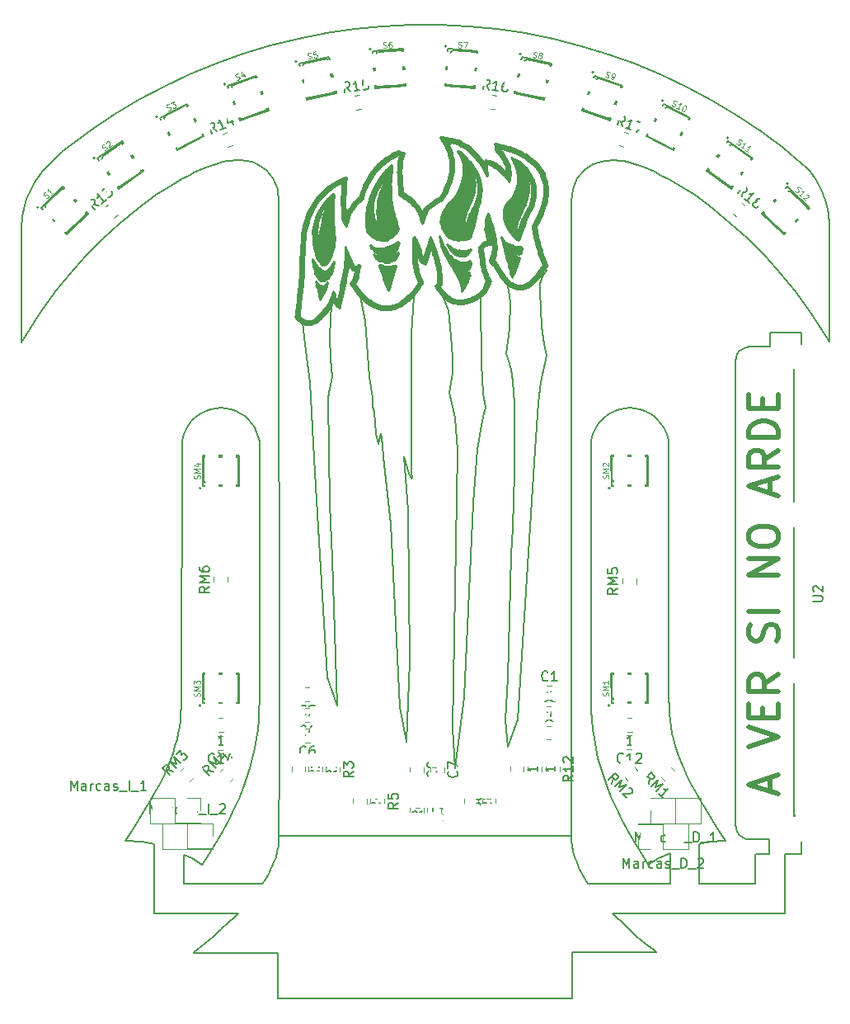
<source format=gto>
G04 #@! TF.GenerationSoftware,KiCad,Pcbnew,(5.0.2)-1*
G04 #@! TF.CreationDate,2019-06-30T15:53:46+02:00*
G04 #@! TF.ProjectId,PCB_Fujitora_morro,5043425f-4675-46a6-9974-6f72615f6d6f,rev?*
G04 #@! TF.SameCoordinates,PX5aa8f70PY8620d10*
G04 #@! TF.FileFunction,Legend,Top*
G04 #@! TF.FilePolarity,Positive*
%FSLAX46Y46*%
G04 Gerber Fmt 4.6, Leading zero omitted, Abs format (unit mm)*
G04 Created by KiCad (PCBNEW (5.0.2)-1) date 30/06/2019 15:53:46*
%MOMM*%
%LPD*%
G01*
G04 APERTURE LIST*
%ADD10C,0.200000*%
%ADD11C,0.220000*%
%ADD12C,0.500000*%
%ADD13C,0.120000*%
%ADD14C,0.150000*%
%ADD15C,0.100000*%
%ADD16C,1.900000*%
%ADD17C,2.400000*%
%ADD18C,1.375000*%
%ADD19R,2.100000X2.100000*%
%ADD20O,2.100000X2.100000*%
%ADD21C,2.150000*%
%ADD22C,2.600000*%
%ADD23C,1.400000*%
%ADD24R,1.400000X1.500000*%
G04 APERTURE END LIST*
D10*
X56388000Y-3302000D02*
X56388000Y0D01*
X26162000Y-3302000D02*
X56388000Y-3302000D01*
X26162000Y0D02*
X26162000Y-3302000D01*
X26162000Y1397000D02*
X17526000Y1397000D01*
X56388000Y0D02*
X56388000Y1397000D01*
X26162000Y1397000D02*
X26162000Y0D01*
X76616560Y11557000D02*
X75224640Y11557000D01*
X76616560Y13055600D02*
X76616560Y11557000D01*
X76677520Y63581280D02*
X74640440Y63586360D01*
X76682600Y65024000D02*
X76677520Y63581280D01*
D11*
X79158100Y15560400D02*
X79158100Y13760400D01*
X79158100Y13760400D02*
X79158100Y13660400D01*
X79158100Y15560400D02*
X79158100Y13760400D01*
X79158100Y13760400D02*
X79158100Y13660400D01*
D10*
X60227522Y26746200D02*
G75*
G03X60227522Y26746200I-80322J0D01*
G01*
X60252922Y49072800D02*
G75*
G03X60252922Y49072800I-80322J0D01*
G01*
X78566322Y80340200D02*
G75*
G03X78566322Y80340200I-80322J0D01*
G01*
X72419522Y85039200D02*
G75*
G03X72419522Y85039200I-80322J0D01*
G01*
X65713922Y88849200D02*
G75*
G03X65713922Y88849200I-80322J0D01*
G01*
X58576522Y91744800D02*
G75*
G03X58576522Y91744800I-80322J0D01*
G01*
X51108922Y93599000D02*
G75*
G03X51108922Y93599000I-80322J0D01*
G01*
X43463522Y94411800D02*
G75*
G03X43463522Y94411800I-80322J0D01*
G01*
X35716522Y94157800D02*
G75*
G03X35716522Y94157800I-80322J0D01*
G01*
X28121922Y92862400D02*
G75*
G03X28121922Y92862400I-80322J0D01*
G01*
X20781322Y90525600D02*
G75*
G03X20781322Y90525600I-80322J0D01*
G01*
X13796322Y87198200D02*
G75*
G03X13796322Y87198200I-80322J0D01*
G01*
X7370122Y82956400D02*
G75*
G03X7370122Y82956400I-80322J0D01*
G01*
X1578922Y77901800D02*
G75*
G03X1578922Y77901800I-80322J0D01*
G01*
X18241322Y49072800D02*
G75*
G03X18241322Y49072800I-80322J0D01*
G01*
X18241322Y26771600D02*
G75*
G03X18241322Y26771600I-80322J0D01*
G01*
D11*
X29011242Y66245164D02*
X28749639Y65989804D01*
X37506398Y69358699D02*
X37460928Y69332447D01*
X40394360Y72260514D02*
X40101287Y71967441D01*
X35592238Y68306920D02*
X35354619Y68069301D01*
X36320397Y67903708D02*
X36065735Y67649046D01*
X43500859Y68861630D02*
X43266106Y68626877D01*
X40381864Y72813703D02*
X40059071Y72490910D01*
X28477391Y68263140D02*
X28104634Y67890384D01*
X41785287Y73651440D02*
X41277508Y73143662D01*
X40953463Y72819616D02*
X40686573Y72552727D01*
X37400438Y71812176D02*
X36801668Y71213406D01*
X32028866Y68703346D02*
X31290648Y67965128D01*
X35936615Y68085611D02*
X35696263Y67837841D01*
X35277600Y68557967D02*
X35043509Y68323876D01*
X40890549Y73039545D02*
X40623659Y72772656D01*
X43074568Y69288788D02*
X42843202Y69052501D01*
X29576070Y66260164D02*
X29210436Y65884916D01*
X40511638Y71529263D02*
X40225988Y71243614D01*
X40388112Y72537108D02*
X40065320Y72214316D01*
X29259142Y66216465D02*
X28961582Y65918905D01*
X28344672Y66716208D02*
X28110774Y66482310D01*
X35430337Y68427861D02*
X35196246Y68193770D01*
X30150259Y69936009D02*
X30066938Y69853084D01*
X34711513Y69123250D02*
X34476945Y68888683D01*
X36123806Y67989959D02*
X35878544Y67744698D01*
X31751118Y68142755D02*
X29519116Y65910753D01*
X37752346Y70184185D02*
X37315509Y69747348D01*
X35760849Y68192688D02*
X35523230Y67955069D01*
X35123388Y68689329D02*
X34897195Y68448510D01*
X43832120Y68624492D02*
X43592210Y68387296D01*
X38328378Y67957878D02*
X37857795Y67461207D01*
X37632311Y69781308D02*
X37388915Y69537911D01*
X42834449Y71589333D02*
X42533219Y71288102D01*
X28647873Y66419469D02*
X28395255Y66201106D01*
X27999851Y66937073D02*
X27967893Y66646319D01*
X42886384Y71075583D02*
X42585154Y70774352D01*
X31961155Y68918477D02*
X31548000Y68505323D01*
X30967929Y69342610D02*
X30405717Y68777253D01*
X40764721Y73479403D02*
X40497832Y73212514D01*
X33199832Y71005682D02*
X32773856Y70579707D01*
X30249130Y70034880D02*
X30150259Y69936009D01*
X32752440Y68861234D02*
X32326465Y68435259D01*
X45786839Y71147610D02*
X44865196Y70225967D01*
X37269022Y67720962D02*
X36954037Y67405977D01*
X34457657Y69435080D02*
X34223090Y69200513D01*
X34846761Y68975656D02*
X34613381Y68742276D01*
X28034779Y67254843D02*
X27999851Y66937073D01*
X44034759Y68518935D02*
X43771656Y68283899D01*
X45843469Y70921398D02*
X45790075Y70867403D01*
X38112450Y71392817D02*
X37095291Y70375659D01*
X28372511Y67309733D02*
X28337552Y66991930D01*
X37575628Y67744725D02*
X37223688Y67392785D01*
X28337552Y66991930D02*
X28311420Y66754377D01*
X28442431Y67945338D02*
X28069707Y67572613D01*
X38227232Y72638970D02*
X38084321Y72496059D01*
X42736156Y72056726D02*
X42463180Y71783749D01*
X28547311Y68898746D02*
X28174490Y68525925D01*
X45464154Y72239139D02*
X44399967Y71174952D01*
X46097044Y68658244D02*
X45577551Y68109895D01*
X28810369Y72838759D02*
X28458631Y72487021D01*
X28372511Y67309733D02*
X27999851Y66937073D01*
X34985745Y68831798D02*
X34752365Y68598418D01*
X34584585Y69279165D02*
X34350017Y69044598D01*
X45935434Y72144733D02*
X45283631Y71492930D01*
X31724280Y71510029D02*
X30590370Y70376120D01*
X32096577Y68488214D02*
X31840059Y68204041D01*
X43659845Y68737774D02*
X43440482Y68487067D01*
X32198886Y68307681D02*
X31965508Y68074302D01*
X40470071Y71770539D02*
X40184421Y71484889D01*
X31893443Y69133608D02*
X31700442Y68940607D01*
X40428504Y72011815D02*
X40142854Y71726165D01*
X42938997Y70555132D02*
X42562087Y70185599D01*
X42791726Y71829453D02*
X42507251Y71544978D01*
X45887544Y72378734D02*
X44503495Y70995637D01*
X40827635Y73259474D02*
X40560746Y72992585D01*
X41653383Y73236694D02*
X41145604Y72728915D01*
X38232485Y71795695D02*
X37021886Y70585095D01*
X28475405Y66566143D02*
X28242805Y66330756D01*
X42143917Y74010071D02*
X41885522Y73751676D01*
X42953017Y69445159D02*
X42717848Y69209990D01*
X42727596Y69766179D02*
X42482294Y69540122D01*
X45283631Y71492930D02*
X45163068Y71372368D01*
X32827006Y69218642D02*
X32401030Y68792667D01*
X28337552Y66991930D02*
X27967893Y66646319D01*
X36999371Y67734154D02*
X36712821Y67447604D01*
X32677875Y68503826D02*
X32104552Y67930503D01*
X43210597Y69137054D02*
X42976905Y68903362D01*
X37117441Y71812022D02*
X36728263Y71422843D01*
X40375615Y73090297D02*
X40052823Y72767505D01*
X42069761Y74218757D02*
X41409412Y73558409D01*
X37931526Y67817781D02*
X37521825Y67408080D01*
X42912352Y70818708D02*
X42600834Y70507189D01*
X42901260Y70241931D02*
X42367694Y69708364D01*
X42834400Y69609384D02*
X42596895Y69371880D01*
X41040976Y72624287D02*
X40802795Y72386106D01*
X28803782Y66326790D02*
X28563007Y66086014D01*
X34000524Y71806375D02*
X33731559Y71537410D01*
X44914444Y72255114D02*
X44192912Y71533582D01*
X28407471Y67627535D02*
X28034779Y67254843D01*
X28069707Y67572613D02*
X28034779Y67254843D01*
X38521586Y73216167D02*
X37621436Y72316016D01*
X41521479Y72821947D02*
X40973157Y72273625D01*
X33309220Y71680756D02*
X32922987Y71294523D01*
X44489836Y72396191D02*
X43985857Y71892212D01*
X43852195Y72889921D02*
X43571746Y72609473D01*
X47141714Y73633856D02*
X46848061Y73340203D01*
X28757070Y70805561D02*
X28384056Y70432547D01*
X40619919Y71071859D02*
X40364545Y70816485D01*
X42218074Y73801385D02*
X41959678Y73542989D01*
X42860417Y71332458D02*
X42559186Y71031227D01*
X28687150Y70169956D02*
X28314200Y69797006D01*
X47604530Y74379515D02*
X46814686Y73589670D01*
X40130210Y74824790D02*
X40029166Y74723746D01*
X45367938Y69880181D02*
X45001004Y69513247D01*
X40469098Y74315150D02*
X40027830Y73873882D01*
X30393291Y69896198D02*
X30217412Y69697452D01*
X30117297Y70185889D02*
X30093629Y70162221D01*
X36472685Y72864322D02*
X36263660Y72655296D01*
X28652190Y69852153D02*
X28279273Y69479236D01*
X42366387Y73384012D02*
X42107991Y73125617D01*
X42848849Y74715002D02*
X42786958Y74653111D01*
X45890863Y71817320D02*
X45565992Y71465556D01*
X33125267Y70648274D02*
X32699291Y70222299D01*
X47308589Y72386517D02*
X47014935Y72092864D01*
X34475859Y71433182D02*
X34047565Y71004888D01*
X40644733Y73898848D02*
X40363119Y73643486D01*
X34323374Y70715011D02*
X33632704Y70024341D01*
X28722110Y70487758D02*
X28349128Y70114776D01*
X32603310Y68146418D02*
X32243596Y67786705D01*
X41921448Y74636130D02*
X41673221Y74387902D01*
X40553021Y74116231D02*
X40034078Y73597288D01*
X28104634Y67890384D02*
X28069707Y67572613D01*
X47275214Y72635985D02*
X46981560Y72342331D01*
X42440543Y73175326D02*
X42182148Y72916931D01*
X42680587Y72283998D02*
X42407610Y72011022D01*
X40855532Y70458944D02*
X40609196Y70180058D01*
X40553205Y71287988D02*
X40286007Y71020790D01*
X41995604Y74427443D02*
X41541316Y73973155D01*
X30992091Y71343526D02*
X30282825Y70634260D01*
X28407471Y67627535D02*
X28372511Y67309733D01*
X28512351Y68580943D02*
X28139562Y68208154D01*
X32528744Y67789010D02*
X32382640Y67642906D01*
X33050701Y70290866D02*
X32624726Y69864891D01*
X30959011Y69883107D02*
X30309622Y69246843D01*
X31124785Y69779163D02*
X30357669Y69012048D01*
X44313012Y72502210D02*
X43882329Y72071527D01*
X44691373Y72314886D02*
X44089384Y71712897D01*
X45472659Y73412375D02*
X44986552Y72889211D01*
X43713151Y73033720D02*
X43468219Y72788788D01*
X40701808Y73699332D02*
X40434918Y73432443D01*
X40288501Y74700239D02*
X40015333Y74427071D01*
X47128886Y74186714D02*
X46793185Y73750385D01*
X43351588Y68995202D02*
X43124286Y68755965D01*
X33274397Y71363090D02*
X32848422Y70937115D01*
X34399617Y71074096D02*
X33972651Y70652056D01*
X36904002Y71881425D02*
X36654857Y71632280D01*
X45176565Y72234392D02*
X44296439Y71354267D01*
X42569447Y72738544D02*
X42296471Y72465568D01*
X45565992Y71465556D02*
X45367643Y71294100D01*
X34552102Y71792267D02*
X34123808Y71363973D01*
X31818541Y78685306D02*
X31881379Y79021039D01*
X31663551Y71078029D02*
X31631184Y71134090D01*
X35741830Y73675132D02*
X35859023Y73682166D01*
X30065048Y70276387D02*
X30093629Y70162221D01*
X31892283Y72362005D02*
X31753127Y72104562D01*
X30624762Y70357027D02*
X30829199Y70369299D01*
X35859023Y73682166D02*
X36003836Y73526843D01*
X38517922Y73277207D02*
X38252133Y73002498D01*
X31082733Y71348966D02*
X30992091Y71343526D01*
X38545553Y74384452D02*
X38578843Y74221790D01*
X44986552Y72889211D02*
X45303498Y72927011D01*
X30162517Y71787718D02*
X30111110Y71876758D01*
X31082733Y71348966D02*
X31511184Y71656961D01*
X36336715Y73169806D02*
X36442849Y73117328D01*
X38252133Y73002498D02*
X37838325Y72815748D01*
X38524957Y73160013D02*
X38227232Y72638970D01*
X31810261Y71769005D02*
X31724280Y71510029D01*
X30346795Y69893408D02*
X30393291Y69896198D01*
X44986552Y72889211D02*
X44769419Y72958617D01*
X30715199Y71985554D02*
X30799636Y71999599D01*
X30561963Y69835752D02*
X30604334Y69824398D01*
X44600035Y83639609D02*
X44690976Y83692114D01*
X45928742Y74827614D02*
X45681611Y74719338D01*
X34334716Y69594982D02*
X34097703Y69357969D01*
X42625017Y72511271D02*
X42352040Y72238295D01*
X46999302Y80114010D02*
X47005938Y80003463D01*
X44886925Y83562737D02*
X44729474Y83666695D01*
X34218466Y69761575D02*
X33981453Y69524562D01*
X30065048Y70276387D02*
X30117297Y70185889D01*
X30346795Y69893408D02*
X30339756Y70010596D01*
X30196310Y70049033D02*
X30249130Y70034880D01*
X42292230Y73592698D02*
X42033835Y73334303D01*
X36894547Y73673754D02*
X37041237Y73715716D01*
X36524254Y72004907D02*
X36690563Y71950829D01*
X42511419Y72975873D02*
X42240901Y72692841D01*
X38163076Y72526691D02*
X38084321Y72496059D01*
X44886925Y83562737D02*
X45037657Y83409193D01*
X40385175Y74514070D02*
X40021581Y74150476D01*
X47175089Y73384389D02*
X46881436Y73090735D01*
X43991238Y72746122D02*
X43675274Y72430157D01*
X37506398Y69358699D02*
X37632311Y69781308D01*
X30848348Y71334898D02*
X30759369Y71393646D01*
X31810261Y71769005D02*
X31827894Y71896486D01*
X38517922Y73277207D02*
X38521586Y73216167D01*
X44581964Y74535070D02*
X44657217Y74543471D01*
X46064518Y82363169D02*
X46134010Y82242805D01*
X30561963Y69835752D02*
X30581176Y69907471D01*
X37196013Y71786473D02*
X37400438Y71812176D01*
X46901834Y78602677D02*
X46924479Y78790632D01*
X30157875Y69905587D02*
X30066938Y69853084D01*
X30357092Y70505625D02*
X30408496Y70477088D01*
X30959011Y69883107D02*
X30705405Y69797314D01*
X31270268Y70184064D02*
X31124785Y69779163D01*
X29716226Y72560717D02*
X29736645Y72350821D01*
X38463534Y73791451D02*
X38542299Y74085408D01*
X36524254Y72004907D02*
X36581451Y71841717D01*
X46901834Y78602677D02*
X46861016Y78444327D01*
X35603530Y74019678D02*
X35629050Y74000586D01*
X46720828Y81226407D02*
X46739616Y81151354D01*
X29989558Y71142213D02*
X30075770Y70992890D01*
X31663551Y71078029D02*
X31591829Y71097246D01*
X38463534Y73791451D02*
X38314198Y73574464D01*
X29989558Y71142213D02*
X29979523Y71179486D01*
X30217412Y69697452D02*
X30066938Y69853084D01*
X52584774Y79155494D02*
X52561482Y79053624D01*
X49496044Y78099745D02*
X49579950Y78269441D01*
X30377553Y77610840D02*
X30897656Y78320159D01*
X29703036Y75523840D02*
X29709790Y75435236D01*
X44932161Y73403454D02*
X45218990Y73408188D01*
X43476600Y74139398D02*
X43593179Y74045119D01*
X52361191Y78177625D02*
X52192166Y77835780D01*
X31818541Y78685306D02*
X31819839Y78393814D01*
X29198635Y66214712D02*
X29011242Y66245164D01*
X52265492Y79990481D02*
X52224682Y80131038D01*
X52584774Y79155494D02*
X52585693Y79360678D01*
X37519454Y72276350D02*
X37284845Y72262269D01*
X49806930Y74095947D02*
X49870354Y74099754D01*
X50886042Y74537088D02*
X51046657Y74993215D01*
X50597840Y75689098D02*
X50630628Y75991400D01*
X43593179Y74045119D02*
X43553779Y74005719D01*
X36476898Y72401957D02*
X36567838Y72454462D01*
X36090146Y72966822D02*
X36181084Y73019325D01*
X31270268Y70184064D02*
X30959011Y69883107D01*
X30125463Y72796990D02*
X30081160Y72978179D01*
X28647873Y66419469D02*
X28475405Y66566143D01*
X29703036Y75523840D02*
X29762454Y75770743D01*
X30377553Y77610840D02*
X30285982Y77425642D01*
X44736210Y73532833D02*
X44716994Y73461108D01*
X36161868Y72947604D02*
X36181084Y73019325D01*
X51019190Y73886434D02*
X50811052Y73826892D01*
X52258487Y78980535D02*
X52258857Y79033842D01*
X50834042Y73052009D02*
X51087645Y73137802D01*
X49708956Y74160634D02*
X49674310Y74186553D01*
X43476600Y74139398D02*
X43553779Y74005719D01*
X35923713Y73780143D02*
X35963604Y73769454D01*
X30204998Y76201742D02*
X30179153Y75904600D01*
X50824481Y81049302D02*
X50785899Y81237839D01*
X44045233Y73679541D02*
X44268287Y73588856D01*
X30231819Y74558270D02*
X30209813Y74803888D01*
X49799896Y74213138D02*
X49708956Y74160634D01*
X52258487Y78980535D02*
X52152619Y78644760D01*
X35741830Y73675132D02*
X35697322Y73786015D01*
X49080783Y74828626D02*
X49124373Y74767987D01*
X36781122Y72820111D02*
X36715546Y72824340D01*
X36469859Y72519151D02*
X36434020Y72542814D01*
X36469859Y72519151D02*
X36476898Y72401957D01*
X51754443Y81085906D02*
X51787697Y80825424D01*
X29011242Y66245164D02*
X28827070Y66312946D01*
X31225538Y78767326D02*
X31828838Y79297525D01*
X30925264Y78115734D02*
X31131971Y78400919D01*
X31891778Y73938026D02*
X31789070Y73554719D01*
X30519250Y72114931D02*
X30587236Y72070042D01*
X35965917Y73076979D02*
X36047402Y73004724D01*
X36894547Y73673754D02*
X36713443Y73670765D01*
X44716994Y73461108D02*
X44932161Y73403454D01*
X49496044Y78099745D02*
X49460554Y77932595D01*
X36781122Y72820111D02*
X36845810Y72918086D01*
X31249364Y78402835D02*
X31091725Y77948542D01*
X31249364Y78402835D02*
X31131971Y78400919D01*
X30231819Y74558270D02*
X30298886Y74327276D01*
X50561216Y72894493D02*
X50618797Y72868298D01*
X28827070Y66312946D02*
X28803782Y66326790D01*
X35965917Y73076979D02*
X36022189Y72979512D01*
X30499764Y75408083D02*
X30556116Y75715877D01*
X49080783Y74828626D02*
X49102726Y74746340D01*
X30519250Y72114931D02*
X30457037Y72222686D01*
X31828838Y79297525D02*
X31845742Y79268245D01*
X36161868Y72947604D02*
X36249614Y72924093D01*
X29576070Y66260164D02*
X29387496Y66220182D01*
X50377449Y73212787D02*
X50488353Y73020697D01*
X50048350Y73992820D02*
X50041321Y74110017D01*
X29762603Y66333247D02*
X29576070Y66260164D01*
X44262287Y73198583D02*
X44209710Y73247436D01*
X44736210Y73532833D02*
X44599800Y73454076D01*
X43284723Y73736663D02*
X43069327Y73521267D01*
X30292418Y66737014D02*
X30122531Y66573082D01*
X40644733Y73898848D02*
X40701808Y73699332D01*
X50095201Y75171791D02*
X49991183Y75351955D01*
X31737661Y69059484D02*
X31700442Y68940607D01*
X50597840Y75689098D02*
X50670595Y75465681D01*
X49799896Y74213138D02*
X49806930Y74095947D01*
X31025215Y67543722D02*
X30842502Y67312158D01*
X52116193Y80504701D02*
X52084147Y80556188D01*
X50095201Y75171791D02*
X50244402Y75039488D01*
X50219058Y70756874D02*
X50228262Y70780707D01*
X30842502Y67312158D02*
X30651163Y67106729D01*
X50048350Y73992820D02*
X50282742Y74006889D01*
X50789884Y75433909D02*
X50696733Y75385417D01*
X51019925Y82495944D02*
X50951437Y82534748D01*
X36231430Y67934965D02*
X36123806Y67989959D01*
X52588041Y79884910D02*
X52579503Y79920173D01*
X40369098Y69812391D02*
X40114452Y69464200D01*
X51641068Y81945151D02*
X51693230Y81862327D01*
X32131447Y68377426D02*
X32198886Y68307681D01*
X50263522Y73935171D02*
X50506289Y73887162D01*
X31356566Y68081359D02*
X31290648Y67965128D01*
X29945341Y66438023D02*
X29762603Y66333247D01*
X37995548Y67832936D02*
X37931526Y67817781D01*
X49579950Y78269441D02*
X50137779Y78773388D01*
X40609196Y70180058D02*
X40369098Y69812391D01*
X30651163Y67106729D02*
X30453248Y66928409D01*
X51216045Y76662050D02*
X51457546Y77101160D01*
X51641068Y81945151D02*
X51562701Y82014641D01*
X34284011Y70529619D02*
X34323374Y70715011D01*
X34750846Y69074934D02*
X34711513Y69123250D01*
X40093433Y74853728D02*
X40029166Y74723746D01*
X50724620Y81537293D02*
X50676620Y81694245D01*
X31737661Y69059484D02*
X31840788Y69300904D01*
X34433988Y71950010D02*
X34206632Y71818746D01*
X51019190Y73886434D02*
X51054024Y73869210D01*
X31197253Y67800447D02*
X31025215Y67543722D01*
X35123388Y68689329D02*
X34985745Y68831798D01*
X42876190Y70033852D02*
X42901260Y70241931D01*
X50263522Y73935171D02*
X50282742Y74006889D01*
X33051525Y73819450D02*
X33093444Y73727721D01*
X34433988Y71950010D02*
X34577434Y71911573D01*
X50824481Y81049302D02*
X50821967Y80991065D01*
X40066310Y72170465D02*
X40101287Y71967441D01*
X38652572Y68124026D02*
X38328378Y67957878D01*
X43256005Y69086404D02*
X43210597Y69137054D01*
X31840788Y69300904D02*
X31893443Y69133608D01*
X36953693Y67736388D02*
X36757526Y67775151D01*
X50789884Y75433909D02*
X50870156Y75665242D01*
X33972247Y71804678D02*
X34000524Y71806375D01*
X44262287Y73198583D02*
X44243067Y73126863D01*
X50519754Y82207170D02*
X50460056Y82326209D01*
X51087645Y73137802D02*
X51123462Y73372963D01*
X41001972Y72650039D02*
X41040976Y72624287D01*
X37307362Y67719087D02*
X37269022Y67720962D01*
X42876190Y70033852D02*
X42727596Y69766179D01*
X50173594Y70730625D02*
X50219058Y70756874D01*
X31501105Y68385485D02*
X31356566Y68081359D01*
X46352690Y68794758D02*
X46097044Y68658244D01*
X43634781Y68754255D02*
X43500859Y68861630D01*
X49783286Y70406887D02*
X49682079Y70517367D01*
X43442743Y68908226D02*
X43351588Y68995202D01*
X52489452Y70732616D02*
X52269006Y70504710D01*
X52269006Y70504710D02*
X52050607Y70310613D01*
X45601654Y68457837D02*
X45361910Y68393944D01*
X34378115Y69532788D02*
X34334716Y69594982D01*
X47415707Y74352310D02*
X47128886Y74186714D01*
X47415707Y74352310D02*
X47604530Y74379515D01*
X48558126Y73738709D02*
X48546007Y73623936D01*
X40066310Y72170465D02*
X40065320Y72214316D01*
X46097044Y68658244D02*
X45846698Y68545937D01*
X50783189Y69856002D02*
X50729060Y69867291D01*
X44898324Y68338779D02*
X44674482Y68347508D01*
X50377088Y69974932D02*
X50308695Y70012612D01*
X35864525Y68122448D02*
X35760849Y68192688D01*
X47429272Y75693943D02*
X47442092Y75631291D01*
X44034759Y68518935D02*
X43832120Y68624492D01*
X44674482Y68347508D02*
X44455940Y68380443D01*
X48532378Y72208161D02*
X48646835Y72027707D01*
X45256853Y76274479D02*
X43766757Y74791939D01*
X52553001Y74590096D02*
X52518685Y74768186D01*
X47761127Y77219341D02*
X47670186Y77166837D01*
X53508249Y79446153D02*
X53463157Y79106771D01*
X48532378Y72208161D02*
X48388862Y72335420D01*
X50177108Y70085109D02*
X50131515Y70118275D01*
X45127466Y68354258D02*
X44962224Y68343096D01*
X45846698Y68545937D02*
X45665663Y68480850D01*
X53108809Y81398121D02*
X53132470Y81321668D01*
X41099946Y72585352D02*
X41145604Y72728915D01*
X30453248Y66928409D02*
X30292418Y66737014D01*
X52936482Y71289852D02*
X52735089Y71024793D01*
X43074568Y69288788D02*
X42953017Y69445159D01*
X45361910Y68393944D02*
X45282467Y68380496D01*
X42823180Y71700813D02*
X42791726Y71829453D01*
X42898432Y69515380D02*
X42834400Y69609384D01*
X30122531Y66573082D02*
X29945341Y66438023D01*
X42823180Y71700813D02*
X42834449Y71589333D01*
X47609401Y70341477D02*
X47578980Y70394167D01*
X40644733Y73898848D02*
X40553021Y74116231D01*
X32957826Y71461512D02*
X32922987Y71294523D01*
X31628820Y68711851D02*
X31548000Y68505323D01*
X47516439Y76593052D02*
X47605735Y76926304D01*
X37654928Y67752304D02*
X37575628Y67744725D01*
X38328378Y67957878D02*
X37995548Y67832936D01*
X53108809Y81398121D02*
X53031360Y81503401D01*
X49397650Y70863899D02*
X49309620Y70993436D01*
X29387496Y66220182D02*
X29259142Y66216465D01*
X48368705Y75326915D02*
X48393143Y75168127D01*
X33051525Y73819450D02*
X33052118Y73686396D01*
X38967286Y68328275D02*
X38652572Y68124026D01*
X40246810Y71122757D02*
X40286007Y71020790D01*
X50989309Y69847250D02*
X50783189Y69856002D01*
X43832120Y68624492D02*
X43659845Y68737774D01*
X49589444Y70618489D02*
X49550364Y70668494D01*
X35494896Y68372868D02*
X35430337Y68427861D01*
X47429272Y75693943D02*
X47451534Y75923575D01*
X46613636Y68955479D02*
X46352690Y68794758D01*
X49979174Y70229094D02*
X49820587Y70373032D01*
X42511419Y72975873D02*
X42440543Y73175326D01*
X48558126Y73738709D02*
X48547923Y73908694D01*
X33057184Y72549543D02*
X33029819Y72249883D01*
X40315640Y74678885D02*
X40288501Y74700239D01*
X32794017Y80461042D02*
X32777160Y80199662D01*
X36033229Y81361164D02*
X36648712Y82080278D01*
X44161277Y82719389D02*
X44142871Y82797250D01*
X39686459Y78498912D02*
X39611309Y78548530D01*
X43455729Y84676509D02*
X43709254Y84626374D01*
X27967893Y66646319D02*
X28110774Y66482310D01*
X29803765Y77764582D02*
X29584656Y77290001D01*
X46904087Y82484131D02*
X46916941Y82460050D01*
X38252367Y83188030D02*
X38346303Y83223221D01*
X43005922Y74306390D02*
X42872937Y74173405D01*
X43039593Y78676652D02*
X42672180Y78498132D01*
X47646186Y81093758D02*
X47639638Y81202848D01*
X28949254Y75149270D02*
X28936993Y74945282D01*
X38694885Y83261637D02*
X38551440Y83300072D01*
X32794017Y80461042D02*
X32724180Y80429525D01*
X40953604Y76199131D02*
X41134512Y76677621D01*
X49907531Y82217466D02*
X49865355Y82297194D01*
X30385967Y78646362D02*
X29803765Y77764582D01*
X28949254Y75149270D02*
X28978705Y75269837D01*
X33505224Y77234015D02*
X33407830Y76870534D01*
X46963224Y79112220D02*
X46513524Y78662520D01*
X28460261Y71125859D02*
X28453911Y71068088D01*
X30129102Y78856243D02*
X29792371Y78346245D01*
X48070872Y82248363D02*
X47886126Y82297864D01*
X38252367Y83188030D02*
X37722145Y82881906D01*
X32765510Y76625061D02*
X32807238Y76552786D01*
X28621631Y75198721D02*
X28603343Y74894475D01*
X49404092Y81199276D02*
X49496260Y81079571D01*
X44161277Y82719389D02*
X44163346Y82534882D01*
X37388429Y82689235D02*
X36648712Y82080278D01*
X40953604Y76199131D02*
X40890481Y76433590D01*
X31337609Y80061864D02*
X30129102Y78856243D01*
X32765510Y76625061D02*
X32759330Y76787720D01*
X36033229Y81361164D02*
X35786194Y80945955D01*
X28749161Y71820496D02*
X28759032Y71656051D01*
X28475405Y66566143D02*
X28344672Y66716208D01*
X43909056Y83786315D02*
X43844497Y83913089D01*
X32313060Y80243990D02*
X32177585Y80165773D01*
X48818998Y83892843D02*
X48811964Y84010034D01*
X48818998Y83892843D02*
X48867423Y83844846D01*
X43039593Y78676652D02*
X43275308Y79101259D01*
X46924479Y78790632D02*
X46383277Y78249431D01*
X38608729Y79210486D02*
X38606887Y79241165D01*
X49404092Y81199276D02*
X49367042Y81233196D01*
X29032801Y76881976D02*
X28986311Y76691657D01*
X46879883Y69140407D02*
X46613636Y68955479D01*
X47049185Y71836856D02*
X47014935Y72092864D01*
X50579116Y69898563D02*
X50505367Y69926441D01*
X47761127Y77219341D02*
X47794579Y77115148D01*
X52545325Y82164088D02*
X52395627Y82281882D01*
X52711944Y70994330D02*
X52489452Y70732616D01*
X53163067Y71619182D02*
X52936482Y71289852D01*
X53391698Y71982321D02*
X53319540Y72174929D01*
X52938743Y77177269D02*
X53068897Y77581140D01*
X28418567Y71820510D02*
X28431142Y71611004D01*
X53508249Y79446153D02*
X53492883Y79702182D01*
X49907531Y82217466D02*
X49927799Y82076795D01*
X28791366Y71117335D02*
X28757070Y70805561D01*
X50028497Y81377894D02*
X50018273Y81318741D01*
X46904087Y82484131D02*
X46784910Y82610862D01*
X48632470Y81905700D02*
X48452376Y82015586D01*
X51197476Y69872306D02*
X50989309Y69847250D01*
X52553001Y74590096D02*
X52568266Y74534924D01*
X52938743Y77177269D02*
X52561132Y76507689D01*
X39903750Y78750885D02*
X39849490Y78786711D01*
X34502869Y78900322D02*
X33907101Y78441607D01*
X51518735Y69619572D02*
X51685537Y69692398D01*
X53839561Y79434197D02*
X53836788Y79480401D01*
X48202186Y82554819D02*
X48155571Y82567309D01*
X39099049Y83494984D02*
X38942780Y83536855D01*
X48976065Y83272539D02*
X49034044Y83162939D01*
X52874555Y74665433D02*
X52846156Y74812815D01*
X33158666Y80987655D02*
X32868530Y80856718D01*
X43597019Y83671855D02*
X43652292Y83438042D01*
X49589066Y82113751D02*
X49600759Y82032598D01*
X33014766Y78756428D02*
X33033147Y79041436D01*
X34963628Y80208809D02*
X34917200Y80076961D01*
X37199777Y82961367D02*
X36416734Y82316744D01*
X38111020Y83487474D02*
X37954508Y83397112D01*
X45855351Y84081044D02*
X45763238Y84134774D01*
X53786034Y80326028D02*
X53730498Y80505483D01*
X53438746Y71437671D02*
X53578234Y71659223D01*
X47980685Y70358394D02*
X47924085Y70456429D01*
X47496195Y82743983D02*
X47298927Y82445206D01*
X44669184Y84772937D02*
X44462395Y84813830D01*
X42195068Y78633202D02*
X41202905Y77791643D01*
X43600265Y80614640D02*
X43559599Y80516921D01*
X48831687Y82170725D02*
X48692463Y82255673D01*
X40642719Y77926962D02*
X40529826Y78052833D01*
X47525670Y74034745D02*
X47875907Y74085207D01*
X47001969Y79433808D02*
X46643770Y79075609D01*
X33083909Y76936667D02*
X33077480Y77105870D01*
X36416734Y82316744D02*
X35764107Y81554232D01*
X52784598Y82395723D02*
X52630626Y82516881D01*
X50070717Y84014392D02*
X49924639Y84053534D01*
X49697861Y81358656D02*
X49591871Y81458025D01*
X51262065Y69547699D02*
X51518735Y69619572D01*
X43187842Y79623607D02*
X43132776Y79524413D01*
X38534700Y83646198D02*
X38457525Y83617286D01*
X38928250Y79394962D02*
X38918761Y79553039D01*
X45432090Y68071129D02*
X45577551Y68109895D01*
X40375184Y69261691D02*
X40640623Y69624640D01*
X51606643Y83322633D02*
X51503109Y83369263D01*
X49130878Y70669340D02*
X49191192Y70592165D01*
X42853446Y85132002D02*
X42931074Y84979565D01*
X53578234Y71659223D02*
X53758108Y71944919D01*
X48497144Y83747217D02*
X48634076Y83611499D01*
X35263999Y80068264D02*
X35149756Y79743832D01*
X53257674Y73280707D02*
X53204239Y73473841D01*
X43917101Y80517083D02*
X43936415Y80610895D01*
X42376759Y78354591D02*
X41513997Y77622791D01*
X48455127Y84447290D02*
X48464538Y84290490D01*
X38798386Y81558477D02*
X38803355Y81700374D01*
X39686459Y78498912D02*
X39761200Y78415579D01*
X33200329Y77371153D02*
X33148195Y77176585D01*
X41202905Y77791643D02*
X41083081Y77474718D01*
X43831709Y82679090D02*
X43833849Y82488227D01*
X47417044Y69137580D02*
X47628137Y69594796D01*
X33907101Y78441607D02*
X33473198Y77784430D01*
X43485379Y79479673D02*
X43566992Y79675786D01*
X53718040Y78519584D02*
X53760389Y78838317D01*
X53758108Y71944919D02*
X53730066Y72019770D01*
X52626637Y75952049D02*
X52698365Y76079237D01*
X53407606Y81548845D02*
X53387279Y81576477D01*
X38831190Y82495302D02*
X38860997Y82606545D01*
X38502708Y82544409D02*
X38491961Y82237508D01*
X47298927Y82445206D02*
X47259259Y82519525D01*
X35764107Y81554232D02*
X35669099Y81394545D01*
X47040648Y68850278D02*
X47074807Y68874003D01*
X43664807Y68339558D02*
X43771656Y68283899D01*
X33972651Y70652056D02*
X33613121Y70052404D01*
X49770609Y69972736D02*
X49895283Y69882043D01*
X37315037Y67388317D02*
X37521825Y67408080D01*
X48227083Y73746200D02*
X48208389Y73569160D01*
X42556292Y70137504D02*
X42340349Y69748509D01*
X47137798Y73663129D02*
X47323059Y73917768D01*
X43898024Y68218074D02*
X43963182Y68192583D01*
X42497164Y71644758D02*
X42507251Y71544978D01*
X49337386Y70405104D02*
X49448510Y70283798D01*
X45700144Y68142567D02*
X46006389Y68255890D01*
X40566499Y71210821D02*
X40553205Y71287988D01*
X45768971Y71218982D02*
X45786839Y71147610D01*
X29426813Y65891182D02*
X29519116Y65910753D01*
X31686132Y68006016D02*
X31751118Y68142755D01*
X39159467Y68059594D02*
X39486004Y68316248D01*
X48046518Y75250904D02*
X48066065Y75123893D01*
X44643369Y68018470D02*
X44903028Y68008345D01*
X31840059Y68204041D02*
X31965508Y68074302D01*
X48932026Y70961955D02*
X48957626Y70924284D01*
X42821128Y69077124D02*
X42843202Y69052501D01*
X50238426Y69674557D02*
X50454607Y69592838D01*
X50742231Y69527444D02*
X50946236Y69518782D01*
X46794430Y68679261D02*
X47040648Y68850278D01*
X42631529Y69321035D02*
X42717848Y69209990D01*
X39797583Y68604362D02*
X40094056Y68920572D01*
X49711771Y70026139D02*
X49735237Y70004840D01*
X45116434Y71509140D02*
X45123467Y71391949D01*
X47074807Y68874003D02*
X47417044Y69137580D01*
X42340349Y69748509D02*
X42367694Y69708364D01*
X34503777Y68855724D02*
X34613381Y68742276D01*
X39486004Y68316248D02*
X39797583Y68604362D01*
X43018883Y68856537D02*
X43124286Y68755965D01*
X49550231Y70172757D02*
X49586968Y70139413D01*
X31815279Y68282773D02*
X31840059Y68204041D01*
X45166223Y68026124D02*
X45220049Y68035236D01*
X42606994Y70558313D02*
X42600834Y70507189D01*
X44388431Y68056891D02*
X44643369Y68018470D01*
X31478237Y67626956D02*
X31649499Y67928937D01*
X43440482Y68487067D02*
X43592210Y68387296D01*
X47323059Y73917768D02*
X47525670Y74034745D01*
X44903028Y68008345D02*
X45166223Y68026124D01*
X48089026Y74115912D02*
X48058040Y74267339D01*
X31804163Y68254367D02*
X31815279Y68282773D01*
X31649499Y67928937D02*
X31686132Y68006016D01*
X43124286Y68755965D02*
X43225221Y68659657D01*
X47794091Y76037139D02*
X47788310Y75977508D01*
X38818083Y67838036D02*
X39159467Y68059594D01*
X47762520Y75711488D02*
X47788310Y75977508D01*
X49999728Y69806065D02*
X50065766Y69769682D01*
X44550791Y84459958D02*
X44628741Y84414490D01*
X43225221Y68659657D02*
X43266106Y68626877D01*
X42194848Y72881191D02*
X42240901Y72692841D01*
X35294748Y68109863D02*
X35354619Y68069301D01*
X48158706Y73098640D02*
X48086713Y72881799D01*
X41849450Y73853188D02*
X41885522Y73751676D01*
X50486525Y69580773D02*
X50684165Y69539554D01*
X48278626Y71992119D02*
X48297945Y71961660D01*
X47678289Y70882159D02*
X47637626Y71018498D01*
X37708888Y67425958D02*
X37857795Y67461207D01*
X44801909Y70478768D02*
X44710550Y70637007D01*
X40718273Y72441911D02*
X40802795Y72386106D01*
X48194463Y74289615D02*
X48204016Y74130473D01*
X33368650Y72331547D02*
X33465417Y72119796D01*
X40318829Y69193310D02*
X40375184Y69261691D01*
X34897195Y68448510D02*
X35043509Y68323876D01*
X28434786Y66167488D02*
X28455304Y66150038D01*
X28455304Y66150038D02*
X28563007Y66086014D01*
X29671126Y65942982D02*
X29953528Y66062322D01*
X43105799Y74046570D02*
X43084459Y74102084D01*
X36218093Y76135482D02*
X36263159Y76048909D01*
X37846904Y82105155D02*
X37826828Y81855218D01*
X44108544Y72624803D02*
X43991238Y72746122D01*
X45819595Y71551347D02*
X45565992Y71465556D01*
X36336739Y77499514D02*
X36339920Y77539883D01*
X32477743Y67544550D02*
X32528744Y67789010D01*
X35299679Y77906282D02*
X35273334Y77604668D01*
X45565992Y71465556D02*
X45283631Y71492930D01*
X38235678Y75236210D02*
X38513646Y75699834D01*
X36233356Y79517487D02*
X36192343Y79372205D01*
X45887544Y72378734D02*
X45543000Y72240440D01*
X44572168Y72346827D02*
X44489836Y72396191D01*
X38513646Y75699834D02*
X38501438Y75741603D01*
X44801909Y70478768D02*
X44808565Y70452179D01*
X36507647Y67488147D02*
X36712821Y67447604D01*
X29176750Y65883940D02*
X29210436Y65884916D01*
X36913431Y67407963D02*
X36954037Y67405977D01*
X45015702Y69268398D02*
X45367938Y69880181D01*
X28242805Y66330756D02*
X28395255Y66201106D01*
X45015702Y69268398D02*
X45001004Y69513247D01*
X43491779Y73378033D02*
X43261163Y73147418D01*
X36218093Y76135482D02*
X36182892Y76251484D01*
X45790075Y70867403D02*
X45861798Y70848184D01*
X40395674Y72202379D02*
X40394360Y72260514D01*
X45819595Y71551347D02*
X45890863Y71817320D01*
X37859728Y74837274D02*
X38235678Y75236210D01*
X45002502Y72231519D02*
X45176565Y72234392D01*
X35299679Y77906282D02*
X35433290Y78330309D01*
X45123467Y71391949D02*
X45163068Y71372368D01*
X36432463Y75951106D02*
X36339315Y75902616D01*
X36101070Y67630990D02*
X36270867Y67571335D01*
X40640623Y69624640D02*
X40741710Y69779437D01*
X34634649Y68720262D02*
X34752365Y68598418D01*
X40094056Y68920572D02*
X40318829Y69193310D01*
X33766151Y71461713D02*
X33949724Y71472732D01*
X40362139Y73686860D02*
X40363119Y73643486D01*
X43105799Y74046570D02*
X43181196Y73915978D01*
X33284737Y71412649D02*
X33309220Y71680756D01*
X44572168Y72346827D02*
X44691373Y72314886D01*
X28927017Y65924522D02*
X28961582Y65918905D01*
X38091932Y67516632D02*
X38258647Y67579216D01*
X34114482Y69333924D02*
X34223090Y69200513D01*
X37794400Y82196095D02*
X37282039Y81718403D01*
X45768971Y71218982D02*
X45605892Y71249506D01*
X35696263Y67837841D02*
X35878544Y67744698D01*
X37846904Y82105155D02*
X37827511Y82138744D01*
X35900340Y78337830D02*
X35893500Y78224834D01*
X37698811Y80261459D02*
X37708291Y80039625D01*
X45954124Y72053409D02*
X45935434Y72144733D01*
X34149446Y71484720D02*
X34123808Y71363973D01*
X43095501Y73434353D02*
X43069327Y73521267D01*
X36660412Y80971645D02*
X36230946Y80259336D01*
X35863344Y77726632D02*
X35875169Y77640818D01*
X37405021Y74574749D02*
X37322727Y74562892D01*
X33613121Y70052404D02*
X33632704Y70024341D01*
X36233356Y79517487D02*
X36544545Y80007250D01*
X28684570Y66013751D02*
X28749639Y65989804D01*
X35875169Y77640818D02*
X35219193Y76984841D01*
X46796246Y80925141D02*
X46601743Y80730639D01*
X43905936Y73792191D02*
X43769870Y73656124D01*
X47623622Y81469675D02*
X47507515Y81353567D01*
X49445891Y81594887D02*
X49219382Y81368379D01*
X35985350Y76902470D02*
X35226665Y76143786D01*
X33337645Y71992023D02*
X32972970Y71627348D01*
X30209813Y74803888D02*
X29789919Y74383994D01*
X38117600Y77054821D02*
X35905877Y74861137D01*
X36051197Y76685475D02*
X35247458Y75881735D01*
X47639638Y81202848D02*
X47605944Y81169154D01*
X48069537Y76258735D02*
X47807178Y75996376D01*
X46664560Y77682185D02*
X45688196Y76705821D01*
X47794579Y77115148D02*
X47605735Y76926304D01*
X28279273Y69479236D02*
X28244345Y69161465D01*
X44268287Y73588856D02*
X44063096Y73383665D01*
X29800527Y72414704D02*
X29736645Y72350821D01*
X45605892Y71249506D02*
X44808565Y70452179D01*
X34087459Y78115849D02*
X33148195Y77176585D01*
X33200774Y76097793D02*
X33117821Y76014840D01*
X33505224Y77234015D02*
X32807238Y76552786D01*
X46762788Y78063256D02*
X45830733Y77114309D01*
X48344495Y75402322D02*
X48066065Y75123893D01*
X48138276Y76044632D02*
X47875918Y75782273D01*
X48000797Y76472838D02*
X47451534Y75923575D01*
X49376067Y83222120D02*
X49278209Y83407105D01*
X28582270Y69216548D02*
X28547311Y68898746D01*
X44469375Y73507102D02*
X44209710Y73247436D01*
X46861016Y78444327D02*
X46120643Y77703954D01*
X28828458Y73139691D02*
X28810369Y72838759D01*
X52897757Y74581573D02*
X52874555Y74665433D01*
X48866380Y71681567D02*
X48627263Y71442450D01*
X37703311Y80317488D02*
X37698811Y80261459D01*
X43281671Y85047320D02*
X43045527Y85094018D01*
X48275755Y75616425D02*
X48013397Y75354067D01*
X41134512Y76677621D02*
X40890481Y76433590D01*
X35943681Y77143644D02*
X35205873Y76405836D01*
X50528049Y83808416D02*
X50333037Y83896247D01*
X36713443Y73670765D02*
X36276774Y73234096D01*
X36948480Y70794532D02*
X37021886Y70585095D01*
X49591871Y81458025D02*
X49367042Y81233196D01*
X47863318Y76901045D02*
X47512264Y76549991D01*
X33407830Y76870534D02*
X32910766Y76373471D01*
X30152209Y75594812D02*
X29729822Y75172426D01*
X46566332Y77301115D02*
X45536606Y76271388D01*
X32401030Y68792667D02*
X32326465Y68435259D01*
X43749558Y73918655D02*
X43657307Y73826404D01*
X37242103Y69956785D02*
X37315509Y69747348D01*
X48207016Y75830529D02*
X47944657Y75568170D01*
X28864636Y73741555D02*
X28512898Y73389816D01*
X48532378Y72208161D02*
X48297945Y71961660D01*
X43181196Y73915978D02*
X43003864Y73738647D01*
X33304302Y76484164D02*
X33014293Y76194156D01*
X46966135Y80246502D02*
X46739779Y80020146D01*
X35875277Y77923768D02*
X35863344Y77726632D01*
X29858877Y73887267D02*
X29813696Y74072047D01*
X47175089Y73384389D02*
X47141714Y73633856D01*
X47961946Y74736931D02*
X47913899Y74971726D01*
X48220033Y73863647D02*
X48227083Y73746200D01*
X37719884Y79768375D02*
X37731476Y79497125D01*
X38437465Y75960472D02*
X38373492Y76179342D01*
X40497832Y73212514D02*
X40560746Y72992585D01*
X33554131Y71925667D02*
X33642845Y71731538D01*
X31685542Y73168348D02*
X31641941Y73005628D01*
X42976905Y68903362D02*
X43018883Y68856537D01*
X36364113Y77846918D02*
X36388305Y78153954D01*
X46468104Y76920044D02*
X46369876Y76538974D01*
X36249614Y72924093D02*
X36472685Y72864322D01*
X35790848Y73879541D02*
X35923713Y73780143D01*
X49427993Y76485821D02*
X49482072Y76257057D01*
X41959678Y73542989D02*
X42033835Y73334303D01*
X37041237Y73715716D02*
X37437408Y73829045D01*
X37877043Y77945636D02*
X37892004Y77826650D01*
X43284723Y73736663D02*
X43388251Y73557348D01*
X30872656Y78012316D02*
X30925264Y78115734D01*
X42927385Y74510696D02*
X42848849Y74715002D01*
X30579798Y77436615D02*
X30872656Y78012316D01*
X36383977Y76735411D02*
X36367509Y77001787D01*
X46966135Y80246502D02*
X46999302Y80114010D01*
X46796246Y80925141D02*
X46852875Y80698928D01*
X36715546Y72824340D02*
X36592207Y72832296D01*
X31470433Y72670396D02*
X31641941Y73005628D01*
X37906975Y74015769D02*
X38545553Y74384452D01*
X30604334Y69824398D02*
X30261575Y69481639D01*
X36713443Y73670765D02*
X36425854Y73666019D01*
X31819839Y78393814D02*
X31821093Y78112225D01*
X35465706Y75251456D02*
X35615617Y75118523D01*
X35205873Y76405836D02*
X35188140Y76629338D01*
X35196246Y68193770D02*
X35294748Y68109863D01*
X32104552Y67930503D02*
X32243596Y67786705D01*
X34047565Y71004888D02*
X33972651Y70652056D01*
X37223688Y67392785D02*
X37315037Y67388317D01*
X45843469Y70921398D02*
X45861798Y70848184D01*
X42533219Y71288102D02*
X42559186Y71031227D01*
X36140305Y73380470D02*
X36276774Y73234096D01*
X35697322Y73786015D02*
X35629050Y74000586D01*
X36351041Y77268162D02*
X36336739Y77499514D01*
X30409149Y74437539D02*
X30443558Y74754791D01*
X36276774Y73234096D02*
X36336715Y73169806D01*
X42296471Y72465568D02*
X42352040Y72238295D01*
X46762788Y78063256D02*
X46664560Y77682185D01*
X29762454Y75770743D02*
X29852092Y76143224D01*
X47820557Y70635744D02*
X47717030Y70815059D01*
X45464154Y72239139D02*
X45543000Y72240440D01*
X36117044Y76468479D02*
X36051197Y76685475D01*
X46566332Y77301115D02*
X46468104Y76920044D01*
X36003836Y73526843D02*
X36140305Y73380470D01*
X35629050Y74000586D02*
X35790848Y73879541D01*
X40619919Y71071859D02*
X40566499Y71210821D01*
X48179239Y74388538D02*
X48194463Y74289615D01*
X33359586Y73145335D02*
X33055883Y72841632D01*
X44340754Y73095638D02*
X44243067Y73126863D01*
X29970018Y73432723D02*
X29914448Y73659995D01*
X29852092Y76143224D02*
X29941731Y76515706D01*
X44136188Y72608229D02*
X44108544Y72624803D01*
X44296439Y71354267D02*
X44192912Y71533582D01*
X42786958Y74653111D02*
X42819390Y74402701D01*
X42938401Y73956026D02*
X42872937Y74173405D01*
X29859527Y71625176D02*
X29799530Y71848021D01*
X37826828Y81855218D02*
X36230946Y80259336D01*
X30025589Y73205451D02*
X29970018Y73432723D01*
X35963604Y73769454D02*
X36186675Y73709682D01*
X30443558Y74754791D02*
X30477967Y75072042D01*
X30556116Y75715877D02*
X30619505Y76062109D01*
X29736645Y72350821D02*
X29761720Y72093054D01*
X30897656Y78320159D02*
X31225538Y78767326D01*
X29979523Y71179486D02*
X29919525Y71402331D01*
X30117297Y70185889D02*
X30196310Y70049033D01*
X45326410Y76909721D02*
X45273770Y76705985D01*
X30093629Y70162221D02*
X30150259Y69936009D01*
X43455729Y84676509D02*
X43217382Y84417345D01*
X38838681Y80887172D02*
X38526807Y80575298D01*
X46924479Y78790632D02*
X46963224Y79112220D01*
X30668344Y68757037D02*
X30967929Y69342610D01*
X30453764Y68542457D02*
X30405717Y68777253D01*
X35149756Y79743832D02*
X34609737Y79203813D01*
X37400438Y71812176D02*
X37723958Y71852853D01*
X34996025Y79307258D02*
X33473198Y77784430D01*
X37632311Y69781308D02*
X37752346Y70184185D01*
X30249130Y70034880D02*
X30339756Y70010596D01*
X30209813Y74803888D02*
X30186555Y75063474D01*
X31818541Y78685306D02*
X31091725Y77948542D01*
X52735089Y71024793D02*
X52711944Y70994330D01*
X45457999Y82981006D02*
X45105866Y82658476D01*
X38112450Y71392817D02*
X38232485Y71795695D01*
X30589007Y71506128D02*
X30418646Y71618609D01*
X31845742Y79268245D02*
X30897656Y78320159D01*
X46656378Y80502430D02*
X46711012Y80274222D01*
X45034950Y82840800D02*
X45212000Y82346800D01*
X49009474Y83704054D02*
X48776126Y83470707D01*
X37992415Y70989940D02*
X38112450Y71392817D01*
X45293998Y74614567D02*
X45493259Y74636814D01*
X30418646Y71618609D02*
X30248284Y71731090D01*
X31753127Y72104562D02*
X31511184Y71656961D01*
X30911012Y70413918D02*
X30829199Y70369299D01*
X30682894Y76408341D02*
X30746284Y76754573D01*
X30186555Y75063474D02*
X30163298Y75323059D01*
X43945398Y84579676D02*
X43653625Y84287903D01*
X37752346Y70184185D02*
X37872381Y70587062D01*
X30408496Y70477088D02*
X30590370Y70376120D01*
X36581451Y71841717D02*
X36654857Y71632280D01*
X31845742Y79268245D02*
X31907596Y79161112D01*
X30248284Y71731090D02*
X30162517Y71787718D01*
X45536606Y76271388D02*
X45426896Y75956979D01*
X30746284Y76754573D02*
X30809673Y77100805D01*
X43749061Y84100496D02*
X43503689Y83855124D01*
X30179153Y75904600D02*
X30152209Y75594812D01*
X44156401Y81679409D02*
X43732131Y81255139D01*
X30357669Y69012048D02*
X30309622Y69246843D01*
X45189507Y81863986D02*
X45200676Y81592313D01*
X46728240Y79725764D02*
X46739779Y80020146D01*
X30405717Y68777253D02*
X30357669Y69012048D01*
X36498375Y74587068D02*
X36275304Y74646840D01*
X45256853Y76274479D02*
X45245313Y75980096D01*
X44729474Y83666695D02*
X44690976Y83692114D01*
X37703311Y80317488D02*
X36557327Y79171504D01*
X37827511Y82138744D02*
X36660412Y80971645D01*
X36648712Y82080278D02*
X35253625Y80696229D01*
X30759369Y71393646D02*
X30589007Y71506128D01*
X46018455Y82410092D02*
X45200676Y81592313D01*
X43709254Y84626374D02*
X43558189Y84475309D01*
X30992091Y71343526D02*
X30848348Y71334898D01*
X46861016Y78444327D02*
X46762788Y78063256D01*
X31958822Y74572999D02*
X31966765Y74648221D01*
X30587236Y72070042D02*
X30715199Y71985554D01*
X31837856Y76431932D02*
X31856919Y76168152D01*
X46341066Y81884174D02*
X46444593Y81704859D01*
X29709790Y75435236D02*
X29729822Y75172426D01*
X43749558Y73918655D02*
X43905936Y73792191D01*
X38084321Y72496059D02*
X37621436Y72316016D01*
X36434020Y72542814D02*
X36263660Y72655296D01*
X45878341Y82552820D02*
X46018455Y82410092D01*
X31631184Y71134090D02*
X31611046Y71168969D01*
X31091725Y77948542D02*
X30941425Y77515400D01*
X30319591Y76610722D02*
X30204998Y76201742D01*
X43905936Y73792191D02*
X44045233Y73679541D01*
X45037657Y83409193D02*
X45177771Y83266464D01*
X46909505Y80472715D02*
X46966135Y80246502D01*
X46237538Y82063490D02*
X46341066Y81884174D01*
X31881379Y79021039D02*
X31907596Y79161112D01*
X45681611Y74719338D02*
X45493259Y74636814D01*
X36904002Y71881425D02*
X37117441Y71812022D01*
X47001969Y79433808D02*
X47027442Y79645236D01*
X30075770Y70992890D02*
X30179297Y70813575D01*
X46739616Y81151354D02*
X46796246Y80925141D01*
X36047402Y73004724D02*
X36090146Y72966822D01*
X36690563Y71950829D02*
X36904002Y71881425D01*
X30393291Y69896198D02*
X30581176Y69907471D01*
X30604334Y69824398D02*
X30705405Y69797314D01*
X46444593Y81704859D02*
X46548121Y81525544D01*
X29904055Y72235388D02*
X29800527Y72414704D01*
X38542299Y74085408D02*
X38578843Y74221790D01*
X30249982Y72581316D02*
X30146455Y72760631D01*
X38227232Y72638970D02*
X38163076Y72526691D01*
X30309622Y69246843D02*
X30261575Y69481639D01*
X45472659Y73412375D02*
X45934396Y73557703D01*
X30007582Y72056073D02*
X29904055Y72235388D01*
X31789070Y73554719D02*
X31685542Y73168348D01*
X36613388Y72439339D02*
X36567838Y72454462D01*
X38521586Y73216167D02*
X38524957Y73160013D01*
X30457037Y72222686D02*
X30353510Y72402001D01*
X36442849Y73117328D02*
X36632111Y73023748D01*
X30429689Y77003664D02*
X30319591Y76610722D01*
X31856919Y76168152D02*
X31875983Y75904373D01*
X43593179Y74045119D02*
X43749558Y73918655D01*
X36022189Y72979512D02*
X36125717Y72800197D01*
X45218990Y73408188D02*
X45472659Y73412375D01*
X29800527Y72414704D02*
X29716226Y72560717D01*
X30261575Y69481639D02*
X30217412Y69697452D01*
X44469375Y73507102D02*
X44599800Y73454076D01*
X31124785Y69779163D02*
X30967929Y69342610D01*
X29799530Y71848021D02*
X29777652Y71929281D01*
X35786194Y80945955D02*
X34917200Y80076961D01*
X31925432Y74256766D02*
X31958822Y74572999D01*
X31827894Y71896486D02*
X31873296Y72224731D01*
X47005938Y80003463D02*
X47021955Y79736637D01*
X47021955Y79736637D02*
X47027442Y79645236D01*
X44555087Y73027128D02*
X44340754Y73095638D01*
X29919525Y71402331D02*
X29859527Y71625176D01*
X31724280Y71510029D02*
X31611046Y71168969D01*
X30146455Y72760631D02*
X30125463Y72796990D01*
X44769419Y72958617D02*
X44555087Y73027128D01*
X31873296Y72224731D02*
X31892283Y72362005D01*
X45177771Y83266464D02*
X45317885Y83123735D01*
X38232485Y71795695D02*
X38269969Y71921505D01*
X30111110Y71876758D02*
X30007582Y72056073D01*
X28530987Y73690748D02*
X28512898Y73389816D01*
X40128624Y78500160D02*
X39894934Y78266470D01*
X46369876Y76538974D02*
X44417724Y74586821D01*
X43217382Y84417345D02*
X43312818Y84229938D01*
X48861968Y82142335D02*
X48632470Y81905700D01*
X49674310Y74186553D02*
X49340911Y73853154D01*
X50670595Y75465681D02*
X50244402Y75039488D01*
X49959174Y80976800D02*
X49742340Y80759966D01*
X49767497Y82482179D02*
X49523332Y82238013D01*
X51114120Y77323420D02*
X49680601Y75889900D01*
X49007949Y82005473D02*
X48776404Y81773928D01*
X50839021Y76765477D02*
X49784128Y75710585D01*
X50618797Y72868298D02*
X49817282Y72066783D01*
X47709426Y82686850D02*
X47113799Y82091222D01*
X40262358Y78351051D02*
X40028668Y78117361D01*
X49927799Y82076795D02*
X49636379Y81785375D01*
X50048350Y73992820D02*
X49460004Y73406561D01*
X28349128Y70114776D02*
X28314200Y69797006D01*
X48516801Y82362854D02*
X48276714Y82122767D01*
X40657351Y77897516D02*
X40411180Y77651345D01*
X49255426Y84232850D02*
X49032355Y84292621D01*
X49153929Y81868611D02*
X49007949Y82005473D01*
X39679128Y78899193D02*
X39440948Y78661012D01*
X48692463Y82255673D02*
X48452376Y82015586D01*
X47640532Y82363669D02*
X47575844Y82265694D01*
X39849490Y78786711D02*
X39611309Y78548530D01*
X49870354Y74099754D02*
X49400458Y73629858D01*
X50630628Y75991400D02*
X49991183Y75351955D01*
X39994890Y78649268D02*
X39761200Y78415579D01*
X46195902Y83718909D02*
X46058824Y83864675D01*
X43753961Y84953924D02*
X43517816Y85000622D01*
X47607607Y81736502D02*
X47409086Y81537981D01*
X47575844Y82265694D02*
X47212228Y81906808D01*
X46341066Y81884174D02*
X45028908Y80572017D01*
X28864636Y73741555D02*
X28846547Y73440623D01*
X30285982Y77425642D02*
X30041925Y76932048D01*
X44268287Y73588856D02*
X44469375Y73507102D01*
X36263660Y72655296D02*
X36175934Y72713218D01*
X46058824Y83864675D02*
X45921747Y84010440D01*
X50018273Y81318741D02*
X49619300Y80919768D01*
X48756607Y71854637D02*
X48517490Y71615520D01*
X48646835Y72027707D02*
X48407718Y71788590D01*
X50597840Y75689098D02*
X50095201Y75171791D01*
X36801668Y71213406D02*
X36875074Y71003969D01*
X36192343Y79372205D02*
X35563416Y78743278D01*
X49999039Y81582349D02*
X49496260Y81079571D01*
X36081090Y78978109D02*
X35433290Y78330309D01*
X50488353Y73020697D02*
X49757735Y72290079D01*
X37038076Y72298342D02*
X36825732Y72368841D01*
X36825732Y72368841D02*
X36613388Y72439339D01*
X43814531Y82751752D02*
X43831709Y82679090D01*
X45825369Y83631219D02*
X45688292Y83776985D01*
X48341140Y82470035D02*
X48101053Y82229948D01*
X40396092Y78201942D02*
X40162402Y77968252D01*
X35893500Y78224834D02*
X35273334Y77604668D01*
X49963419Y81829572D02*
X49671999Y81538152D01*
X49865355Y82297194D02*
X49600759Y82032598D01*
X46468104Y76920044D02*
X45421862Y75873802D01*
X50665038Y76308652D02*
X49887656Y75531270D01*
X40296136Y77819144D02*
X40367134Y77739983D01*
X32699163Y78990295D02*
X32684361Y78760794D01*
X28652190Y69852153D02*
X28617230Y69534351D01*
X50918073Y83632755D02*
X50723061Y83720586D01*
X28712046Y75568863D02*
X28621631Y75198721D01*
X38902745Y79819865D02*
X38590871Y79507992D01*
X52381597Y75479627D02*
X52335901Y75716773D01*
X51112970Y82413438D02*
X51019925Y82495944D01*
X52414103Y80603302D02*
X52369101Y80789168D01*
X46075192Y75395762D02*
X45976965Y75014691D01*
X32096577Y68488214D02*
X32131447Y68377426D01*
X49680601Y75889900D02*
X49577073Y76069215D01*
X46173420Y75776832D02*
X46075192Y75395762D01*
X49085926Y71335427D02*
X49207901Y71143118D01*
X47409086Y81537981D02*
X47507515Y81353567D01*
X37388915Y69537911D02*
X37460928Y69332447D01*
X31824854Y77267458D02*
X31826108Y76985869D01*
X29769886Y74646805D02*
X29789919Y74383994D01*
X48776404Y81773928D02*
X48632470Y81905700D01*
X50138025Y83984078D02*
X50070717Y84014392D01*
X47005938Y80003463D02*
X46728240Y79725764D01*
X31826108Y76985869D02*
X31827362Y76704280D01*
X31952236Y74849255D02*
X31966765Y74648221D01*
X34296728Y78325118D02*
X34152111Y78213769D01*
X28209417Y68843695D02*
X28174490Y68525925D01*
X52671714Y81992283D02*
X52545325Y82164088D01*
X53344644Y73048561D02*
X53267560Y73254319D01*
X48809284Y84352393D02*
X48586214Y84412165D01*
X33537014Y72757078D02*
X33625728Y72562949D01*
X37731476Y79497125D02*
X36388305Y78153954D01*
X37095291Y70375659D02*
X37168697Y70166222D01*
X50176650Y82891331D02*
X50118932Y83006423D01*
X30179153Y75904600D02*
X29709790Y75435236D01*
X33046419Y77923338D02*
X32728270Y77605188D01*
X37813861Y78448139D02*
X36367509Y77001787D01*
X33359586Y73145335D02*
X33448300Y72951207D01*
X40225988Y71243614D02*
X40246810Y71122757D01*
X28440542Y72186089D02*
X28422452Y71885157D01*
X39508767Y79011674D02*
X39270586Y78773493D01*
X28900815Y74343418D02*
X28549076Y73991680D01*
X31958822Y74572999D02*
X30146455Y72760631D01*
X49209053Y83903634D02*
X48985982Y83963406D01*
X41083081Y77474718D02*
X40939030Y77330666D01*
X33077480Y77105870D02*
X32759330Y76787720D01*
X47820557Y70635744D02*
X47578980Y70394167D01*
X53088287Y72792204D02*
X53011202Y72997962D01*
X33055883Y72841632D02*
X33057184Y72549543D01*
X46848061Y73340203D02*
X46814686Y73589670D01*
X48924063Y81638745D02*
X48776404Y81773928D01*
X47591591Y82003329D02*
X47310657Y81722395D01*
X39338406Y79124155D02*
X39100225Y78885975D01*
X43275308Y79101259D02*
X42672180Y78498132D01*
X51839183Y83139651D02*
X51680895Y83264206D01*
X48586214Y84412165D02*
X48455127Y84447290D01*
X51920761Y82655544D02*
X51762473Y82780098D01*
X49571782Y82852149D02*
X49473925Y83037134D01*
X33714442Y72368820D02*
X33803156Y72174692D01*
X28792280Y72537828D02*
X28774191Y72236896D01*
X48861968Y82142335D02*
X48831687Y82170725D01*
X28512351Y68580943D02*
X28477391Y68263140D01*
X40890549Y73039545D02*
X40953463Y72819616D01*
X51604184Y82904652D02*
X51434308Y83038324D01*
X28828458Y73139691D02*
X28476720Y72787952D01*
X28846547Y73440623D02*
X28494809Y73088884D01*
X50409791Y82841630D02*
X50229242Y82943924D01*
X43408254Y84042531D02*
X43503689Y83855124D01*
X37021886Y70585095D02*
X37095291Y70375659D01*
X28476720Y72787952D02*
X28458631Y72487021D01*
X45738227Y82695549D02*
X45878341Y82552820D01*
X51808758Y79149428D02*
X49373915Y76714585D01*
X49900075Y80634858D02*
X49865381Y80600164D01*
X38314198Y73574464D02*
X37771174Y72785443D01*
X37925681Y77711431D02*
X36416912Y76202661D01*
X37838325Y72815748D02*
X37771174Y72785443D01*
X51870828Y79777183D02*
X49352958Y77259314D01*
X51591167Y78366151D02*
X49482072Y76257057D01*
X47870725Y70120226D02*
X47195508Y69445009D01*
X32550160Y69507483D02*
X32475595Y69150075D01*
X48393143Y75168127D02*
X48103790Y74878774D01*
X51848944Y79472456D02*
X49359658Y76983170D01*
X51389220Y77881362D02*
X49577073Y76069215D01*
X51699962Y78757790D02*
X49427993Y76485821D01*
X46271648Y76157903D02*
X44657217Y74543471D01*
X31827362Y76704280D02*
X30499764Y75408083D01*
X46319937Y81014518D02*
X44410084Y79104665D01*
X46237538Y82063490D02*
X45147616Y80973568D01*
X51883760Y80072958D02*
X49384312Y77573510D01*
X31933173Y75113035D02*
X31952236Y74849255D01*
X52290205Y75953920D02*
X52279669Y76008600D01*
X47628137Y69594796D02*
X46581385Y68548043D01*
X40939030Y77330666D02*
X40692859Y77084496D01*
X38181573Y76835952D02*
X36087103Y74741481D01*
X38053627Y77273691D02*
X35765527Y74985591D01*
X36544545Y80007250D02*
X35693542Y79156247D01*
X37754661Y78954624D02*
X36339920Y77539883D01*
X37989654Y77492561D02*
X36432463Y75951106D01*
X51834255Y70150324D02*
X51262065Y69547699D01*
X46350530Y80479425D02*
X43005587Y77134482D01*
X46173420Y75776832D02*
X44975607Y74579019D01*
X31925432Y74256766D02*
X30249982Y72581316D01*
X41481415Y77595155D02*
X40770489Y76879283D01*
X45278285Y75730225D02*
X44202650Y74654590D01*
X31875983Y75904373D02*
X30409149Y74437539D01*
X41513997Y77622791D02*
X41481415Y77595155D01*
X51819718Y80574602D02*
X50396537Y79165290D01*
X42285509Y78677146D02*
X41083081Y77474718D01*
X31824854Y77267458D02*
X30619505Y76062109D01*
X38309519Y76398212D02*
X36498375Y74587068D01*
X38314198Y73574464D02*
X37038076Y72298342D01*
X40845137Y77519616D02*
X40598966Y77273446D01*
X30298886Y74327276D02*
X30306468Y74301160D01*
X42801647Y78927929D02*
X41513997Y77622791D01*
X46271648Y76157903D02*
X46173420Y75776832D01*
X31837856Y76431932D02*
X30477967Y75072042D01*
X45343305Y83997684D02*
X45521947Y83893482D01*
X40751244Y77708566D02*
X40505073Y77462395D01*
X51851739Y80323780D02*
X49460554Y77932595D01*
X36182892Y76251484D02*
X35315796Y75384388D01*
X38373492Y76179342D02*
X36721445Y74527295D01*
X38245546Y76617082D02*
X36275304Y74646840D01*
X37782270Y78699390D02*
X36351041Y77268162D01*
X28314200Y69797006D02*
X28279273Y69479236D01*
X37877043Y77945636D02*
X36400444Y76469036D01*
X28512898Y73389816D02*
X28494809Y73088884D01*
X30319591Y76610722D02*
X29852092Y76143224D01*
X47769758Y75676114D02*
X47762520Y75711488D01*
X45976965Y75014691D02*
X45681611Y74719338D01*
X43503689Y83855124D02*
X43597019Y83671855D01*
X43045527Y85094018D02*
X42853446Y85132002D01*
X46075192Y75395762D02*
X45293998Y74614567D01*
X49426285Y70827258D02*
X49191192Y70592165D01*
X30499764Y75408083D02*
X30450714Y75327632D01*
X33093444Y73727721D02*
X33052118Y73686396D01*
X49242663Y74603434D02*
X49162273Y74523044D01*
X35875277Y77923768D02*
X35246263Y77294754D01*
X45268394Y76568862D02*
X43620851Y74921319D01*
X34152111Y78213769D02*
X34087459Y78115849D01*
X51936002Y70225705D02*
X51834255Y70150324D01*
X42463180Y71783749D02*
X42497164Y71644758D01*
X33448300Y72951207D02*
X33537014Y72757078D01*
X47817805Y75441318D02*
X47769758Y75676114D01*
X37845452Y78196887D02*
X36383977Y76735411D01*
X28810369Y72838759D02*
X28792280Y72537828D01*
X47717030Y70815059D02*
X47475453Y70573482D01*
X53011202Y72997962D02*
X52943520Y73178623D01*
X52907750Y82228319D02*
X52784598Y82395723D01*
X47807178Y75996376D02*
X47788310Y75977508D01*
X49360952Y74438881D02*
X49221819Y74299747D01*
X30186555Y75063474D02*
X29769886Y74646805D01*
X34097703Y69357969D02*
X34114482Y69333924D01*
X38437465Y75960472D02*
X36992273Y74515281D01*
X50229242Y82943924D02*
X50118932Y83006423D01*
X28775047Y71389224D02*
X28453911Y71068088D01*
X45688292Y83776985D02*
X45647739Y83820108D01*
X31856919Y76168152D02*
X30443558Y74754791D01*
X44045233Y73679541D02*
X43916483Y73519895D01*
X35909425Y77392231D02*
X35192122Y76674928D01*
X53463117Y81369472D02*
X53407606Y81548845D01*
X52663372Y75761402D02*
X52626637Y75952049D01*
X49820587Y70373032D02*
X49586968Y70139413D01*
X48985982Y83963406D02*
X48811964Y84010034D01*
X28846547Y73440623D02*
X28828458Y73139691D01*
X49309620Y70993436D02*
X49072066Y70755882D01*
X47788310Y75977508D02*
X47442092Y75631291D01*
X49207901Y71143118D02*
X48957626Y70924284D01*
X47932058Y76686941D02*
X47481899Y76236783D01*
X30231819Y74558270D02*
X29809951Y74121184D01*
X30163298Y75323059D02*
X29749854Y74909615D01*
X49550364Y70668494D02*
X49315271Y70433401D01*
X29789919Y74383994D02*
X29809951Y74121184D01*
X45665663Y68480850D02*
X45220049Y68035236D01*
X37728015Y80625034D02*
X37703311Y80317488D01*
X49124373Y74767987D02*
X49102726Y74746340D01*
X48976153Y71508497D02*
X48737036Y71269380D01*
X47572648Y71236363D02*
X47307395Y70971110D01*
X32976136Y69933458D02*
X32550160Y69507483D01*
X28617230Y69534351D02*
X28244345Y69161465D01*
X40698456Y70867554D02*
X40443083Y70612180D01*
X34102216Y69928168D02*
X33865203Y69691155D01*
X45887986Y78319825D02*
X43136573Y75568412D01*
X45636677Y77785673D02*
X43240101Y75389097D01*
X44360126Y79014672D02*
X44120593Y78694494D01*
X48531906Y74175520D02*
X48220033Y73863647D01*
X49512514Y74307600D02*
X49281365Y74076451D01*
X34079161Y70187955D02*
X33748954Y69857748D01*
X43672920Y78314777D02*
X43239316Y77700674D01*
X30306468Y74301160D02*
X29858877Y73887267D01*
X39156152Y68476721D02*
X38258647Y67579216D01*
X39846103Y69138588D02*
X39564896Y68838661D01*
X44217891Y68447291D02*
X43963182Y68192583D01*
X31591829Y71097246D02*
X30911012Y70413918D01*
X40363119Y73643486D02*
X40040326Y73320693D01*
X47341964Y72137050D02*
X47049185Y71836856D01*
X46082080Y78796762D02*
X43026536Y75759001D01*
X37992415Y70989940D02*
X37168697Y70166222D01*
X44120593Y78694494D02*
X43672920Y78314777D01*
X42847923Y76383408D02*
X42851720Y76414930D01*
X48506316Y74432773D02*
X48204016Y74130473D01*
X48468592Y74677891D02*
X48179239Y74388538D01*
X39271676Y68567521D02*
X39156152Y68476721D01*
X39564896Y68838661D02*
X39271676Y68567521D01*
X45163068Y71372368D02*
X44607022Y70816322D01*
X40369367Y73366891D02*
X40046575Y73044099D01*
X46330782Y79893992D02*
X42851720Y76414930D01*
X46284310Y79540605D02*
X46330782Y79893992D01*
X46284310Y79540605D02*
X42904668Y76185035D01*
X32901571Y69576050D02*
X32475595Y69150075D01*
X44455940Y68380443D02*
X44169106Y68115664D01*
X31397132Y67505926D02*
X29953528Y66062322D01*
X36757526Y67775151D02*
X36480174Y67497799D01*
X37723958Y71852853D02*
X36875074Y71003969D01*
X31313854Y70633621D02*
X30911012Y70413918D01*
X40934070Y70254639D02*
X40114452Y69464200D01*
X36529704Y67830172D02*
X36270867Y67571335D01*
X31313854Y70633621D02*
X31591829Y71097246D01*
X40741710Y69779437D02*
X38818083Y67838036D01*
X40776994Y70663249D02*
X40521620Y70407875D01*
X45424949Y77291103D02*
X43343628Y75209782D01*
X30483706Y68396141D02*
X30453764Y68542457D01*
X42910724Y76904685D02*
X43005587Y77134482D01*
X47637626Y71018498D02*
X47373128Y70750714D01*
X37315509Y69747348D02*
X37388915Y69537911D01*
X33625728Y72562949D02*
X33714442Y72368820D01*
X28458631Y72487021D02*
X28440542Y72186089D01*
X30501681Y75290690D02*
X30406618Y75359594D01*
X38047478Y71893531D02*
X36948480Y70794532D01*
X37872381Y70587062D02*
X37242103Y69956785D01*
X32326465Y68435259D02*
X32281930Y68221796D01*
X51680895Y83264206D02*
X51606643Y83322633D01*
X49085926Y71335427D02*
X48846809Y71096310D01*
X49278209Y83407105D02*
X49244185Y83471423D01*
X28547311Y68898746D02*
X28512351Y68580943D01*
X45367643Y71294100D02*
X44710550Y70637007D01*
X46365826Y80211878D02*
X42890464Y76736516D01*
X53267560Y73254319D02*
X53257674Y73280707D01*
X48388862Y72335420D02*
X48155097Y72101655D01*
X39846103Y69138588D02*
X40114452Y69464200D01*
X37719884Y79768375D02*
X36414558Y78487130D01*
X41389575Y72407200D02*
X41143519Y72161144D01*
X51770389Y69729444D02*
X52016840Y69874897D01*
X52258851Y70054195D02*
X52497538Y70266323D01*
X45383601Y72936564D02*
X45610957Y73067828D01*
X31827965Y76568788D02*
X31837856Y76431932D01*
X30515684Y77310580D02*
X30429689Y77003664D01*
X30337854Y66322274D02*
X30533970Y66511515D01*
X49959531Y83702543D02*
X50083500Y83646709D01*
X37167876Y72255248D02*
X37038076Y72298342D01*
X51834255Y70150324D02*
X51619949Y70023843D01*
X30306468Y74301160D02*
X30399616Y74349650D01*
X50834042Y73052009D02*
X50601536Y73133880D01*
X51543310Y78193879D02*
X51591167Y78366151D01*
X45245313Y75980096D02*
X43987577Y74722360D01*
X47174551Y82678233D02*
X47155443Y82698552D01*
X47902162Y72325937D02*
X48005185Y72234585D01*
X46242474Y68361800D02*
X46581385Y68548043D01*
X31891778Y73938026D02*
X31925432Y74256766D01*
X30515684Y77310580D02*
X30579798Y77436615D01*
X30668344Y68757037D02*
X30453764Y68542457D01*
X51002112Y69516409D02*
X51262065Y69547699D01*
X30128216Y66162483D02*
X30337854Y66322274D01*
X30533970Y66511515D02*
X30691158Y66698575D01*
X30483706Y68396141D02*
X30668344Y68757037D01*
X49365288Y76751076D02*
X49373915Y76714585D01*
X40989908Y77228280D02*
X40939030Y77330666D01*
X34006038Y70065996D02*
X34079161Y70187955D01*
X51407689Y69931170D02*
X51339542Y69912088D01*
X36594768Y67807313D02*
X36529704Y67830172D01*
X49959531Y83702543D02*
X49878266Y83724318D01*
X52969228Y70787480D02*
X53203944Y71096397D01*
X44139559Y68123581D02*
X44169106Y68115664D01*
X45934396Y73557703D02*
X45303498Y72927011D01*
X31093194Y67097133D02*
X31292219Y67349369D01*
X45934396Y73557703D02*
X45610957Y73067828D01*
X45326410Y76909721D02*
X43470940Y75054251D01*
X49365288Y76751076D02*
X49359658Y76983170D01*
X41282200Y72069581D02*
X41389575Y72407200D01*
X37727085Y73911909D02*
X37906975Y74015769D01*
X53242591Y77044258D02*
X53311487Y77258045D01*
X51543310Y78193879D02*
X51389220Y77881362D01*
X29514621Y77925575D02*
X29394613Y77665644D01*
X38462058Y67655575D02*
X38818083Y67838036D01*
X30691158Y66698575D02*
X30882793Y66871237D01*
X47049185Y71836856D02*
X47112460Y71624703D01*
X52016840Y69874897D02*
X52258851Y70054195D01*
X51889078Y80031308D02*
X51870828Y79777183D01*
X46879883Y69140407D02*
X46006389Y68255890D01*
X47151431Y69349542D02*
X47195508Y69445009D01*
X32162314Y80538008D02*
X31740735Y80294609D01*
X30499764Y75408083D02*
X30406618Y75359594D01*
X30399616Y74349650D02*
X30409149Y74437539D01*
X50396537Y79165290D02*
X50530221Y79567948D01*
X44455940Y68380443D02*
X44242699Y68437586D01*
X40741703Y76986202D02*
X40692859Y77084496D01*
X42801647Y78927929D02*
X42285509Y78677146D01*
X43841708Y81787376D02*
X43805460Y81611310D01*
X38502708Y82544409D02*
X38601360Y82912593D01*
X47372832Y71906321D02*
X47341964Y72137050D01*
X52734013Y70510800D02*
X52969228Y70787480D01*
X40977779Y70140933D02*
X40934070Y70254639D01*
X52497538Y70266323D02*
X52734013Y70510800D01*
X51619949Y70023843D02*
X51407689Y69931170D01*
X44242699Y68437586D02*
X44217891Y68447291D01*
X53203944Y71096397D02*
X53438746Y71437671D01*
X36414558Y78487130D02*
X36472552Y78803886D01*
X37084420Y80611657D02*
X37047166Y80509871D01*
X39068047Y83379280D02*
X38601360Y82912593D01*
X36432463Y75951106D02*
X36416912Y76202661D01*
X50762110Y72163083D02*
X49995920Y71396894D01*
X37708291Y80039625D02*
X36472552Y78803886D01*
X44360126Y79014672D02*
X44410084Y79104665D01*
X44166483Y82255176D02*
X43840122Y81928815D01*
X51911826Y81515237D02*
X50796455Y80399867D01*
X47155443Y82698552D02*
X46916941Y82460050D01*
X46319937Y81014518D02*
X46320993Y81298417D01*
X50138025Y83984078D02*
X49878266Y83724318D01*
X34842294Y78870684D02*
X34296728Y78325118D01*
X35284734Y75411932D02*
X35315796Y75384388D01*
X45790075Y70867403D02*
X44921827Y69999755D01*
X50333037Y83896247D02*
X50083500Y83646709D01*
X46134010Y82242805D02*
X45211845Y81320639D01*
X43768597Y80160234D02*
X43132776Y79524413D01*
X45584597Y84238975D02*
X45343305Y83997684D01*
X43026536Y75759001D02*
X42967580Y75965104D01*
X43394070Y75122414D02*
X43470940Y75054251D01*
X37723958Y71852853D02*
X38047478Y71893531D01*
X43394070Y75122414D02*
X43343628Y75209782D01*
X51661577Y76739505D02*
X51020455Y76098383D01*
X40443083Y70612180D02*
X40521620Y70407875D01*
X51851739Y80323780D02*
X51883760Y80072958D01*
X31891778Y73938026D02*
X30353510Y72402001D01*
X51507847Y76302932D02*
X50870156Y75665242D01*
X37777421Y81240126D02*
X37047166Y80509871D01*
X33025713Y78468316D02*
X32707563Y78150166D01*
X51339542Y69912088D02*
X50946236Y69518782D01*
X50940059Y72623875D02*
X49936374Y71620190D01*
X45240605Y75860002D02*
X45278285Y75730225D01*
X49900075Y80634858D02*
X49888818Y80569724D01*
X46335233Y80746971D02*
X46319937Y81014518D01*
X31823601Y77549047D02*
X31824854Y77267458D01*
X51802528Y81688782D02*
X50809211Y80695466D01*
X45790075Y70867403D02*
X45649798Y70444883D01*
X47151431Y69349542D02*
X46879883Y69140407D01*
X46040609Y78644221D02*
X46082080Y78796762D01*
X37906975Y74015769D02*
X36821374Y72930168D01*
X51123462Y73372963D02*
X50834042Y73052009D01*
X46187689Y79185213D02*
X42967580Y75965104D01*
X32707563Y78150166D02*
X32697209Y78422656D01*
X37743069Y79225874D02*
X37754661Y78954624D01*
X45649798Y70444883D02*
X44978458Y69773543D01*
X35284734Y75411932D02*
X35268250Y75619685D01*
X46367874Y80176048D02*
X46330782Y79893992D01*
X30385967Y78646362D02*
X29394613Y77665644D01*
X34842294Y78870684D02*
X34781661Y78698496D01*
X45763238Y84134774D02*
X45521947Y83893482D01*
X46320993Y81298417D02*
X44805912Y79817692D01*
X51174281Y73706625D02*
X50601536Y73133880D01*
X33014766Y78756428D02*
X32697209Y78422656D01*
X31292219Y67349369D02*
X31397132Y67505926D01*
X46367874Y80176048D02*
X46365826Y80211878D01*
X44169620Y81975470D02*
X43805460Y81611310D01*
X37802125Y81547672D02*
X35843902Y79589449D01*
X38964522Y82992912D02*
X38502708Y82544409D01*
X36117044Y76468479D02*
X35268250Y75619685D01*
X30882793Y66871237D02*
X31093194Y67097133D01*
X36432463Y75951106D02*
X35615617Y75118523D01*
X36851556Y80490436D02*
X37084420Y80611657D01*
X36199801Y74667071D02*
X36087103Y74741481D01*
X51808758Y79149428D02*
X51831668Y79231899D01*
X53064173Y76727888D02*
X53242591Y77044258D01*
X43987577Y74722360D02*
X44202650Y74654590D01*
X42904668Y76185035D02*
X42847923Y76383408D01*
X41083081Y77474718D02*
X40989908Y77228280D01*
X53438746Y71437671D02*
X51685537Y69692398D01*
X45147616Y80973568D02*
X45216530Y81206682D01*
X45887986Y78319825D02*
X46040609Y78644221D01*
X46365826Y80211878D02*
X46350530Y80479425D01*
X52897757Y74581573D02*
X52629562Y74313378D01*
X52959053Y74360027D02*
X52690858Y74091832D01*
X47259259Y82519525D02*
X47174551Y82678233D01*
X50946236Y69518782D02*
X51002112Y69516409D01*
X53311487Y77258045D02*
X52561132Y76507689D01*
X40845137Y77519616D02*
X40751244Y77708566D01*
X43566992Y79675786D02*
X43768597Y80160234D01*
X33025713Y78468316D02*
X33014766Y78756428D01*
X43840122Y81928815D02*
X43841708Y81787376D01*
X47259259Y82519525D02*
X47015370Y82275636D01*
X48466668Y72978911D02*
X48326088Y72555488D01*
X45763238Y84134774D02*
X45584597Y84238975D01*
X40598966Y77273446D02*
X40505073Y77462395D01*
X51699962Y78757790D02*
X51808758Y79149428D01*
X51787697Y80825424D02*
X51819718Y80574602D01*
X43136573Y75568412D02*
X43026536Y75759001D01*
X32353058Y80624089D02*
X31540060Y79797698D01*
X37743069Y79225874D02*
X36364113Y77846918D01*
X34102216Y69928168D02*
X34006038Y70065996D01*
X50870156Y75665242D02*
X51020455Y76098383D01*
X48393143Y75168127D02*
X48430867Y74923009D01*
X52561132Y76507689D02*
X52279669Y76008600D01*
X49936374Y71620190D02*
X49995920Y71396894D01*
X51507847Y76302932D02*
X51661577Y76739505D01*
X50762110Y72163083D02*
X50940059Y72623875D01*
X45636677Y77785673D02*
X45887986Y78319825D01*
X40046575Y73044099D02*
X40040326Y73320693D01*
X38964522Y82992912D02*
X39068047Y83379280D01*
X31823601Y77549047D02*
X30682894Y76408341D01*
X49460554Y77932595D02*
X49384312Y77573510D01*
X49352958Y77259314D02*
X49349333Y77408765D01*
X37989654Y77492561D02*
X37925681Y77711431D01*
X31740735Y80294609D02*
X29792371Y78346245D01*
X38053627Y77273691D02*
X37989654Y77492561D01*
X40770489Y76879283D02*
X40741703Y76986202D01*
X34296728Y78325118D02*
X34781661Y78698496D01*
X51870828Y79777183D02*
X51848944Y79472456D01*
X36757526Y67775151D02*
X36594768Y67807313D01*
X30579798Y77436615D02*
X30041925Y76932048D01*
X51685537Y69692398D02*
X51770389Y69729444D01*
X49359658Y76983170D02*
X49352958Y77259314D01*
X51787697Y80825424D02*
X50530221Y79567948D01*
X43566992Y79675786D02*
X42801647Y78927929D01*
X52629562Y74313378D02*
X52690858Y74091832D01*
X49865381Y80600164D02*
X49888818Y80569724D01*
X46916941Y82460050D02*
X47015370Y82275636D01*
X29792371Y78346245D02*
X29514621Y77925575D01*
X53064173Y76727888D02*
X52290205Y75953920D01*
X51123462Y73372963D02*
X51174281Y73706625D01*
X45424949Y77291103D02*
X45326410Y76909721D01*
X49482072Y76257057D02*
X49491397Y76217611D01*
X46082080Y78796762D02*
X46187689Y79185213D01*
X51802528Y81688782D02*
X51911826Y81515237D01*
X51848944Y79472456D02*
X51831668Y79231899D01*
X43132776Y79524413D02*
X42801647Y78927929D01*
X37284845Y72262269D02*
X37167876Y72255248D01*
X30799636Y71999599D02*
X31157720Y72059162D01*
X36544545Y80007250D02*
X36851556Y80490436D01*
X47628137Y69594796D02*
X47870725Y70120226D01*
X30081160Y72978179D02*
X30025589Y73205451D01*
X31875983Y75904373D02*
X31895046Y75640593D01*
X31540060Y79797698D02*
X30385967Y78646362D01*
X46006389Y68255890D02*
X46242474Y68361800D01*
X43963182Y68192583D02*
X44139559Y68123581D01*
X32901571Y69576050D02*
X32976136Y69933458D01*
X41143519Y72161144D02*
X41282200Y72069581D01*
X29953528Y66062322D02*
X30128216Y66162483D01*
X44410084Y79104665D02*
X44805912Y79817692D01*
X29941731Y76515706D02*
X30041925Y76932048D01*
X30477967Y75072042D02*
X30501681Y75290690D01*
X43204433Y77616171D02*
X43239316Y77700674D01*
X48103790Y74878774D02*
X48141514Y74633656D01*
X38258647Y67579216D02*
X38462058Y67655575D01*
X40741710Y69779437D02*
X40977779Y70140933D01*
X42890464Y76736516D02*
X42910724Y76904685D01*
X36182892Y76251484D02*
X36117044Y76468479D01*
X44921827Y69999755D02*
X44978458Y69773543D01*
X46187689Y79185213D02*
X46284310Y79540605D01*
X38373492Y76179342D02*
X38309519Y76398212D01*
X37708291Y80039625D02*
X37719884Y79768375D01*
X45163068Y71372368D02*
X45293165Y71308040D01*
X36270867Y67571335D02*
X36480174Y67497799D01*
X44710550Y70637007D02*
X44607022Y70816322D01*
X45211845Y81320639D02*
X45216530Y81206682D01*
X42967580Y75965104D02*
X42904668Y76185035D01*
X51883760Y80072958D02*
X51889078Y80031308D01*
X45367643Y71294100D02*
X45293165Y71308040D01*
X43005587Y77134482D02*
X43204433Y77616171D01*
X46134010Y82242805D02*
X46237538Y82063490D01*
X35693542Y79156247D02*
X35843902Y79589449D01*
X36412498Y78460989D02*
X36414558Y78487130D01*
X36339920Y77539883D02*
X36364113Y77846918D01*
X36721445Y74527295D02*
X36498375Y74587068D01*
X33748954Y69857748D02*
X33865203Y69691155D01*
X40776994Y70663249D02*
X40698456Y70867554D01*
X45303498Y72927011D02*
X45383601Y72936564D01*
X46350530Y80479425D02*
X46335233Y80746971D01*
X36632111Y73023748D02*
X36821374Y72930168D01*
X31157720Y72059162D02*
X31470433Y72670396D01*
X43240101Y75389097D02*
X43136573Y75568412D01*
X30619505Y76062109D02*
X30682894Y76408341D01*
X37437408Y73829045D02*
X37727085Y73911909D01*
X49384312Y77573510D02*
X49349333Y77408765D01*
X44166483Y82255176D02*
X44169620Y81975470D01*
X32353058Y80624089D02*
X32162314Y80538008D01*
X38245546Y76617082D02*
X38181573Y76835952D01*
X37802125Y81547672D02*
X37777421Y81240126D01*
X47946133Y72458376D02*
X47902162Y72325937D01*
X40369367Y73366891D02*
X40363119Y73643486D01*
X36275304Y74646840D02*
X36199801Y74667071D01*
X37872381Y70587062D02*
X37992415Y70989940D01*
X44657217Y74543471D02*
X44975607Y74579019D01*
X42851720Y76414930D02*
X42890464Y76736516D01*
X50809211Y80695466D02*
X50796455Y80399867D01*
X29914448Y73659995D02*
X29858877Y73887267D01*
X35615617Y75118523D02*
X35765527Y74985591D01*
X49373915Y76714585D02*
X49427993Y76485821D01*
X45245313Y75980096D02*
X45240605Y75860002D01*
X30353510Y72402001D02*
X30249982Y72581316D01*
X46548121Y81525544D02*
X46320993Y81298417D01*
X49299910Y81731749D02*
X49071723Y81503562D01*
X48141514Y74633656D02*
X48179239Y74388538D01*
X42285509Y78677146D02*
X42195068Y78633202D01*
X43652292Y83438042D02*
X43706372Y83209279D01*
X43805460Y81611310D02*
X43732131Y81255139D01*
X49034044Y83162939D02*
X49131902Y82977954D01*
X49895283Y69882043D02*
X49999728Y69806065D01*
X53803727Y79164498D02*
X53839561Y79434197D01*
X44870032Y84655782D02*
X44691391Y84759983D01*
X44691391Y84759983D02*
X44669184Y84772937D01*
X42507251Y71544978D02*
X42533219Y71288102D01*
X49600759Y82032598D02*
X49636379Y81785375D01*
X49229759Y82792969D02*
X49327617Y82607984D01*
X48464538Y84290490D02*
X48480552Y84023661D01*
X48341140Y82470035D02*
X48202186Y82554819D01*
X47870725Y70120226D02*
X47980685Y70358394D01*
X49448510Y70283798D02*
X49550231Y70172757D01*
X45048673Y84551580D02*
X44870032Y84655782D01*
X48204016Y74130473D02*
X48220033Y73863647D01*
X53387279Y81576477D02*
X53267396Y81739437D01*
X49327617Y82607984D02*
X49425474Y82422998D01*
X49425474Y82422998D02*
X49523332Y82238013D01*
X48957626Y70924284D02*
X49072066Y70755882D01*
X50684165Y69539554D02*
X50742231Y69527444D01*
X42843202Y69052501D02*
X42976905Y68903362D01*
X45227315Y84447379D02*
X45048673Y84551580D01*
X41389575Y72407200D02*
X41521479Y72821947D01*
X53730066Y72019770D02*
X53652982Y72225528D01*
X44462395Y84813830D02*
X44226250Y84860528D01*
X42717848Y69209990D02*
X42821128Y69077124D01*
X47875907Y74085207D02*
X48089026Y74115912D01*
X53820773Y79747229D02*
X53804758Y80014057D01*
X53760389Y78838317D02*
X53803727Y79164498D01*
X50065766Y69769682D02*
X50238426Y69674557D01*
X47788310Y75977508D02*
X47875918Y75782273D01*
X53836788Y79480401D02*
X53820773Y79747229D01*
X49523332Y82238013D02*
X49589066Y82113751D01*
X40511638Y71529263D02*
X40470071Y71770539D01*
X48155097Y72101655D02*
X48278626Y71992119D01*
X46607134Y83281613D02*
X46470056Y83427379D01*
X48005185Y72234585D02*
X48155097Y72101655D01*
X47141714Y73633856D02*
X47137798Y73663129D01*
X52846156Y74812815D02*
X52800460Y75049961D01*
X48009993Y74502135D02*
X47961946Y74736931D01*
X47924085Y70456429D02*
X47820557Y70635744D01*
X43592210Y68387296D02*
X43664807Y68339558D01*
X53445981Y77675381D02*
X53580475Y78092718D01*
X53730498Y80505483D02*
X53663653Y80721480D01*
X45584597Y84238975D02*
X45405956Y84343177D01*
X48480552Y84023661D02*
X48497144Y83747217D01*
X49591871Y81458025D02*
X49445891Y81594887D01*
X42931074Y84979565D02*
X43026510Y84792158D01*
X45405956Y84343177D02*
X45227315Y84447379D01*
X51503109Y83369263D02*
X51308097Y83457094D01*
X53204239Y73473841D02*
X53142942Y73695387D01*
X46581385Y68548043D02*
X46794430Y68679261D01*
X47637626Y71018498D02*
X47572648Y71236363D01*
X40553205Y71287988D02*
X40511638Y71529263D01*
X49735237Y70004840D02*
X49770609Y69972736D01*
X48634076Y83611499D02*
X48776126Y83470707D01*
X44169106Y68115664D02*
X44388431Y68056891D01*
X49586968Y70139413D02*
X49711771Y70026139D01*
X43559599Y80516921D02*
X43357994Y80032473D01*
X43732131Y81255139D02*
X43658802Y80898967D01*
X48086713Y72881799D02*
X47946133Y72458376D01*
X43266106Y68626877D02*
X43440482Y68487067D01*
X47944657Y75568170D02*
X48013397Y75354067D01*
X47308589Y72386517D02*
X47275214Y72635985D01*
X48013397Y75354067D02*
X48046518Y75250904D01*
X28961582Y65918905D02*
X29176750Y65883940D01*
X33337645Y71992023D02*
X33366070Y72303291D01*
X47241839Y72885453D02*
X47208464Y73134921D01*
X49315271Y70433401D02*
X49337386Y70405104D01*
X48297945Y71961660D02*
X48407718Y71788590D01*
X45220049Y68035236D02*
X45432090Y68071129D01*
X41785287Y73651440D02*
X41849450Y73853188D01*
X45176565Y72234392D02*
X45464154Y72239139D01*
X36712821Y67447604D02*
X36913431Y67407963D01*
X31751118Y68142755D02*
X31804163Y68254367D01*
X37827511Y82138744D02*
X37794400Y82196095D01*
X41885522Y73751676D02*
X41959678Y73542989D01*
X47275214Y72635985D02*
X47241839Y72885453D01*
X40934070Y70254639D02*
X40855532Y70458944D01*
X49072066Y70755882D02*
X49130878Y70669340D01*
X33366070Y72303291D02*
X33368650Y72331547D01*
X48174998Y73252926D02*
X48158706Y73098640D01*
X43771656Y68283899D02*
X43898024Y68218074D01*
X41521479Y72821947D02*
X41653383Y73236694D01*
X42240901Y72692841D02*
X42296471Y72465568D01*
X48208389Y73569160D02*
X48174998Y73252926D01*
X40802795Y72386106D02*
X40973157Y72273625D01*
X40973157Y72273625D02*
X41143519Y72161144D01*
X42600834Y70507189D02*
X42562087Y70185599D01*
X45577551Y68109895D02*
X45700144Y68142567D01*
X48846809Y71096310D02*
X48932026Y70961955D01*
X45935434Y72144733D02*
X45887544Y72378734D01*
X47341964Y72137050D02*
X47308589Y72386517D01*
X35875169Y77640818D02*
X35909425Y77392231D01*
X36230946Y80259336D02*
X35843902Y79589449D01*
X34223090Y69200513D02*
X34350017Y69044598D01*
X33632704Y70024341D02*
X33748954Y69857748D01*
X35273334Y77604668D02*
X35246263Y77294754D01*
X33949724Y71472732D02*
X34149446Y71484720D01*
X37857795Y67461207D02*
X38091932Y67516632D01*
X44489836Y72396191D02*
X44313012Y72502210D01*
X40375615Y73090297D02*
X40369367Y73366891D01*
X35943681Y77143644D02*
X35969899Y76953386D01*
X41653383Y73236694D02*
X41785287Y73651440D01*
X40363119Y73643486D02*
X40434918Y73432443D01*
X33274397Y71363090D02*
X33284737Y71412649D01*
X48066065Y75123893D02*
X48103790Y74878774D01*
X40698456Y70867554D02*
X40619919Y71071859D01*
X40470071Y71770539D02*
X40428504Y72011815D01*
X47208464Y73134921D02*
X47175089Y73384389D01*
X28749639Y65989804D02*
X28927017Y65924522D01*
X49191192Y70592165D02*
X49315271Y70433401D01*
X42367694Y69708364D02*
X42482294Y69540122D01*
X48058040Y74267339D02*
X48009993Y74502135D01*
X40855532Y70458944D02*
X40776994Y70663249D01*
X36087103Y74741481D02*
X35905877Y74861137D01*
X45890863Y71817320D02*
X45954124Y72053409D01*
X32677875Y68503826D02*
X32752440Y68861234D01*
X35315796Y75384388D02*
X35465706Y75251456D01*
X32827006Y69218642D02*
X32901571Y69576050D01*
X35878544Y67744698D02*
X36065735Y67649046D01*
X40428504Y72011815D02*
X40395674Y72202379D01*
X28563007Y66086014D02*
X28684570Y66013751D01*
X47875918Y75782273D02*
X47944657Y75568170D01*
X37826828Y81855218D02*
X37802125Y81547672D01*
X38501438Y75741603D02*
X38437465Y75960472D01*
X35043509Y68323876D02*
X35196246Y68193770D01*
X37047166Y80509871D02*
X36883886Y80063748D01*
X43571746Y72609473D02*
X43468219Y72788788D01*
X43005922Y74306390D02*
X42927385Y74510696D01*
X36388305Y78153954D02*
X36412498Y78460989D01*
X43084459Y74102084D02*
X43005922Y74306390D01*
X31397132Y67505926D02*
X31478237Y67626956D01*
X42770312Y74919309D02*
X42786958Y74653111D01*
X43882329Y72071527D02*
X43778801Y72250842D01*
X40381864Y72813703D02*
X40375615Y73090297D01*
X45283631Y71492930D02*
X45116434Y71509140D01*
X32528744Y67789010D02*
X32603310Y68146418D01*
X40394360Y72260514D02*
X40388112Y72537108D01*
X33050701Y70290866D02*
X33125267Y70648274D01*
X44808565Y70452179D02*
X44865196Y70225967D01*
X43468219Y72788788D02*
X43364691Y72968103D01*
X36416912Y76202661D02*
X36400444Y76469036D01*
X37782270Y78699390D02*
X37813861Y78448139D01*
X31965508Y68074302D02*
X32104552Y67930503D01*
X33199832Y71005682D02*
X33274397Y71363090D01*
X29519116Y65910753D02*
X29671126Y65942982D01*
X44607022Y70816322D02*
X44503495Y70995637D01*
X35226665Y76143786D02*
X35205873Y76405836D01*
X43985857Y71892212D02*
X43882329Y72071527D01*
X45786839Y71147610D02*
X45843469Y70921398D01*
X36192343Y79372205D02*
X36081090Y78978109D01*
X43157636Y73326733D02*
X43095501Y73434353D01*
X36367509Y77001787D02*
X36351041Y77268162D01*
X35893500Y78224834D02*
X35875277Y77923768D01*
X34752365Y68598418D02*
X34897195Y68448510D01*
X43852195Y72889921D02*
X43713151Y73033720D01*
X44876538Y83248074D02*
X44955744Y83044437D01*
X43003864Y73738647D02*
X42938401Y73956026D01*
X43778801Y72250842D02*
X43675274Y72430157D01*
X45605892Y71249506D02*
X45367643Y71294100D01*
X46120643Y77703954D02*
X46353870Y78156162D01*
X32976136Y69933458D02*
X33050701Y70290866D01*
X40388112Y72537108D02*
X40381864Y72813703D01*
X43069327Y73521267D02*
X43003864Y73738647D01*
X37521825Y67408080D02*
X37708888Y67425958D01*
X28395255Y66201106D02*
X28434786Y66167488D01*
X44691373Y72314886D02*
X44914444Y72255114D01*
X43261163Y73147418D02*
X43157636Y73326733D01*
X44865196Y70225967D02*
X44921827Y69999755D01*
X46601743Y80730639D02*
X46656378Y80502430D01*
X33465417Y72119796D02*
X33554131Y71925667D01*
X33309220Y71680756D02*
X33337645Y71992023D01*
X34613381Y68742276D02*
X34634649Y68720262D01*
X44399967Y71174952D02*
X44296439Y71354267D01*
X29210436Y65884916D02*
X29426813Y65891182D01*
X35765527Y74985591D02*
X35905877Y74861137D01*
X34123808Y71363973D02*
X34047565Y71004888D01*
X45367938Y69880181D02*
X45590863Y70267369D01*
X35268250Y75619685D02*
X35247458Y75881735D01*
X35985350Y76902470D02*
X35969899Y76953386D01*
X35909425Y77392231D02*
X35943681Y77143644D01*
X37845452Y78196887D02*
X37877043Y77945636D01*
X36954037Y67405977D02*
X37223688Y67392785D01*
X32752440Y68861234D02*
X32827006Y69218642D01*
X35354619Y68069301D02*
X35523230Y67955069D01*
X33125267Y70648274D02*
X33199832Y71005682D01*
X32603310Y68146418D02*
X32677875Y68503826D01*
X49959174Y80976800D02*
X49900075Y80634858D01*
X36660412Y80971645D02*
X37282039Y81718403D01*
X44955744Y83044437D02*
X45034950Y82840800D01*
X43991238Y72746122D02*
X43852195Y72889921D01*
X30111110Y71876758D02*
X29859527Y71625176D01*
X36186675Y73709682D02*
X36354052Y73664834D01*
X49151524Y83563262D02*
X49244185Y83471423D01*
X36425854Y73666019D02*
X36354052Y73664834D01*
X31822347Y77830636D02*
X31823601Y77549047D01*
X49219382Y81368379D02*
X49071723Y81503562D01*
X40040326Y73320693D02*
X40034078Y73597288D01*
X48512616Y73307702D02*
X48466668Y72978911D01*
X44986023Y84206087D02*
X45164664Y84101886D01*
X49162273Y74523044D02*
X49221819Y74299747D01*
X43916483Y73519895D02*
X43769870Y73656124D01*
X34399617Y71074096D02*
X34475859Y71433182D01*
X30163298Y75323059D02*
X30145678Y75519727D01*
X33182158Y73533593D02*
X33270872Y73339464D01*
X45649798Y70444883D02*
X45590863Y70267369D01*
X44063096Y73383665D02*
X43916483Y73519895D01*
X36400444Y76469036D02*
X36383977Y76735411D01*
X45001004Y69513247D02*
X44987563Y69737170D01*
X44089384Y71712897D02*
X43985857Y71892212D01*
X43713151Y73033720D02*
X43657099Y73091690D01*
X52262808Y79603478D02*
X52264783Y79888296D01*
X43769870Y73656124D02*
X43739125Y73684691D01*
X48276714Y82122767D02*
X48101053Y82229948D01*
X35247458Y75881735D02*
X35226665Y76143786D01*
X36472552Y78803886D02*
X36522373Y79076000D01*
X29729822Y75172426D02*
X29749854Y74909615D01*
X37322727Y74562892D02*
X36992273Y74515281D01*
X36263159Y76048909D02*
X36339315Y75902616D01*
X36821374Y72930168D02*
X36845810Y72918086D01*
X45278285Y75730225D02*
X45315254Y75602892D01*
X35563416Y78743278D02*
X35693542Y79156247D01*
X52477643Y78686942D02*
X52393803Y78320260D01*
X52022373Y78231672D02*
X51945886Y77989086D01*
X30941425Y77515400D02*
X30823200Y77174692D01*
X40385175Y74514070D02*
X40315640Y74678885D01*
X31821093Y78112225D02*
X31822347Y77830636D01*
X47623622Y81469675D02*
X47607607Y81736502D01*
X33001395Y71938616D02*
X32972970Y71627348D01*
X50665038Y76308652D02*
X50679494Y76441934D01*
X49426285Y70827258D02*
X49397650Y70863899D01*
X36125717Y72800197D02*
X36175934Y72713218D01*
X44192912Y71533582D02*
X44089384Y71712897D01*
X43675274Y72430157D02*
X43571746Y72609473D01*
X31895046Y75640593D02*
X31914109Y75376814D01*
X35433290Y78330309D02*
X35563416Y78743278D01*
X30809673Y77100805D02*
X30823200Y77174692D01*
X51915536Y77276307D02*
X51689935Y76820038D01*
X43181196Y73915978D02*
X43284723Y73736663D01*
X36472685Y72864322D02*
X36592207Y72832296D01*
X30152209Y75594812D02*
X30145678Y75519727D01*
X52161040Y80350238D02*
X52116193Y80504701D01*
X49698189Y72513376D02*
X49757735Y72290079D01*
X37621436Y72316016D02*
X37519454Y72276350D01*
X50737851Y81472634D02*
X50724620Y81537293D01*
X52586965Y79644793D02*
X52588041Y79884910D01*
X51819718Y80574602D02*
X51851739Y80323780D01*
X43657307Y73826404D02*
X43739125Y73684691D01*
X49340911Y73853154D02*
X49400458Y73629858D01*
X49512514Y74307600D02*
X49388778Y74400172D01*
X41805125Y74802649D02*
X41832117Y74887520D01*
X47475453Y70573482D02*
X47373128Y70750714D01*
X47113799Y82091222D02*
X47212228Y81906808D01*
X50770888Y82637042D02*
X50590340Y82739336D01*
X50610377Y81910846D02*
X50544135Y82127446D01*
X49767497Y82482179D02*
X49669640Y82667164D01*
X42860417Y71332458D02*
X42886384Y71075583D01*
X40364545Y70816485D02*
X40443083Y70612180D01*
X41277508Y73143662D02*
X41409412Y73558409D01*
X35370721Y80247639D02*
X35263999Y80068264D01*
X43658802Y80898967D02*
X43600265Y80614640D01*
X48737036Y71269380D02*
X48846809Y71096310D01*
X40411180Y77651345D02*
X40367134Y77739983D01*
X51308097Y83457094D02*
X51113085Y83544924D01*
X46914810Y72841267D02*
X46881436Y73090735D01*
X46373678Y83048158D02*
X46236601Y83193923D01*
X41673221Y74387902D02*
X41805125Y74802649D01*
X52911478Y81666362D02*
X52791596Y81829322D01*
X50365587Y82514583D02*
X50271118Y82702957D01*
X32728270Y77605188D02*
X32717916Y77877677D01*
X51412791Y82147574D02*
X51262880Y82280506D01*
X43558189Y84475309D02*
X43455729Y84676509D01*
X46814686Y73589670D02*
X46793185Y73750385D01*
X40015333Y74427071D02*
X40029166Y74723746D01*
X32738161Y79594979D02*
X32718662Y79292637D01*
X42736156Y72056726D02*
X42680587Y72283998D01*
X53476868Y79969010D02*
X53460853Y80235838D01*
X48516801Y82362854D02*
X48341140Y82470035D01*
X52472989Y75005333D02*
X52427293Y75242480D01*
X49655195Y83784090D02*
X49432124Y83843862D01*
X48138276Y76044632D02*
X48207016Y75830529D01*
X42912352Y70818708D02*
X42938997Y70555132D01*
X51975639Y80730522D02*
X51867131Y80904857D01*
X40764721Y73479403D02*
X40827635Y73259474D01*
X47242417Y71188974D02*
X47307395Y70971110D01*
X52813451Y73648739D02*
X52874747Y73427192D01*
X48866380Y71681567D02*
X48976153Y71508497D01*
X28894890Y76317392D02*
X28803468Y75943128D01*
X39894934Y78266470D02*
X40028668Y78117361D01*
X48506316Y74432773D02*
X48522953Y74324676D01*
X51114120Y77323420D02*
X50839021Y76765477D01*
X52524370Y80147883D02*
X52469237Y80375592D01*
X48468592Y74677891D02*
X48506316Y74432773D01*
X40505073Y77462395D02*
X40411180Y77651345D01*
X52237339Y82406436D02*
X52079050Y82530990D01*
X41995604Y74427443D02*
X41921448Y74636130D01*
X53419818Y78780590D02*
X53394830Y78592514D01*
X53663653Y80721480D02*
X53596807Y80937477D01*
X38929864Y78998456D02*
X38759503Y79110937D01*
X40953463Y72819616D02*
X41001972Y72650039D01*
X48275755Y75616425D02*
X48344495Y75402322D01*
X31961155Y68918477D02*
X32028866Y68703346D01*
X49887656Y75531270D02*
X49784128Y75710585D01*
X47212228Y81906808D02*
X47310657Y81722395D01*
X32848422Y70937115D02*
X32773856Y70579707D01*
X53242456Y72380687D02*
X53165371Y72586446D01*
X47177438Y71406839D02*
X47242417Y71188974D01*
X48776126Y83470707D02*
X48918177Y83329915D01*
X44169620Y81975470D02*
X44172085Y81755590D01*
X33053373Y73404808D02*
X33054628Y73123220D01*
X32699291Y70222299D02*
X32624726Y69864891D01*
X44417688Y84486280D02*
X44550791Y84459958D01*
X47481899Y76236783D02*
X47512264Y76549991D01*
X44034712Y83254776D02*
X43980632Y83483539D01*
X40142854Y71726165D02*
X40184421Y71484889D01*
X36065735Y67649046D02*
X36101070Y67630990D01*
X38902745Y79819865D02*
X38886729Y80086692D01*
X33014293Y76194156D02*
X33117821Y76014840D01*
X53804758Y80014057D02*
X53788744Y80280886D01*
X46470056Y83427379D02*
X46332979Y83573144D01*
X53142942Y73695387D02*
X53081646Y73916934D01*
X38719708Y83596626D02*
X38534700Y83646198D01*
X47572648Y71236363D02*
X47507669Y71454227D01*
X53267396Y81739437D02*
X53147514Y81902398D01*
X28447157Y71344176D02*
X28460261Y71125859D01*
X44226250Y84860528D02*
X43990105Y84907226D01*
X38574855Y79774818D02*
X38558839Y80041645D01*
X48407718Y71788590D02*
X48517490Y71615520D01*
X36480174Y67497799D02*
X36507647Y67488147D01*
X32717916Y77877677D02*
X32707563Y78150166D01*
X43364691Y72968103D02*
X43261163Y73147418D01*
X34996025Y79307258D02*
X34842294Y78870684D01*
X38526807Y80575298D02*
X38510791Y80842125D01*
X35523230Y67955069D02*
X35696263Y67837841D01*
X52472338Y82641435D02*
X52314049Y82765989D01*
X36992273Y74515281D02*
X36845308Y74494106D01*
X34350017Y69044598D02*
X34476945Y68888683D01*
X32757660Y79897320D02*
X32738161Y79594979D01*
X33130643Y80553145D02*
X33150142Y80855487D01*
X43706372Y83209279D02*
X43760451Y82980515D01*
X37285295Y83010742D02*
X37199777Y82961367D01*
X40751244Y77708566D02*
X40657351Y77897516D01*
X42562087Y70185599D02*
X42556292Y70137504D01*
X53652982Y72225528D02*
X53575898Y72431286D01*
X29070127Y75644102D02*
X29161549Y76018366D01*
X38542823Y80308471D02*
X38526807Y80575298D01*
X53788744Y80280886D02*
X53786034Y80326028D01*
X38478758Y81375778D02*
X38468039Y81554356D01*
X38471434Y81651296D02*
X38468039Y81554356D01*
X28722110Y70487758D02*
X28687150Y70169956D01*
X32748977Y77060209D02*
X32738623Y77332699D01*
X33056773Y77650848D02*
X33046419Y77923338D01*
X44313012Y72502210D02*
X44136188Y72608229D01*
X29152028Y77140216D02*
X29032801Y76881976D01*
X43357994Y80032473D02*
X43187842Y79623607D01*
X42482294Y69540122D02*
X42596895Y69371880D01*
X43836985Y82208521D02*
X43840122Y81928815D01*
X52800460Y75049961D02*
X52754764Y75287108D01*
X38838681Y80887172D02*
X38822665Y81153998D01*
X43026510Y84792158D02*
X43121946Y84604751D01*
X28418983Y70750317D02*
X28384056Y70432547D01*
X36081090Y78978109D02*
X35969837Y78584014D01*
X37813861Y78448139D02*
X37845452Y78196887D01*
X39168045Y79236637D02*
X38997683Y79349118D01*
X35253625Y80696229D02*
X34963628Y80208809D01*
X28775047Y71389224D02*
X28791366Y71117335D01*
X36883886Y80063748D02*
X36720607Y79617626D01*
X47932499Y82627079D02*
X47709426Y82686850D01*
X44503495Y70995637D02*
X44399967Y71174952D01*
X35969837Y78584014D02*
X35900340Y78337830D01*
X28918904Y74644350D02*
X28900815Y74343418D01*
X46744211Y83135848D02*
X46607134Y83281613D01*
X44914444Y72255114D02*
X45002502Y72231519D01*
X34763468Y79640387D02*
X34609737Y79203813D01*
X28585254Y74593543D02*
X28567165Y74292611D01*
X49701568Y84113306D02*
X49478497Y84173078D01*
X49445891Y81594887D02*
X49299910Y81731749D01*
X35246263Y77294754D02*
X35219193Y76984841D01*
X40434918Y73432443D02*
X40497832Y73212514D01*
X49009474Y83704054D02*
X49151524Y83563262D01*
X43936415Y80610895D02*
X44009744Y80967066D01*
X52568266Y74534924D02*
X52629562Y74313378D01*
X46784910Y82610862D02*
X46647833Y82756627D01*
X49878266Y83724318D02*
X49655195Y83784090D01*
X43768597Y80160234D02*
X43917101Y80517083D01*
X49876828Y71843486D02*
X49936374Y71620190D01*
X44628741Y84414490D02*
X44807382Y84310289D01*
X47607607Y81736502D02*
X47591591Y82003329D01*
X47605944Y81169154D02*
X47646186Y81093758D01*
X49742340Y80759966D02*
X49865381Y80600164D01*
X44083072Y81323237D02*
X44156401Y81679409D01*
X39761200Y78415579D02*
X39894934Y78266470D01*
X40830485Y76656436D02*
X40770489Y76879283D01*
X41306460Y77132412D02*
X41481415Y77595155D01*
X48452376Y82015586D02*
X48276714Y82122767D01*
X49927799Y82076795D02*
X49963419Y81829572D01*
X50018273Y81318741D02*
X49959174Y80976800D01*
X47639638Y81202848D02*
X47623622Y81469675D01*
X50863548Y83295387D02*
X51058560Y83207556D01*
X43844497Y83913089D02*
X43749061Y84100496D01*
X44009744Y80967066D02*
X44083072Y81323237D01*
X40890481Y76433590D02*
X40830485Y76656436D01*
X44163346Y82534882D02*
X44166483Y82255176D01*
X46510756Y82902393D02*
X46373678Y83048158D01*
X39611309Y78548530D02*
X39440948Y78661012D01*
X46647833Y82756627D02*
X46510756Y82902393D01*
X51058560Y83207556D02*
X51253572Y83119725D01*
X40692859Y77084496D02*
X40598966Y77273446D01*
X43653625Y84287903D02*
X43558189Y84475309D01*
X43709254Y84626374D02*
X43945398Y84579676D01*
X44181543Y84532978D02*
X44417688Y84486280D01*
X50668536Y83383217D02*
X50863548Y83295387D01*
X47507515Y81353567D02*
X47605944Y81169154D01*
X49963419Y81829572D02*
X49999039Y81582349D01*
X48867423Y83844846D02*
X49009474Y83704054D01*
X49619300Y80919768D02*
X49742340Y80759966D01*
X43275308Y79101259D02*
X43485379Y79479673D01*
X50396537Y79165290D02*
X50137779Y78773388D01*
X44088792Y83026013D02*
X44034712Y83254776D01*
X47015370Y82275636D02*
X47113799Y82091222D01*
X44142871Y82797250D02*
X44088792Y83026013D01*
X51200387Y75429787D02*
X51354117Y75866360D01*
X43980632Y83483539D02*
X43926553Y83712302D01*
X49999039Y81582349D02*
X50028497Y81377894D01*
X44156401Y81679409D02*
X44172085Y81755590D01*
X53492883Y79702182D02*
X53476868Y79969010D01*
X47591591Y82003329D02*
X47575844Y82265694D01*
X53463157Y79106771D02*
X53419818Y78780590D01*
X50083500Y83646709D02*
X50278512Y83558879D01*
X43945398Y84579676D02*
X44181543Y84532978D01*
X48101053Y82229948D02*
X48070872Y82248363D01*
X51253572Y83119725D02*
X51434308Y83038324D01*
X49367042Y81233196D02*
X49219382Y81368379D01*
X42672180Y78498132D02*
X42376759Y78354591D01*
X43926553Y83712302D02*
X43909056Y83786315D01*
X41134512Y76677621D02*
X41306460Y77132412D01*
X43749061Y84100496D02*
X43653625Y84287903D01*
X49865355Y82297194D02*
X49767497Y82482179D01*
X44807382Y84310289D02*
X44986023Y84206087D01*
X49496260Y81079571D02*
X49619300Y80919768D01*
X47886126Y82297864D02*
X47640532Y82363669D01*
X50473524Y83471048D02*
X50668536Y83383217D01*
X50813201Y72779859D02*
X50972339Y72707464D01*
X49870354Y74099754D02*
X50041321Y74110017D01*
X49400458Y73629858D02*
X49460004Y73406561D01*
X50630628Y75991400D02*
X50665038Y76308652D01*
X52152619Y78644760D02*
X52022373Y78231672D01*
X50115013Y70950301D02*
X50173594Y70730625D01*
X33052118Y73686396D02*
X33053373Y73404808D01*
X50821967Y80991065D02*
X50809211Y80695466D01*
X50676620Y81694245D02*
X50610377Y81910846D01*
X51693230Y81862327D02*
X51802528Y81688782D01*
X32773856Y70579707D02*
X32699291Y70222299D01*
X50544222Y74773623D02*
X50694133Y74640690D01*
X50742433Y73840462D02*
X50811052Y73826892D01*
X50584160Y71702291D02*
X50762110Y72163083D01*
X34000524Y71806375D02*
X34206632Y71818746D01*
X51591167Y78366151D02*
X51699962Y78757790D01*
X51457546Y77101160D02*
X51803212Y77729669D01*
X51054024Y73869210D02*
X51188888Y73802527D01*
X49817282Y72066783D02*
X49876828Y71843486D01*
X50055467Y71173597D02*
X50115013Y70950301D01*
X52585693Y79360678D02*
X52586965Y79644793D01*
X50785899Y81237839D02*
X50737851Y81472634D01*
X49638643Y72736672D02*
X49698189Y72513376D01*
X49460004Y73406561D02*
X49519550Y73183265D01*
X50601536Y73133880D02*
X50377449Y73212787D01*
X52349017Y80821058D02*
X52369101Y80789168D01*
X52192166Y77835780D02*
X51915536Y77276307D01*
X50394312Y74906555D02*
X50544222Y74773623D01*
X52258857Y79033842D02*
X52260833Y79318660D01*
X52239719Y80994603D02*
X52349017Y80821058D01*
X49360952Y74438881D02*
X49388778Y74400172D01*
X49757735Y72290079D02*
X49817282Y72066783D01*
X51046657Y74993215D02*
X51200387Y75429787D01*
X50406211Y71241499D02*
X50584160Y71702291D01*
X52260833Y79318660D02*
X52262808Y79603478D01*
X51661577Y76739505D02*
X51689935Y76820038D01*
X49281365Y74076451D02*
X49340911Y73853154D01*
X50530221Y79567948D02*
X50670799Y79991368D01*
X52264783Y79888296D02*
X52265492Y79990481D01*
X51911826Y81515237D02*
X52021123Y81341693D01*
X52561482Y79053624D02*
X52477643Y78686942D01*
X51174281Y73706625D02*
X51188888Y73802527D01*
X49519550Y73183265D02*
X49579096Y72959969D01*
X49242663Y74603434D02*
X49360952Y74438881D01*
X50460056Y82326209D02*
X50365587Y82514583D01*
X50670799Y79991368D02*
X50796455Y80399867D01*
X32198886Y68307681D02*
X32281930Y68221796D01*
X49579096Y72959969D02*
X49638643Y72736672D01*
X49124373Y74767987D02*
X49242663Y74603434D01*
X33029819Y72249883D02*
X33001395Y71938616D01*
X43553779Y74005719D02*
X43657307Y73826404D01*
X51354117Y75866360D02*
X51507847Y76302932D01*
X50506289Y73887162D02*
X50742433Y73840462D01*
X49102726Y74746340D02*
X49162273Y74523044D01*
X31700442Y68940607D02*
X31628820Y68711851D01*
X50618797Y72868298D02*
X50813201Y72779859D01*
X33093444Y73727721D02*
X33182158Y73533593D01*
X50670595Y75465681D02*
X50696733Y75385417D01*
X32922987Y71294523D02*
X32848422Y70937115D01*
X31893443Y69133608D02*
X31961155Y68918477D01*
X49995920Y71396894D02*
X50055467Y71173597D01*
X49674310Y74186553D02*
X49512514Y74307600D01*
X52224682Y80131038D02*
X52161040Y80350238D01*
X52021123Y81341693D02*
X52130421Y81168148D01*
X42680587Y72283998D02*
X42625017Y72511271D01*
X31548000Y68505323D02*
X31501105Y68385485D01*
X50951437Y82534748D02*
X50770888Y82637042D01*
X37931526Y67817781D02*
X37654928Y67752304D01*
X34846761Y68975656D02*
X34750846Y69074934D01*
X37575628Y67744725D02*
X37307362Y67719087D01*
X31290648Y67965128D02*
X31197253Y67800447D01*
X34552102Y71792267D02*
X34577434Y71911573D01*
X40065320Y72214316D02*
X40059071Y72490910D01*
X28803782Y66326790D02*
X28647873Y66419469D01*
X51020455Y76098383D02*
X51170754Y76531525D01*
X50228262Y70780707D02*
X50406211Y71241499D01*
X42901260Y70241931D02*
X42938997Y70555132D01*
X34711513Y69123250D02*
X34584585Y69279165D01*
X29259142Y66216465D02*
X29198635Y66214712D01*
X44209710Y73247436D02*
X44063096Y73383665D01*
X52084147Y80556188D02*
X51975639Y80730522D01*
X51389220Y77881362D02*
X51114120Y77323420D01*
X36320397Y67903708D02*
X36231430Y67934965D01*
X49991183Y75351955D02*
X49887656Y75531270D01*
X51803212Y77729669D02*
X51945886Y77989086D01*
X51170754Y76531525D02*
X51216045Y76662050D01*
X52579503Y79920173D02*
X52524370Y80147883D01*
X51562701Y82014641D02*
X51412791Y82147574D01*
X34323374Y70715011D02*
X34399617Y71074096D01*
X35936615Y68085611D02*
X35864525Y68122448D01*
X50244402Y75039488D02*
X50394312Y74906555D01*
X50694133Y74640690D02*
X50840572Y74510836D01*
X50940059Y72623875D02*
X50972339Y72707464D01*
X36999371Y67734154D02*
X36953693Y67736388D01*
X34475859Y71433182D02*
X34552102Y71792267D01*
X42366387Y73384012D02*
X42292230Y73592698D01*
X35277600Y68557967D02*
X35123388Y68689329D01*
X35760849Y68192688D02*
X35592238Y68306920D01*
X41541316Y73973155D02*
X41673221Y74387902D01*
X34457657Y69435080D02*
X34378115Y69532788D01*
X37269022Y67720962D02*
X36999371Y67734154D01*
X40521620Y70407875D02*
X40609196Y70180058D01*
X41040976Y72624287D02*
X41099946Y72585352D01*
X42569447Y72738544D02*
X42511419Y72975873D01*
X34218466Y69761575D02*
X34102216Y69928168D01*
X42953017Y69445159D02*
X42898432Y69515380D01*
X40027830Y73873882D02*
X40021581Y74150476D01*
X35592238Y68306920D02*
X35494896Y68372868D01*
X39156152Y68476721D02*
X38967286Y68328275D01*
X42625017Y72511271D02*
X42569447Y72738544D01*
X41847291Y74844816D02*
X41832117Y74887520D01*
X34334716Y69594982D02*
X34218466Y69761575D01*
X41145604Y72728915D02*
X41277508Y73143662D01*
X43210597Y69137054D02*
X43074568Y69288788D01*
X35430337Y68427861D02*
X35277600Y68557967D01*
X41921448Y74636130D02*
X41847291Y74844816D01*
X42143917Y74010071D02*
X42069761Y74218757D01*
X40059071Y72490910D02*
X40052823Y72767505D01*
X40701808Y73699332D02*
X40764721Y73479403D01*
X34985745Y68831798D02*
X34846761Y68975656D01*
X34079161Y70187955D02*
X34284011Y70529619D01*
X40052823Y72767505D02*
X40046575Y73044099D01*
X36123806Y67989959D02*
X35936615Y68085611D01*
X34584585Y69279165D02*
X34457657Y69435080D01*
X42791726Y71829453D02*
X42736156Y72056726D01*
X52130421Y81168148D02*
X52239719Y80994603D01*
X42834400Y69609384D02*
X42727596Y69766179D01*
X42292230Y73592698D02*
X42218074Y73801385D01*
X53204239Y73473841D02*
X52936044Y73205646D01*
X53820773Y79747229D02*
X53508249Y79446153D01*
X46513524Y78662520D02*
X46643770Y79075609D01*
X42069761Y74218757D02*
X41995604Y74427443D01*
X37285295Y83010742D02*
X35669099Y81394545D01*
X46739779Y80020146D02*
X46744290Y80135219D01*
X44417724Y74586821D02*
X44581964Y74535070D01*
X40021581Y74150476D02*
X40015333Y74427071D01*
X53421729Y72842803D02*
X53165371Y72586446D01*
X44644133Y83581354D02*
X44765993Y83420372D01*
X46383277Y78249431D02*
X46513524Y78662520D01*
X45421862Y75873802D02*
X45408400Y75651381D01*
X53267560Y73254319D02*
X53011202Y72997962D01*
X53142942Y73695387D02*
X52874747Y73427192D01*
X53788744Y80280886D02*
X53476868Y79969010D01*
X40130210Y74824790D02*
X40093433Y74853728D01*
X33150142Y80855487D02*
X32724180Y80429525D01*
X42440543Y73175326D02*
X42366387Y73384012D01*
X45268394Y76568862D02*
X45256853Y76274479D01*
X53663653Y80721480D02*
X53399851Y80457678D01*
X43343628Y75209782D02*
X43240101Y75389097D01*
X46436523Y81131103D02*
X46542674Y80977372D01*
X53498813Y72637045D02*
X53242456Y72380687D01*
X46643770Y79075609D02*
X46711129Y79289243D01*
X45028908Y80572017D02*
X45147616Y80973568D01*
X44202650Y74654590D02*
X44417724Y74586821D01*
X32868530Y80856718D02*
X32177585Y80165773D01*
X45200676Y81592313D02*
X45211845Y81320639D01*
X52709068Y75524255D02*
X52427293Y75242480D01*
X31881379Y79021039D02*
X31249364Y78402835D01*
X44910201Y80170467D02*
X45028908Y80572017D01*
X53344644Y73048561D02*
X53088287Y72792204D01*
X33111143Y80250803D02*
X32757660Y79897320D01*
X53575898Y72431286D02*
X53319540Y72174929D01*
X53804758Y80014057D02*
X53492883Y79702182D01*
X52698365Y76079237D02*
X52335901Y75716773D01*
X33091644Y79948462D02*
X32738161Y79594979D01*
X33072145Y79646120D02*
X32718662Y79292637D01*
X45167168Y82407333D02*
X45178337Y82135660D01*
X46320993Y81298417D02*
X46436523Y81131103D01*
X43620851Y74921319D02*
X43766757Y74791939D01*
X33033147Y79041436D02*
X32686856Y78695145D01*
X53836788Y79480401D02*
X53463157Y79106771D01*
X53652982Y72225528D02*
X53391698Y71982321D01*
X52800460Y75049961D02*
X52518685Y74768186D01*
X53730066Y72019770D02*
X52735089Y71024793D01*
X40101287Y71967441D02*
X40142854Y71726165D01*
X33052646Y79343778D02*
X32699163Y78990295D01*
X40553021Y74116231D02*
X40469098Y74315150D01*
X40286007Y71020790D02*
X40364545Y70816485D01*
X33130643Y80553145D02*
X32777160Y80199662D01*
X43470940Y75054251D02*
X43620851Y74921319D01*
X40469098Y74315150D02*
X40385175Y74514070D01*
X53718040Y78519584D02*
X53203391Y77998477D01*
X45688196Y76705821D02*
X45536606Y76271388D01*
X45178337Y82135660D02*
X45189507Y81863986D01*
X53730498Y80505483D02*
X53459013Y80266508D01*
X40288501Y74700239D02*
X40130210Y74824790D01*
X36529704Y67830172D02*
X36320397Y67903708D01*
X42218074Y73801385D02*
X42143917Y74010071D01*
X42834449Y71589333D02*
X42860417Y71332458D01*
X46716700Y79431382D02*
X46728240Y79725764D01*
X44765993Y83420372D02*
X44855526Y83302096D01*
X52754764Y75287108D02*
X52472989Y75005333D01*
X38558839Y80041645D02*
X38542823Y80308471D01*
X53803727Y79164498D02*
X53419818Y78780590D01*
X38918761Y79553039D02*
X38902745Y79819865D01*
X53147514Y81902398D02*
X52911478Y81666362D01*
X37722145Y82881906D02*
X37388429Y82689235D01*
X52907750Y82228319D02*
X52671714Y81992283D01*
X51113085Y83544924D02*
X50863548Y83295387D01*
X51839183Y83139651D02*
X51604184Y82904652D01*
X38886729Y80086692D02*
X38870713Y80353519D01*
X53463117Y81369472D02*
X53199315Y81105671D01*
X35149756Y79743832D02*
X34996025Y79307258D01*
X53267396Y81739437D02*
X53031360Y81503401D01*
X32807238Y76552786D02*
X32910766Y76373471D01*
X39100225Y78885975D02*
X38929864Y78998456D01*
X38942780Y83536855D02*
X38719708Y83596626D01*
X38491961Y82237508D02*
X38481697Y81944402D01*
X38481697Y81944402D02*
X38471434Y81651296D01*
X38590871Y79507992D02*
X38574855Y79774818D01*
X35786194Y80945955D02*
X35370721Y80247639D01*
X34087459Y78115849D02*
X33505224Y77234015D01*
X39679128Y78899193D02*
X39508767Y79011674D01*
X33091644Y79948462D02*
X33111143Y80250803D01*
X40396092Y78201942D02*
X40262358Y78351051D01*
X53529962Y81153475D02*
X53266160Y80889673D01*
X38601360Y82912593D02*
X38694885Y83261637D01*
X39440948Y78661012D02*
X39270586Y78773493D01*
X38803355Y81700374D02*
X38813618Y81993480D01*
X52663372Y75761402D02*
X52381597Y75479627D01*
X32738623Y77332699D02*
X32728270Y77605188D01*
X52846156Y74812815D02*
X52568266Y74534924D01*
X51680895Y83264206D02*
X51434308Y83038324D01*
X53387279Y81576477D02*
X53132470Y81321668D01*
X40128624Y78500160D02*
X39994890Y78649268D01*
X51997472Y83015097D02*
X51762473Y82780098D01*
X33304302Y76484164D02*
X33200774Y76097793D01*
X38494775Y81108951D02*
X38478758Y81375778D01*
X32910766Y76373471D02*
X33014293Y76194156D01*
X53580475Y78092718D02*
X53068897Y77581140D01*
X53081646Y73916934D02*
X52813451Y73648739D01*
X52784598Y82395723D02*
X52545325Y82164088D01*
X51503109Y83369263D02*
X51253572Y83119725D01*
X38346303Y83223221D02*
X38551440Y83300072D01*
X52472338Y82641435D02*
X52237339Y82406436D01*
X32759330Y76787720D02*
X32748977Y77060209D01*
X52314049Y82765989D02*
X52079050Y82530990D01*
X51308097Y83457094D02*
X51058560Y83207556D01*
X52630626Y82516881D02*
X52395627Y82281882D01*
X53596807Y80937477D02*
X53333005Y80673676D01*
X53027632Y82065358D02*
X52791596Y81829322D01*
X52155761Y82890543D02*
X51920761Y82655544D01*
X38759503Y79110937D02*
X38608729Y79210486D01*
X39270586Y78773493D02*
X39100225Y78885975D01*
X38606887Y79241165D02*
X38590871Y79507992D01*
X38870713Y80353519D02*
X38854697Y80620345D01*
X33407830Y76870534D02*
X33304302Y76484164D01*
X30418646Y71618609D02*
X29979523Y71179486D01*
X33033147Y79041436D02*
X33052646Y79343778D01*
X38806648Y81420825D02*
X38798386Y81558477D01*
X33200774Y76097793D02*
X33159297Y75943002D01*
X53760389Y78838317D02*
X53337885Y78415813D01*
X38822665Y81153998D02*
X38806648Y81420825D01*
X53445981Y77675381D02*
X52938743Y77177269D01*
X53020350Y74138480D02*
X52752155Y73870285D01*
X46881288Y82990082D02*
X46744211Y83135848D01*
X49131902Y82977954D02*
X49229759Y82792969D01*
X38860997Y82606545D02*
X38964522Y82992912D01*
X28936993Y74945282D02*
X28918904Y74644350D01*
X33067126Y77378359D02*
X33056773Y77650848D01*
X33046419Y77923338D02*
X33036066Y78195827D01*
X38854697Y80620345D02*
X38838681Y80887172D01*
X33052646Y79343778D02*
X33072145Y79646120D01*
X40939030Y77330666D02*
X40845137Y77519616D01*
X33473198Y77784430D02*
X33200329Y77371153D01*
X28431142Y71611004D02*
X28447157Y71344176D01*
X33150142Y80855487D02*
X33158666Y80987655D01*
X43833849Y82488227D02*
X43836985Y82208521D01*
X40262358Y78351051D02*
X40128624Y78500160D01*
X48692463Y82255673D02*
X48516801Y82362854D01*
X47018366Y82844317D02*
X46881288Y82990082D01*
X33072145Y79646120D02*
X33091644Y79948462D01*
X28453911Y71068088D02*
X28418983Y70750317D01*
X52698365Y76079237D02*
X53064173Y76727888D01*
X33077480Y77105870D02*
X33067126Y77378359D01*
X29584656Y77290001D02*
X29345797Y76772644D01*
X33148195Y77176585D02*
X33083909Y76936667D01*
X35669099Y81394545D02*
X35253625Y80696229D01*
X32686856Y78695145D02*
X32684361Y78760794D01*
X28757070Y70805561D02*
X28722110Y70487758D01*
X28110774Y66482310D02*
X28242805Y66330756D01*
X32724180Y80429525D02*
X32313060Y80243990D01*
X29394613Y77665644D02*
X29152028Y77140216D01*
X40529826Y78052833D02*
X40396092Y78201942D01*
X28759032Y71656051D02*
X28775047Y71389224D01*
X49636379Y81785375D02*
X49671999Y81538152D01*
X38823882Y82286587D02*
X38831190Y82495302D01*
X52630626Y82516881D02*
X52472338Y82641435D01*
X40657351Y77897516D02*
X40642719Y77926962D01*
X33111143Y80250803D02*
X33130643Y80553145D01*
X28986311Y76691657D02*
X28894890Y76317392D01*
X53311487Y77258045D02*
X53445981Y77675381D01*
X50454607Y69592838D02*
X50486525Y69580773D01*
X32697209Y78422656D02*
X32686856Y78695145D01*
X32777160Y80199662D02*
X32757660Y79897320D01*
X28344672Y66716208D02*
X28311420Y66754377D01*
X39338406Y79124155D02*
X39168045Y79236637D01*
X28603343Y74894475D02*
X28585254Y74593543D01*
X53580475Y78092718D02*
X53718040Y78519584D01*
X33036066Y78195827D02*
X33025713Y78468316D01*
X47155443Y82698552D02*
X47018366Y82844317D01*
X38997683Y79349118D02*
X38928250Y79394962D01*
X49924639Y84053534D02*
X49701568Y84113306D01*
X34917200Y80076961D02*
X34763468Y79640387D01*
X32177585Y80165773D02*
X31540060Y79797698D01*
X39994890Y78649268D02*
X39903750Y78750885D01*
X37954508Y83397112D02*
X37285295Y83010742D01*
X29161549Y76018366D02*
X29252971Y76392631D01*
X39068047Y83379280D02*
X39099049Y83494984D01*
X29252971Y76392631D02*
X29345797Y76772644D01*
X31740735Y80294609D02*
X31337609Y80061864D01*
X48155571Y82567309D02*
X47932499Y82627079D01*
X49671999Y81538152D02*
X49697861Y81358656D01*
X32868530Y80856718D02*
X32353058Y80624089D01*
X38813618Y81993480D02*
X38823882Y82286587D01*
X39508767Y79011674D02*
X39338406Y79124155D01*
X38457525Y83617286D02*
X38111020Y83487474D01*
X28978705Y75269837D02*
X29070127Y75644102D01*
X39849490Y78786711D02*
X39679128Y78899193D01*
X38823882Y82286587D02*
X38481697Y81944402D01*
X48809284Y84352393D02*
X48480552Y84023661D01*
X45227315Y84447379D02*
X44986023Y84206087D01*
X49701568Y84113306D02*
X49432124Y83843862D01*
X46542674Y80977372D02*
X46601743Y80730639D01*
X45450480Y77389915D02*
X45636677Y77785673D01*
X45830733Y77114309D02*
X45782244Y77207456D01*
X43753961Y84953924D02*
X43455729Y84676509D01*
X45165400Y82450339D02*
X45167168Y82407333D01*
X45426896Y75956979D02*
X45421862Y75873802D01*
X46744211Y83135848D02*
X46510756Y82902393D01*
X44691391Y84759983D02*
X44417688Y84486280D01*
X45048673Y84551580D02*
X44807382Y84310289D01*
X48586214Y84412165D02*
X48464538Y84290490D01*
X49032355Y84292621D02*
X48497144Y83747217D01*
X49478497Y84173078D02*
X49209053Y83903634D01*
X46607134Y83281613D02*
X46373678Y83048158D01*
X44855526Y83302096D02*
X44876538Y83248074D01*
X46332979Y83573144D02*
X46099524Y83339689D01*
X45450480Y77389915D02*
X45424949Y77291103D01*
X44226250Y84860528D02*
X43945398Y84579676D01*
X45408400Y75651381D02*
X45315254Y75602892D01*
X45921747Y84010440D02*
X45688292Y83776985D01*
X45405956Y84343177D02*
X45164664Y84101886D01*
X44805912Y79817692D02*
X44910201Y80170467D01*
X38457525Y83617286D02*
X37722145Y82881906D01*
X38822665Y81153998D02*
X38510791Y80842125D01*
X38942780Y83536855D02*
X38694885Y83261637D01*
X38719708Y83596626D02*
X38346303Y83223221D01*
X44870032Y84655782D02*
X44628741Y84414490D01*
X43766757Y74791939D02*
X43987577Y74722360D01*
X46881288Y82990082D02*
X46647833Y82756627D01*
X43990105Y84907226D02*
X43709254Y84626374D01*
X43517816Y85000622D02*
X43121946Y84604751D01*
X37954508Y83397112D02*
X36648712Y82080278D01*
X44600035Y83639609D02*
X44644133Y83581354D01*
X43653625Y84287903D02*
X43408254Y84042531D01*
X43045527Y85094018D02*
X42931074Y84979565D01*
X45782244Y77207456D02*
X45853056Y77185123D01*
X44462395Y84813830D02*
X44181543Y84532978D01*
X45273770Y76705985D02*
X45268394Y76568862D01*
X49255426Y84232850D02*
X48985982Y83963406D01*
X38803355Y81700374D02*
X38478758Y81375778D01*
X50918073Y83632755D02*
X50668536Y83383217D01*
X36845308Y74494106D02*
X36721445Y74527295D01*
X38806648Y81420825D02*
X38494775Y81108951D01*
X46711129Y79289243D02*
X46716700Y79431382D01*
X45830733Y77114309D02*
X45688196Y76705821D01*
X50723061Y83720586D02*
X50473524Y83471048D01*
X43595306Y73198718D02*
X43364691Y72968103D01*
X37756970Y78900607D02*
X37782270Y78699390D01*
X50528049Y83808416D02*
X50278512Y83558879D01*
X46470056Y83427379D02*
X46236601Y83193923D01*
X46195902Y83718909D02*
X45962446Y83485454D01*
X49924639Y84053534D02*
X49655195Y83784090D01*
X38860997Y82606545D02*
X38491961Y82237508D01*
X38813618Y81993480D02*
X38471434Y81651296D01*
X43281671Y85047320D02*
X43026510Y84792158D01*
X37859728Y74837274D02*
X37405021Y74574749D01*
X45853056Y77185123D02*
X46120643Y77703954D01*
X46058824Y83864675D02*
X45825369Y83631219D01*
X42352040Y72238295D02*
X42407610Y72011022D01*
X28567165Y74292611D02*
X28549076Y73991680D01*
X43388251Y73557348D02*
X43157636Y73326733D01*
X46353870Y78156162D02*
X46383277Y78249431D01*
X28882725Y74042486D02*
X28864636Y73741555D01*
X37041237Y73715716D02*
X36442849Y73117328D01*
X36186675Y73709682D02*
X36003836Y73526843D01*
X35790848Y73879541D02*
X35697322Y73786015D01*
X49478497Y84173078D02*
X49255426Y84232850D01*
X40034078Y73597288D02*
X40027830Y73873882D01*
X53165371Y72586446D02*
X53088287Y72792204D01*
X49299910Y81731749D02*
X49153929Y81868611D01*
X47442691Y71672091D02*
X47372832Y71906321D01*
X41409412Y73558409D02*
X41541316Y73973155D01*
X49071723Y81503562D02*
X48924063Y81638745D01*
X52427293Y75242480D02*
X52381597Y75479627D01*
X28803468Y75943128D02*
X28712046Y75568863D01*
X38510791Y80842125D02*
X38494775Y81108951D01*
X46881436Y73090735D02*
X46848061Y73340203D01*
X52754764Y75287108D02*
X52709068Y75524255D01*
X42596895Y69371880D02*
X42631529Y69321035D01*
X34609737Y79203813D02*
X34502869Y78900322D01*
X32718662Y79292637D02*
X32699163Y78990295D01*
X43121946Y84604751D02*
X43217382Y84417345D01*
X46739616Y81151354D02*
X46542674Y80977372D01*
X40184421Y71484889D02*
X40225988Y71243614D01*
X33625728Y72562949D02*
X33366070Y72303291D01*
X28687150Y70169956D02*
X28652190Y69852153D01*
X49669640Y82667164D02*
X49571782Y82852149D01*
X41306460Y77132412D02*
X40830485Y76656436D01*
X30759369Y71393646D02*
X30179297Y70813575D01*
X48207016Y75830529D02*
X48275755Y75616425D01*
X46332979Y83573144D02*
X46195902Y83718909D01*
X43760451Y82980515D02*
X43814531Y82751752D01*
X28549076Y73991680D02*
X28530987Y73690748D01*
X47310657Y81722395D02*
X47409086Y81537981D01*
X46099524Y83339689D02*
X45962446Y83485454D01*
X42886384Y71075583D02*
X42912352Y70818708D01*
X49432124Y83843862D02*
X49209053Y83903634D01*
X52079050Y82530990D02*
X51920761Y82655544D01*
X46236601Y83193923D02*
X46099524Y83339689D01*
X43990105Y84907226D02*
X43753961Y84953924D01*
X33117821Y76014840D02*
X33159297Y75943002D01*
X28900815Y74343418D02*
X28882725Y74042486D01*
X47913899Y74971726D02*
X47865852Y75206522D01*
X31685542Y73168348D02*
X30587236Y72070042D01*
X47307395Y70971110D02*
X47373128Y70750714D01*
X42033835Y73334303D02*
X42107991Y73125617D01*
X51113085Y83544924D02*
X50918073Y83632755D01*
X53575898Y72431286D02*
X53498813Y72637045D01*
X48344495Y75402322D02*
X48368705Y75326915D01*
X42559186Y71031227D02*
X42585154Y70774352D01*
X48976153Y71508497D02*
X49085926Y71335427D01*
X40028668Y78117361D02*
X40162402Y77968252D01*
X47709426Y82686850D02*
X47496195Y82743983D01*
X48918177Y83329915D02*
X48976065Y83272539D01*
X40827635Y73259474D02*
X40890549Y73039545D01*
X53596807Y80937477D02*
X53529962Y81153475D01*
X48517490Y71615520D02*
X48627263Y71442450D01*
X52791596Y81829322D02*
X52671714Y81992283D01*
X45164664Y84101886D02*
X45343305Y83997684D01*
X52314049Y82765989D02*
X52155761Y82890543D01*
X45962446Y83485454D02*
X45825369Y83631219D01*
X40162402Y77968252D02*
X40296136Y77819144D01*
X52469237Y80375592D02*
X52224682Y80131038D01*
X51915536Y77276307D02*
X51170754Y76531525D01*
X52579503Y79920173D02*
X52262808Y79603478D01*
X53147514Y81902398D02*
X53027632Y82065358D01*
X53081646Y73916934D02*
X53020350Y74138480D01*
X52711944Y70994330D02*
X52050607Y70310613D01*
X50886042Y74537088D02*
X50840572Y74510836D01*
X52192166Y77835780D02*
X51457546Y77101160D01*
X36051197Y76685475D02*
X35985350Y76902470D01*
X33865203Y69691155D02*
X33981453Y69524562D01*
X36720607Y79617626D02*
X36557327Y79171504D01*
X47717030Y70815059D02*
X47678289Y70882159D01*
X46711012Y80274222D02*
X46744290Y80135219D01*
X52393803Y78320260D02*
X51803212Y77729669D01*
X52586965Y79644793D02*
X52260833Y79318660D01*
X52130421Y81168148D02*
X51867131Y80904857D01*
X47507669Y71454227D02*
X47442691Y71672091D01*
X51046657Y74993215D02*
X50694133Y74640690D01*
X52414103Y80603302D02*
X52161040Y80350238D01*
X50308695Y70012612D02*
X50065766Y69769682D01*
X36557327Y79171504D02*
X36522373Y79076000D01*
X43388251Y73557348D02*
X43491779Y73378033D01*
X50742433Y73840462D02*
X49638643Y72736672D01*
X50505367Y69926441D02*
X50238426Y69674557D01*
X42819390Y74402701D02*
X42831091Y74312359D01*
X52561482Y79053624D02*
X52152619Y78644760D01*
X31821093Y78112225D02*
X30809673Y77100805D01*
X32243596Y67786705D02*
X32382640Y67642906D01*
X37731476Y79497125D02*
X37743069Y79225874D01*
X52349017Y80821058D02*
X52084147Y80556188D01*
X28384056Y70432547D02*
X28349128Y70114776D01*
X50989309Y69847250D02*
X50684165Y69539554D01*
X50228262Y70780707D02*
X50173594Y70730625D01*
X31819839Y78393814D02*
X30941425Y77515400D01*
X37777421Y81240126D02*
X37752718Y80932580D01*
X30872656Y78012316D02*
X30285982Y77425642D01*
X28936993Y74945282D02*
X28585254Y74593543D01*
X50406211Y71241499D02*
X50115013Y70950301D01*
X50506289Y73887162D02*
X49579096Y72959969D01*
X34476945Y68888683D02*
X34503777Y68855724D01*
X28978705Y75269837D02*
X28603343Y74894475D01*
X52524370Y80147883D02*
X52264783Y79888296D01*
X35219193Y76984841D02*
X35192122Y76674928D01*
X42848849Y74715002D02*
X42770312Y74919309D01*
X50729060Y69867291D02*
X50454607Y69592838D01*
X51200387Y75429787D02*
X50544222Y74773623D01*
X40560746Y72992585D02*
X40623659Y72772656D01*
X33642845Y71731538D02*
X33731559Y71537410D01*
X29584656Y77290001D02*
X28986311Y76691657D01*
X38181573Y76835952D02*
X38117600Y77054821D01*
X50131515Y70118275D02*
X49895283Y69882043D01*
X38309519Y76398212D02*
X38245546Y76617082D01*
X29803765Y77764582D02*
X29152028Y77140216D01*
X29161549Y76018366D02*
X28712046Y75568863D01*
X51054024Y73869210D02*
X50377449Y73212787D01*
X44978458Y69773543D02*
X44987563Y69737170D01*
X29252971Y76392631D02*
X28803468Y75943128D01*
X50584160Y71702291D02*
X50055467Y71173597D01*
X42872937Y74173405D02*
X42831091Y74312359D01*
X31822347Y77830636D02*
X30746284Y76754573D01*
X38117600Y77054821D02*
X38053627Y77273691D01*
X50813201Y72779859D02*
X49876828Y71843486D01*
X49979174Y70229094D02*
X49735237Y70004840D01*
X42770312Y74919309D02*
X42743419Y74989269D01*
X49473925Y83037134D02*
X49229759Y82792969D01*
X45037657Y83409193D02*
X44876538Y83248074D01*
X51354117Y75866360D02*
X50394312Y74906555D01*
X52239719Y80994603D02*
X51975639Y80730522D01*
X38886729Y80086692D02*
X38574855Y79774818D01*
X45878341Y82552820D02*
X45189507Y81863986D01*
X43558189Y84475309D02*
X43312818Y84229938D01*
X50409791Y82841630D02*
X50271118Y82702957D01*
X49151524Y83563262D02*
X48918177Y83329915D01*
X38047478Y71893531D02*
X38269969Y71921505D01*
X51562701Y82014641D02*
X50785899Y81237839D01*
X50590340Y82739336D02*
X50365587Y82514583D01*
X47018366Y82844317D02*
X46784910Y82610862D01*
X46651648Y81346229D02*
X46720828Y81226407D01*
X37117441Y71812022D02*
X37196013Y71786473D01*
X49376067Y83222120D02*
X49131902Y82977954D01*
X43980632Y83483539D02*
X43706372Y83209279D01*
X45177771Y83266464D02*
X44955744Y83044437D01*
X37752718Y80932580D02*
X36883886Y80063748D01*
X50770888Y82637042D02*
X50460056Y82326209D01*
X51112970Y82413438D02*
X50610377Y81910846D01*
X36654857Y71632280D02*
X36728263Y71422843D01*
X44088792Y83026013D02*
X43814531Y82751752D01*
X49278209Y83407105D02*
X49034044Y83162939D01*
X45598113Y82838278D02*
X45167168Y82407333D01*
X44083072Y81323237D02*
X43658802Y80898967D01*
X44886925Y83562737D02*
X44765993Y83420372D01*
X35370721Y80247639D02*
X34763468Y79640387D01*
X44009744Y80967066D02*
X43559599Y80516921D01*
X50951437Y82534748D02*
X50544135Y82127446D01*
X51262880Y82280506D02*
X50676620Y81694245D01*
X50229242Y82943924D02*
X50176650Y82891331D01*
X49669640Y82667164D02*
X49425474Y82422998D01*
X38854697Y80620345D02*
X38542823Y80308471D01*
X49571782Y82852149D02*
X49327617Y82607984D01*
X45317885Y83123735D02*
X45034950Y82840800D01*
X38870713Y80353519D02*
X38558839Y80041645D01*
X45457999Y82981006D02*
X45598113Y82838278D01*
X30179297Y70813575D02*
X30282825Y70634260D01*
X37728015Y80625034D02*
X36720607Y79617626D01*
X30590370Y70376120D02*
X30624762Y70357027D01*
X44163346Y82534882D02*
X43836985Y82208521D01*
X44034712Y83254776D02*
X43760451Y82980515D01*
X44729474Y83666695D02*
X44644133Y83581354D01*
X51412791Y82147574D02*
X50737851Y81472634D01*
X48867423Y83844846D02*
X48634076Y83611499D01*
X44975607Y74579019D02*
X45293998Y74614567D01*
X51693230Y81862327D02*
X50821967Y80991065D01*
X45738227Y82695549D02*
X45178337Y82135660D01*
X43844497Y83913089D02*
X43597019Y83671855D01*
X46018455Y82410092D02*
X46064518Y82363169D01*
X45317885Y83123735D02*
X45457999Y82981006D01*
X44142871Y82797250D02*
X43833849Y82488227D01*
X29761720Y72093054D02*
X29777652Y71929281D01*
X43926553Y83712302D02*
X43652292Y83438042D01*
X46548121Y81525544D02*
X46651648Y81346229D01*
X30150259Y69936009D02*
X30157875Y69905587D01*
X46963224Y79112220D02*
X47001969Y79433808D01*
X30282825Y70634260D02*
X30357092Y70505625D01*
X38918761Y79553039D02*
X38606887Y79241165D01*
X52585693Y79360678D02*
X52258857Y79033842D01*
X52021123Y81341693D02*
X51754443Y81085906D01*
X52477643Y78686942D02*
X52022373Y78231672D01*
X33731559Y71537410D02*
X33766151Y71461713D01*
X33981453Y69524562D02*
X34097703Y69357969D01*
X32972970Y71627348D02*
X32957826Y71461512D01*
X33270872Y73339464D02*
X33359586Y73145335D01*
X38997683Y79349118D02*
X38759503Y79110937D01*
X52469237Y80375592D02*
X52414103Y80603302D01*
X33056773Y77650848D02*
X32738623Y77332699D01*
X37752718Y80932580D02*
X37728015Y80625034D01*
X47634280Y74692107D02*
X47682327Y74457311D01*
X42107991Y73125617D02*
X42182148Y72916931D01*
X53529962Y81153475D02*
X53463117Y81369472D01*
X52050607Y70310613D02*
X51936002Y70225705D01*
X50590340Y82739336D02*
X50409791Y82841630D01*
X29749854Y74909615D02*
X29769886Y74646805D01*
X36728263Y71422843D02*
X36801668Y71213406D01*
X49221819Y74299747D02*
X49281365Y74076451D01*
X51262880Y82280506D02*
X51112970Y82413438D01*
X31914109Y75376814D02*
X31933173Y75113035D01*
X39168045Y79236637D02*
X38929864Y78998456D01*
X52155761Y82890543D02*
X51997472Y83015097D01*
X46320993Y81298417D02*
X46302146Y81325712D01*
X51754443Y81085906D02*
X50670799Y79991368D01*
X50544135Y82127446D02*
X50519754Y82207170D01*
X33067126Y77378359D02*
X32748977Y77060209D01*
X35192122Y76674928D02*
X35188140Y76629338D01*
X50377449Y73212787D02*
X49698189Y72513376D01*
X37754661Y78954624D02*
X37756970Y78900607D01*
X43936415Y80610895D02*
X43357994Y80032473D01*
X46444593Y81704859D02*
X44910201Y80170467D01*
X29809951Y74121184D02*
X29813696Y74072047D01*
X50839021Y76765477D02*
X50679494Y76441934D01*
X50271118Y82702957D02*
X50176650Y82891331D01*
X47932499Y82627079D02*
X47640532Y82363669D01*
X28918904Y74644350D02*
X28567165Y74292611D01*
X52393803Y78320260D02*
X52361191Y78177625D01*
X52709068Y75524255D02*
X52663372Y75761402D01*
X43595306Y73198718D02*
X43657099Y73091690D01*
X47438096Y69970440D02*
X47609401Y70341477D01*
X46369876Y76538974D02*
X46271648Y76157903D01*
X47865852Y75206522D02*
X47817805Y75441318D01*
X53020350Y74138480D02*
X52959053Y74360027D01*
X42407610Y72011022D02*
X42463180Y71783749D01*
X29070127Y75644102D02*
X28621631Y75198721D01*
X40529826Y78052833D02*
X40296136Y77819144D01*
X50263522Y73935171D02*
X49519550Y73183265D01*
X32624726Y69864891D02*
X32550160Y69507483D01*
X46852875Y80698928D02*
X46909505Y80472715D01*
X32382640Y67642906D02*
X32477743Y67544550D01*
X35969837Y78584014D02*
X35299679Y77906282D01*
X43491779Y73378033D02*
X43595306Y73198718D01*
X49784128Y75710585D02*
X49680601Y75889900D01*
X46664560Y77682185D02*
X46566332Y77301115D01*
X48627263Y71442450D02*
X48737036Y71269380D01*
X48155571Y82567309D02*
X47886126Y82297864D01*
X42585154Y70774352D02*
X42606994Y70558313D01*
X33054628Y73123220D02*
X33055883Y72841632D01*
X53498813Y72637045D02*
X53421729Y72842803D01*
X40623659Y72772656D02*
X40686573Y72552727D01*
X29345797Y76772644D02*
X28894890Y76317392D01*
X53027632Y82065358D02*
X52907750Y82228319D01*
X33036066Y78195827D02*
X32717916Y77877677D01*
X51867131Y80904857D02*
X51754443Y81085906D01*
X32028866Y68703346D02*
X32096577Y68488214D01*
X45598113Y82838278D02*
X45738227Y82695549D01*
X53460853Y80235838D02*
X53459013Y80266508D01*
X50278512Y83558879D02*
X50473524Y83471048D01*
X48546007Y73623936D02*
X48512616Y73307702D01*
X51339542Y69912088D02*
X51197476Y69872306D01*
X49550364Y70668494D02*
X49426285Y70827258D01*
X49682079Y70517367D02*
X49589444Y70618489D01*
X53333005Y80673676D02*
X53399851Y80457678D01*
X53068897Y77581140D02*
X53203391Y77998477D01*
X48388862Y72335420D02*
X48283919Y72428476D01*
X48646835Y72027707D02*
X48756607Y71854637D01*
X52874747Y73427192D02*
X52936044Y73205646D01*
X53391698Y71982321D02*
X53163067Y71619182D01*
X28791366Y71117335D02*
X28418983Y70750317D01*
X50505367Y69926441D02*
X50377088Y69974932D01*
X52936044Y73205646D02*
X52943520Y73178623D01*
X47014935Y72092864D02*
X46981560Y72342331D01*
X48069537Y76258735D02*
X48138276Y76044632D01*
X48756607Y71854637D02*
X48866380Y71681567D01*
X47863318Y76901045D02*
X47932058Y76686941D01*
X53031360Y81503401D02*
X52911478Y81666362D01*
X47451534Y75923575D02*
X47481899Y76236783D01*
X48430867Y74923009D02*
X48468592Y74677891D01*
X47682327Y74457311D02*
X47695562Y74392631D01*
X46981560Y72342331D02*
X46948185Y72591799D01*
X47112460Y71624703D02*
X47177438Y71406839D01*
X47578980Y70394167D02*
X47475453Y70573482D01*
X47605735Y76926304D02*
X47670186Y77166837D01*
X53319540Y72174929D02*
X53242456Y72380687D01*
X44217891Y68447291D02*
X44034759Y68518935D01*
X47442092Y75631291D02*
X47490139Y75396495D01*
X46948185Y72591799D02*
X46914810Y72841267D01*
X53203391Y77998477D02*
X53337885Y78415813D01*
X50131515Y70118275D02*
X49979174Y70229094D01*
X52395627Y82281882D02*
X52237339Y82406436D01*
X53337885Y78415813D02*
X53394830Y78592514D01*
X47490139Y75396495D02*
X47538186Y75161699D01*
X47794579Y77115148D02*
X47863318Y76901045D01*
X48547923Y73908694D02*
X48531906Y74175520D01*
X47195508Y69445009D02*
X47438096Y69970440D01*
X49309620Y70993436D02*
X49207901Y71143118D01*
X47604530Y74379515D02*
X47695562Y74392631D01*
X53132470Y81321668D02*
X53199315Y81105671D01*
X47512264Y76549991D02*
X47516439Y76593052D01*
X45665663Y68480850D02*
X45601654Y68457837D01*
X53199315Y81105671D02*
X53266160Y80889673D01*
X47586233Y74926903D02*
X47634280Y74692107D01*
X47932058Y76686941D02*
X48000797Y76472838D01*
X48000797Y76472838D02*
X48069537Y76258735D01*
X43351588Y68995202D02*
X43256005Y69086404D01*
X45282467Y68380496D02*
X45127466Y68354258D01*
X47538186Y75161699D02*
X47586233Y74926903D01*
X43500859Y68861630D02*
X43442743Y68908226D01*
X52518685Y74768186D02*
X52472989Y75005333D01*
X49820587Y70373032D02*
X49783286Y70406887D01*
X43659845Y68737774D02*
X43634781Y68754255D01*
X48531906Y74175520D02*
X48522953Y74324676D01*
X53266160Y80889673D02*
X53333005Y80673676D01*
X50729060Y69867291D02*
X50579116Y69898563D01*
X52752155Y73870285D02*
X52813451Y73648739D01*
X53399851Y80457678D02*
X53459013Y80266508D01*
X44962224Y68343096D02*
X44898324Y68338779D01*
X50308695Y70012612D02*
X50177108Y70085109D01*
X48326088Y72555488D02*
X48283919Y72428476D01*
X52690858Y74091832D02*
X52752155Y73870285D01*
X49153929Y81868611D02*
X48924063Y81638745D01*
X46651648Y81346229D02*
X46436523Y81131103D01*
X31470433Y72670396D02*
X30799636Y71999599D01*
X37168697Y70166222D02*
X37242103Y69956785D01*
X31827362Y76704280D02*
X31827965Y76568788D01*
X28617230Y69534351D02*
X28582270Y69216548D01*
X48430867Y74923009D02*
X48141514Y74633656D01*
X52959053Y74360027D02*
X52897757Y74581573D01*
X36875074Y71003969D02*
X36948480Y70794532D01*
X31895046Y75640593D02*
X29914448Y73659995D01*
X28244345Y69161465D02*
X28209417Y68843695D01*
X50333037Y83896247D02*
X50138025Y83984078D01*
X47372832Y71906321D02*
X47112460Y71624703D01*
X28582270Y69216548D02*
X28209417Y68843695D01*
X37437408Y73829045D02*
X36632111Y73023748D01*
X48466668Y72978911D02*
X47946133Y72458376D01*
X49577073Y76069215D02*
X49491397Y76217611D01*
X31952236Y74849255D02*
X30081160Y72978179D01*
X37838325Y72815748D02*
X37284845Y72262269D01*
X30429689Y77003664D02*
X29941731Y76515706D01*
X48326088Y72555488D02*
X48005185Y72234585D01*
X46335233Y80746971D02*
X43204433Y77616171D01*
X31933173Y75113035D02*
X30025589Y73205451D01*
X38501438Y75741603D02*
X37322727Y74562892D01*
X30589007Y71506128D02*
X30075770Y70992890D01*
X28756102Y71935964D02*
X28431142Y71611004D01*
X28759032Y71656051D02*
X28447157Y71344176D01*
X33803156Y72174692D02*
X33891870Y71980563D01*
X35963604Y73769454D02*
X35859023Y73682166D01*
X28174490Y68525925D02*
X28139562Y68208154D01*
X33182158Y73533593D02*
X33053373Y73404808D01*
X28422452Y71885157D02*
X28418567Y71820510D01*
X28774191Y72236896D02*
X28422452Y71885157D01*
X31873296Y72224731D02*
X31753127Y72104562D01*
X30248284Y71731090D02*
X29919525Y71402331D01*
X31827894Y71896486D02*
X30408496Y70477088D01*
X33803156Y72174692D02*
X33554131Y71925667D01*
X34433988Y71950010D02*
X33949724Y71472732D01*
X33891870Y71980563D02*
X33642845Y71731538D01*
X44716994Y73461108D02*
X44340754Y73095638D01*
X45218990Y73408188D02*
X44769419Y72958617D01*
X31631184Y71134090D02*
X31591829Y71097246D01*
X47507669Y71454227D02*
X47242417Y71188974D01*
X44674482Y68347508D02*
X44388431Y68056891D01*
X47442691Y71672091D02*
X47177438Y71406839D01*
X28792280Y72537828D02*
X28440542Y72186089D01*
X30007582Y72056073D02*
X29799530Y71848021D01*
X28774191Y72236896D02*
X28756102Y71935964D01*
X47924085Y70456429D02*
X47438096Y69970440D01*
X47769758Y75676114D02*
X47490139Y75396495D01*
X48547923Y73908694D02*
X48208389Y73569160D01*
X44962224Y68343096D02*
X44643369Y68018470D01*
X28477391Y68263140D02*
X28442431Y67945338D01*
X45282467Y68380496D02*
X44903028Y68008345D01*
X48512616Y73307702D02*
X48086713Y72881799D01*
X48546007Y73623936D02*
X48174998Y73252926D01*
X47817805Y75441318D02*
X47538186Y75161699D01*
X47241839Y72885453D02*
X46948185Y72591799D01*
X47865852Y75206522D02*
X47586233Y74926903D01*
X48009993Y74502135D02*
X47525670Y74034745D01*
X44932161Y73403454D02*
X44555087Y73027128D01*
X47208464Y73134921D02*
X46914810Y72841267D01*
X48058040Y74267339D02*
X47875907Y74085207D01*
X47913899Y74971726D02*
X47634280Y74692107D01*
X47961946Y74736931D02*
X47682327Y74457311D01*
X43312818Y84229938D02*
X43408254Y84042531D01*
X50723061Y83720586D02*
X50528049Y83808416D01*
X49682079Y70517367D02*
X49448510Y70283798D01*
X42182148Y72916931D02*
X42194848Y72881191D01*
X45921747Y84010440D02*
X45855351Y84081044D01*
X43517816Y85000622D02*
X43281671Y85047320D01*
X49032355Y84292621D02*
X48809284Y84352393D01*
X45521947Y83893482D02*
X45647739Y83820108D01*
X53421729Y72842803D02*
X53344644Y73048561D01*
X31826108Y76985869D02*
X30556116Y75715877D01*
X28882725Y74042486D02*
X28530987Y73690748D01*
X32475595Y69150075D02*
X32401030Y68792667D01*
X49473925Y83037134D02*
X49376067Y83222120D01*
X51997472Y83015097D02*
X51839183Y83139651D01*
X40686573Y72552727D02*
X40718273Y72441911D01*
X37925681Y77711431D02*
X37892004Y77826650D01*
X45976965Y75014691D02*
X45928742Y74827614D01*
X52335901Y75716773D02*
X52290205Y75953920D01*
X51762473Y82780098D02*
X51604184Y82904652D01*
X28494809Y73088884D02*
X28476720Y72787952D01*
X44136188Y72608229D02*
X43778801Y72250842D01*
X46852875Y80698928D02*
X46656378Y80502430D01*
X33891870Y71980563D02*
X33972247Y71804678D01*
X28442431Y67945338D02*
X28407471Y67627535D01*
X28756102Y71935964D02*
X28749161Y71820496D01*
X28139562Y68208154D02*
X28104634Y67890384D01*
X41847291Y74844816D02*
X41805125Y74802649D01*
X29904055Y72235388D02*
X29761720Y72093054D01*
X30204998Y76201742D02*
X29762454Y75770743D01*
X49007949Y82005473D02*
X48861968Y82142335D01*
X36263159Y76048909D02*
X35465706Y75251456D01*
X36715546Y72824340D02*
X36434020Y72542814D01*
X33270872Y73339464D02*
X33054628Y73123220D01*
X38545553Y74384452D02*
X36613388Y72439339D01*
X31789070Y73554719D02*
X30457037Y72222686D01*
X31914109Y75376814D02*
X29970018Y73432723D01*
X42927385Y74510696D02*
X42819390Y74402701D01*
X36425854Y73666019D02*
X36140305Y73380470D01*
X33366070Y72303291D02*
X33001395Y71938616D01*
X33448300Y72951207D02*
X33057184Y72549543D01*
X33714442Y72368820D02*
X33465417Y72119796D01*
X36047402Y73004724D02*
X36022189Y72979512D01*
X43084459Y74102084D02*
X42938401Y73956026D01*
X33537014Y72757078D02*
X33029819Y72249883D01*
X36249614Y72924093D02*
X36125717Y72800197D01*
X46909505Y80472715D02*
X46711012Y80274222D01*
X47021955Y79736637D02*
X46716700Y79431382D01*
X38542299Y74085408D02*
X36825732Y72368841D01*
X36690563Y71950829D02*
X36581451Y71841717D01*
D12*
X76674600Y17971458D02*
X76674600Y19400029D01*
X77531742Y17685743D02*
X74531742Y18685743D01*
X77531742Y19685743D01*
X74531742Y22542886D02*
X77531742Y23542886D01*
X74531742Y24542886D01*
X75960314Y25542886D02*
X75960314Y26542886D01*
X77531742Y26971458D02*
X77531742Y25542886D01*
X74531742Y25542886D01*
X74531742Y26971458D01*
X77531742Y29971458D02*
X76103171Y28971458D01*
X77531742Y28257172D02*
X74531742Y28257172D01*
X74531742Y29400029D01*
X74674600Y29685743D01*
X74817457Y29828600D01*
X75103171Y29971458D01*
X75531742Y29971458D01*
X75817457Y29828600D01*
X75960314Y29685743D01*
X76103171Y29400029D01*
X76103171Y28257172D01*
X77388885Y33400029D02*
X77531742Y33828600D01*
X77531742Y34542886D01*
X77388885Y34828600D01*
X77246028Y34971458D01*
X76960314Y35114315D01*
X76674600Y35114315D01*
X76388885Y34971458D01*
X76246028Y34828600D01*
X76103171Y34542886D01*
X75960314Y33971458D01*
X75817457Y33685743D01*
X75674600Y33542886D01*
X75388885Y33400029D01*
X75103171Y33400029D01*
X74817457Y33542886D01*
X74674600Y33685743D01*
X74531742Y33971458D01*
X74531742Y34685743D01*
X74674600Y35114315D01*
X77531742Y36400029D02*
X74531742Y36400029D01*
X77531742Y40114315D02*
X74531742Y40114315D01*
X77531742Y41828600D01*
X74531742Y41828600D01*
X74531742Y43828600D02*
X74531742Y44400029D01*
X74674600Y44685743D01*
X74960314Y44971458D01*
X75531742Y45114315D01*
X76531742Y45114315D01*
X77103171Y44971458D01*
X77388885Y44685743D01*
X77531742Y44400029D01*
X77531742Y43828600D01*
X77388885Y43542886D01*
X77103171Y43257172D01*
X76531742Y43114315D01*
X75531742Y43114315D01*
X74960314Y43257172D01*
X74674600Y43542886D01*
X74531742Y43828600D01*
X76674600Y48542886D02*
X76674600Y49971458D01*
X77531742Y48257172D02*
X74531742Y49257172D01*
X77531742Y50257172D01*
X77531742Y52971458D02*
X76103171Y51971458D01*
X77531742Y51257172D02*
X74531742Y51257172D01*
X74531742Y52400029D01*
X74674600Y52685743D01*
X74817457Y52828600D01*
X75103171Y52971458D01*
X75531742Y52971458D01*
X75817457Y52828600D01*
X75960314Y52685743D01*
X76103171Y52400029D01*
X76103171Y51257172D01*
X77531742Y54257172D02*
X74531742Y54257172D01*
X74531742Y54971458D01*
X74674600Y55400029D01*
X74960314Y55685743D01*
X75246028Y55828600D01*
X75817457Y55971458D01*
X76246028Y55971458D01*
X76817457Y55828600D01*
X77103171Y55685743D01*
X77388885Y55400029D01*
X77531742Y54971458D01*
X77531742Y54257172D01*
X75960314Y57257172D02*
X75960314Y58257172D01*
X77531742Y58685743D02*
X77531742Y57257172D01*
X74531742Y57257172D01*
X74531742Y58685743D01*
D10*
X13487400Y5461000D02*
X13487400Y12522200D01*
X22072600Y5461000D02*
X13487400Y5461000D01*
X16484600Y8458200D02*
X16484600Y11480800D01*
X24561800Y8458200D02*
X16484600Y8458200D01*
X74625200Y13055600D02*
X76626720Y13055600D01*
X78232000Y5461000D02*
X78232000Y11557000D01*
X69392800Y5461000D02*
X78232000Y5461000D01*
X75209400Y8483600D02*
X75209400Y11551920D01*
X69392800Y8483600D02*
X75209400Y8483600D01*
X69392800Y8483600D02*
X69392800Y12573000D01*
X60502800Y5461000D02*
X69392800Y5461000D01*
X66446400Y8458200D02*
X66446400Y11633200D01*
X58013600Y8458200D02*
X66446400Y8458200D01*
X56311800Y13436600D02*
X26263600Y13436600D01*
X51240617Y69577211D02*
X51497287Y69649085D01*
X44366983Y68086404D02*
X44621921Y68047983D01*
X50465078Y69610286D02*
X50720783Y69556957D01*
X45410642Y68100642D02*
X45678696Y68172080D01*
X47048965Y61861837D02*
X46944830Y68544625D01*
X44117244Y62429976D02*
X44087729Y60859651D01*
X47215907Y56375914D02*
X46944965Y55042360D01*
X50980664Y69545922D02*
X51240617Y69577211D01*
X50720783Y69556957D02*
X50980664Y69545922D01*
X49749161Y70002249D02*
X49978281Y69835578D01*
X50216978Y69704070D02*
X50465078Y69610286D01*
X49978281Y69835578D02*
X50216978Y69704070D01*
X43203774Y68689170D02*
X43419034Y68516580D01*
X45678696Y68172080D02*
X45948791Y68269186D01*
X46772982Y68708774D02*
X47019200Y68879791D01*
X47048965Y61861837D02*
X47269791Y58813756D01*
X49690323Y70055651D02*
X49749161Y70002249D01*
X46495650Y68537961D02*
X46772982Y68708774D01*
X45948791Y68269186D02*
X46221026Y68391313D01*
X44881581Y68037858D02*
X45144775Y68055637D01*
X44621921Y68047983D02*
X44881581Y68037858D01*
X46223597Y47543694D02*
X46668877Y53005971D01*
X47520126Y57335999D02*
X47269791Y58813756D01*
X45144775Y68055637D02*
X45410642Y68100642D01*
X43672334Y67335197D02*
X43962991Y64731110D01*
X44348400Y20320000D02*
X44073929Y24393265D01*
X44117244Y62429976D02*
X43962991Y64731110D01*
X44624087Y52940207D02*
X44073929Y24393265D01*
X47215907Y56375914D02*
X47520126Y57335999D01*
X44348400Y20320000D02*
X45259424Y27635178D01*
X44324505Y56301496D02*
X44624087Y52940207D01*
X47019200Y68879791D02*
X46944830Y68544625D01*
X46668877Y53005971D02*
X46944965Y55042360D01*
X49884965Y69332705D02*
X49690323Y70055651D01*
X46221026Y68391313D02*
X46495650Y68537961D01*
X44118111Y68153094D02*
X44366983Y68086404D01*
X43876576Y68247587D02*
X44118111Y68153094D01*
X43419034Y68516580D02*
X43643359Y68369071D01*
X44087729Y60859651D02*
X43739916Y58867383D01*
X43672334Y67335197D02*
X43102839Y68785478D01*
X43643359Y68369071D02*
X43876576Y68247587D01*
X43102839Y68785478D02*
X43203774Y68689170D01*
X46223597Y47543694D02*
X45259424Y27635178D01*
X44324505Y56301496D02*
X43739916Y58867383D01*
X24173981Y25319701D02*
X24082586Y24342793D01*
X19288897Y11848527D02*
X18613472Y10749760D01*
X24082586Y24342793D02*
X23951561Y23357616D01*
X36973222Y52263883D02*
X37787555Y45408935D01*
X14014735Y18768130D02*
X14434425Y19613213D01*
X22951728Y19317647D02*
X22572245Y18280629D01*
X22572245Y18280629D02*
X22140423Y17232691D01*
X35103140Y66210567D02*
X35583223Y60443744D01*
X36252225Y54648948D02*
X36052503Y56889804D01*
X36720995Y54713550D02*
X36514750Y53604941D01*
X36973222Y52263883D02*
X36892580Y53548993D01*
X19253095Y57171265D02*
X19766266Y57273342D01*
X21657851Y16174163D02*
X21127175Y15105599D01*
X16484600Y11480800D02*
X17306318Y11083354D01*
X10497857Y12886666D02*
X11162060Y13928463D01*
X64298480Y56771664D02*
X63829214Y57003080D01*
X19766266Y57273342D02*
X20288371Y57307562D01*
X20288371Y57307562D02*
X20810476Y57273342D01*
X20810476Y57273342D02*
X21323647Y57171265D01*
X21323647Y57171265D02*
X21819105Y57003080D01*
X23461785Y55742608D02*
X23752473Y55307562D01*
X23752473Y55307562D02*
X23983889Y54838296D01*
X20552104Y14027772D02*
X19937403Y12941676D01*
X19937403Y12941676D02*
X19288897Y11848527D01*
X65993999Y54838296D02*
X65762582Y55307562D01*
X13541489Y17881149D02*
X14014735Y18768130D01*
X39344600Y23037800D02*
X38677375Y26566047D01*
X21819105Y57003080D02*
X22288371Y56771664D01*
X22288371Y56771664D02*
X22723417Y56480976D01*
X22723417Y56480976D02*
X23116798Y56135989D01*
X23116798Y56135989D02*
X23461785Y55742608D01*
X24262243Y27253793D02*
X24231572Y26289556D01*
X17306318Y11083354D02*
X18390696Y10395986D01*
X35873884Y58323432D02*
X35583223Y60443744D01*
X23983889Y54838296D02*
X24152075Y54342838D01*
X24152075Y54342838D02*
X24254151Y53829667D01*
X24254151Y53829667D02*
X24288371Y53307562D01*
X23951561Y23357616D02*
X23776140Y22363176D01*
X24288371Y37713898D02*
X24288371Y53307562D01*
X66298480Y53307562D02*
X66264260Y53829667D01*
X24273938Y28214072D02*
X24262243Y27253793D01*
X36514750Y53604941D02*
X36252225Y54648948D01*
X35921240Y57411807D02*
X35873884Y58323432D01*
X36892580Y53548993D02*
X36720995Y54713550D01*
X18613472Y10749760D02*
X18390696Y10395986D01*
X10497857Y12886666D02*
X12252064Y12773025D01*
X24231572Y26289556D02*
X24173981Y25319701D01*
X23776140Y22363176D02*
X23552616Y21358699D01*
X12252064Y12773025D02*
X13487400Y12522200D01*
X23552616Y21358699D02*
X23278342Y20343633D01*
X38677375Y26566047D02*
X37787555Y45408935D01*
X21127175Y15105599D02*
X20552104Y14027772D01*
X14434425Y19613213D02*
X14800720Y20416685D01*
X35921240Y57411807D02*
X36052503Y56889804D01*
X23278342Y20343633D02*
X22951728Y19317647D01*
X22140423Y17232691D02*
X21657851Y16174163D01*
X22207765Y49301362D02*
X22203625Y52401362D01*
X53167900Y59950644D02*
X53755249Y62678045D01*
X50124135Y61205461D02*
X49809105Y62458267D01*
X53167900Y59950644D02*
X52918065Y57809856D01*
X51995393Y69904410D02*
X52237403Y70083708D01*
X35103140Y66210567D02*
X34613202Y68749775D01*
X53466473Y63826445D02*
X53254567Y65633550D01*
X53737776Y71375246D02*
X53556787Y71688736D01*
X37687440Y67455470D02*
X38070484Y67546145D01*
X36891983Y67437476D02*
X37293589Y67417830D01*
X34875748Y68478023D02*
X35273301Y68139376D01*
X53304175Y70761138D02*
X53111994Y70043906D01*
X52947780Y70816993D02*
X53182496Y71125910D01*
X50774600Y25298400D02*
X52549655Y53006282D01*
X36486199Y67517660D02*
X36891983Y67437476D01*
X53089513Y69242774D02*
X53254567Y65633550D01*
X53304175Y70761138D02*
X53737776Y71375246D01*
X34613202Y68749775D02*
X34875748Y68478023D01*
X52712565Y70540313D02*
X52947780Y70816993D01*
X50423714Y57844169D02*
X50295720Y60040904D01*
X50424725Y50607082D02*
X50423714Y57844169D01*
X52476090Y70295836D02*
X52712565Y70540313D01*
X50424725Y50607082D02*
X50266333Y44968313D01*
X39344600Y23037800D02*
X39684254Y31241579D01*
X39684254Y31241579D02*
X39517316Y46727505D01*
X39135208Y52345801D02*
X39517316Y46727505D01*
X39653220Y50526874D02*
X39135208Y52345801D01*
X39829953Y50065145D02*
X39653220Y50526874D01*
X39920896Y50185699D02*
X39829953Y50065145D01*
X39920896Y50185699D02*
X39861360Y50663575D01*
X39861360Y50663575D02*
X39866373Y64868669D01*
X40072608Y68950085D02*
X40297381Y69222823D01*
X35273301Y68139376D02*
X35674816Y67867354D01*
X40157909Y68748857D02*
X39866373Y64868669D01*
X40157909Y68748857D02*
X40297381Y69222823D01*
X36079623Y67660503D02*
X36486199Y67517660D01*
X39776135Y68633875D02*
X40072608Y68950085D01*
X39138020Y68089107D02*
X39464557Y68345761D01*
X49809400Y22580600D02*
X50774600Y25298400D01*
X37293589Y67417830D02*
X37687440Y67455470D01*
X51748941Y69758957D02*
X51995393Y69904410D01*
X50020002Y68075779D02*
X49966116Y65450402D01*
X49966116Y65450402D02*
X49586904Y62859714D01*
X50102291Y42245240D02*
X50266333Y44968313D01*
X49809400Y22580600D02*
X49555771Y25256758D01*
X53755249Y62678045D02*
X53466473Y63826445D01*
X51497287Y69649085D02*
X51748941Y69758957D01*
X53089513Y69242774D02*
X53111994Y70043906D01*
X53182496Y71125910D02*
X53376913Y71403040D01*
X52237403Y70083708D02*
X52476090Y70295836D01*
X50102291Y42245240D02*
X49794802Y29610429D01*
X50295720Y60040904D02*
X50124135Y61205461D01*
X39464557Y68345761D02*
X39776135Y68633875D01*
X38796635Y67867549D02*
X39138020Y68089107D01*
X38440611Y67685088D02*
X38796635Y67867549D01*
X38070484Y67546145D02*
X38440611Y67685088D01*
X35674816Y67867354D02*
X36079623Y67660503D01*
X50020002Y68075779D02*
X49884965Y69332705D01*
X52918065Y57809856D02*
X52549655Y53006282D01*
X49809105Y62458267D02*
X49586904Y62859714D01*
X49794802Y29610429D02*
X49555771Y25256758D01*
X2304782Y81925869D02*
X2048439Y81635260D01*
X496525Y79106363D02*
X364890Y78764748D01*
X1655739Y67018976D02*
X-203200Y64008000D01*
X9916567Y76253155D02*
X8167191Y74669936D01*
X364890Y78764748D02*
X247111Y78417465D01*
X53122Y77705898D02*
X-23089Y77341613D01*
X1577322Y81037040D02*
X1362549Y80729429D01*
X13637657Y79152756D02*
X11741522Y77748630D01*
X642017Y79442311D02*
X496525Y79106363D01*
X-203200Y75438000D02*
X-203200Y64008000D01*
X21780405Y82710024D02*
X21382027Y82685830D01*
X2048439Y81635260D02*
X1805953Y81338984D01*
X1362549Y80729429D02*
X1161631Y80416150D01*
X1161631Y80416150D02*
X974570Y80097204D01*
X1805953Y81338984D02*
X1577322Y81037040D01*
X3361129Y69351413D02*
X1655739Y67018976D01*
X5203596Y71577157D02*
X3361129Y69351413D01*
X22156382Y82709259D02*
X21780405Y82710024D01*
X3987800Y83566000D02*
X2574981Y82210811D01*
X81944183Y79721711D02*
X82089675Y79385763D01*
X60429818Y82709259D02*
X60805795Y82710024D01*
X59414367Y82587404D02*
X59736149Y82645242D01*
X57605878Y81709523D02*
X58527340Y82334599D01*
X82221310Y79044148D02*
X82339089Y78696865D01*
X81784834Y80051991D02*
X81944183Y79721711D01*
X20026549Y82428685D02*
X19511275Y82269210D01*
X76088593Y73002787D02*
X77382604Y71577157D01*
X59106727Y82515324D02*
X59414367Y82587404D01*
X16284017Y80753313D02*
X15473448Y80282912D01*
X60073971Y82686705D02*
X60429818Y82709259D01*
X14593740Y79750107D02*
X13637657Y79152756D01*
X59106727Y82515324D02*
X58527340Y82334599D01*
X59736149Y82645242D02*
X60073971Y82686705D01*
X82775565Y76107202D02*
X82782493Y75714580D01*
X18958464Y82066619D02*
X18364061Y81817219D01*
X-189365Y75827802D02*
X-203200Y75438000D01*
X-23089Y77341613D02*
X-85442Y76971661D01*
X-133939Y76596042D02*
X-168580Y76214755D01*
X974570Y80097204D02*
X801366Y79772591D01*
X6497607Y73002787D02*
X5203596Y71577157D01*
X8167191Y74669936D02*
X6497607Y73002787D01*
X-168580Y76214755D02*
X-189365Y75827802D01*
X2574981Y82210811D02*
X2304782Y81925869D01*
X247111Y78417465D02*
X143188Y78064515D01*
X143188Y78064515D02*
X53122Y77705898D01*
X11741522Y77748630D02*
X9916567Y76253155D01*
X801366Y79772591D02*
X642017Y79442311D01*
X19511275Y82269210D02*
X18958464Y82066619D01*
X-85442Y76971661D02*
X-133939Y76596042D01*
X81223651Y81008829D02*
X81424569Y80695550D01*
X67112752Y80282912D02*
X67992460Y79750107D01*
X68948543Y79152756D02*
X70844678Y77748630D01*
X82720139Y76875442D02*
X82754780Y76494155D01*
X25486187Y10073753D02*
X25737528Y10652727D01*
X65040653Y1426511D02*
X56388000Y1426511D01*
X19807201Y92640043D02*
X17094642Y91518782D01*
X17094642Y91518782D02*
X14440367Y90265773D01*
X62236263Y3791376D02*
X61506301Y4467787D01*
X22289744Y82700807D02*
X22156382Y82709259D01*
X57739712Y8893129D02*
X57392990Y9487395D01*
X58013600Y8458200D02*
X57739712Y8893129D01*
X56482789Y11790623D02*
X56374196Y12350593D01*
X28228636Y95187949D02*
X25380912Y94476839D01*
X56298404Y21455202D02*
X56307948Y78511522D01*
X25674573Y80863879D02*
X24981190Y81709523D01*
X24981190Y81709523D02*
X24059729Y82334599D01*
X26263457Y78511522D02*
X26111484Y79797464D01*
X56313099Y12905278D02*
X56298404Y21455202D01*
X57093979Y10073753D02*
X56842638Y10652727D01*
X56374196Y12350593D02*
X56313099Y12905278D01*
X31107821Y95758471D02*
X28228636Y95187949D01*
X56638922Y11224842D02*
X56482789Y11790623D01*
X19565843Y3102336D02*
X20343903Y3791376D01*
X21755772Y5132095D02*
X22072600Y5461000D01*
X6890404Y85747983D02*
X3987800Y83566000D01*
X39864512Y96614479D02*
X36932776Y96472596D01*
X26277882Y21383416D02*
X26279663Y21455206D01*
X65040653Y1426511D02*
X64714911Y1684273D01*
X22289744Y82700807D02*
X23499121Y82537678D01*
X25187176Y9487395D02*
X25486187Y10073753D01*
X63014323Y3102336D02*
X62236263Y3791376D01*
X26097377Y11790623D02*
X26205971Y12350593D01*
X24840455Y8893129D02*
X25187176Y9487395D01*
X23499121Y82537678D02*
X24059729Y82334599D01*
X26279663Y21455206D02*
X26263457Y78511522D01*
X24561800Y8458200D02*
X24840455Y8893129D01*
X34011533Y96187031D02*
X31107821Y95758471D01*
X17539148Y1426511D02*
X17865255Y1684273D01*
X25941244Y11224842D02*
X26097377Y11790623D01*
X20343903Y3791376D02*
X21073865Y4467787D01*
X25737528Y10652727D02*
X25941244Y11224842D01*
X36932776Y96472596D02*
X34011533Y96187031D01*
X26205971Y12350593D02*
X26267067Y12905278D01*
X28676600Y66040000D02*
X28905569Y65954034D01*
X28905569Y65954034D02*
X29155302Y65913453D01*
X29981933Y50652292D02*
X31267400Y29692600D01*
X32232600Y26797000D02*
X31267400Y29692600D01*
X29410404Y59917105D02*
X28907839Y63844518D01*
X29410404Y59917105D02*
X29981933Y50652292D01*
X81611630Y80376604D02*
X81784834Y80051991D01*
X82609289Y77621013D02*
X82671642Y77251061D01*
X79225071Y69351413D02*
X80930461Y67018976D01*
X82778600Y75717400D02*
X82778600Y64084200D01*
X80537761Y81914660D02*
X80780247Y81618384D01*
X72669633Y76253155D02*
X74419009Y74669936D01*
X80780247Y81618384D02*
X81008878Y81316440D01*
X67992460Y79750107D02*
X68948543Y79152756D01*
X62078251Y82548791D02*
X62559651Y82428685D01*
X63074925Y82269210D02*
X63627736Y82066619D01*
X65554147Y81163857D02*
X66302183Y80753313D01*
X63627736Y82066619D02*
X64222139Y81817219D01*
X82533078Y77985298D02*
X82609289Y77621013D01*
X78114166Y83947539D02*
X80543400Y81915000D01*
X64862622Y81517434D02*
X65554147Y81163857D01*
X74419009Y74669936D02*
X76088593Y73002787D01*
X82443012Y78343915D02*
X82533078Y77985298D01*
X61627421Y82633276D02*
X62078251Y82548791D01*
X61204173Y82685830D02*
X61627421Y82633276D01*
X81008878Y81316440D02*
X81223651Y81008829D01*
X82339089Y78696865D02*
X82443012Y78343915D01*
X60805795Y82710024D02*
X61204173Y82685830D01*
X70844678Y77748630D02*
X72669633Y76253155D01*
X62559651Y82428685D02*
X63074925Y82269210D01*
X80930461Y67018976D02*
X82778600Y64084200D01*
X77382604Y71577157D02*
X79225071Y69351413D01*
X81424569Y80695550D02*
X81611630Y80376604D01*
X82089675Y79385763D02*
X82221310Y79044148D01*
X82671642Y77251061D02*
X82720139Y76875442D01*
X82754780Y76494155D02*
X82775565Y76107202D01*
X66302183Y80753313D02*
X67112752Y80282912D01*
X64222139Y81817219D02*
X64862622Y81517434D01*
X17032053Y81163857D02*
X16284017Y80753313D01*
X15473448Y80282912D02*
X14593740Y79750107D01*
X62851167Y92608637D02*
X60088300Y93599482D01*
X68214531Y90226538D02*
X65562088Y91483419D01*
X73318582Y87330208D02*
X70802107Y88841022D01*
X78055488Y84001227D02*
X78114166Y83947539D01*
X18364061Y81817219D02*
X17723578Y81517434D01*
X51555110Y95743552D02*
X48652026Y96176349D01*
X56912495Y80863879D02*
X57605878Y81709523D01*
X56475585Y79797464D02*
X56912495Y80863879D01*
X21382027Y82685830D02*
X20958779Y82633276D01*
X48652026Y96176349D02*
X45731204Y96466177D01*
X60088300Y93599482D02*
X57280143Y94453565D01*
X54433460Y95168829D02*
X51555110Y95743552D01*
X57280143Y94453565D02*
X54433460Y95168829D01*
X65562088Y91483419D02*
X62851167Y92608637D01*
X75757894Y85697736D02*
X73318582Y87330208D01*
X56307948Y78511522D02*
X56475585Y79797464D01*
X20958779Y82633276D02*
X20507949Y82548791D01*
X78055488Y84001227D02*
X75757894Y85697736D01*
X20507949Y82548791D02*
X20026549Y82428685D01*
X17723578Y81517434D02*
X17032053Y81163857D01*
X45731204Y96466177D02*
X42799678Y96612338D01*
X70802107Y88841022D02*
X68214531Y90226538D01*
X58648512Y91413646D02*
X61567496Y90369836D01*
X65763440Y88531758D02*
X64004348Y85169826D01*
X50425968Y89579318D02*
X53460670Y88946390D01*
X1837061Y77862408D02*
X4439889Y75101561D01*
X72415985Y84701469D02*
X70212511Y81612506D01*
X78130093Y75111207D02*
X80735787Y77868278D01*
X72415985Y84701469D02*
X74941642Y82903952D01*
X78480469Y79995142D02*
X80735787Y77868278D01*
X78480469Y79995142D02*
X75874240Y77237505D01*
X65763440Y88531758D02*
X68511721Y87097546D01*
X75874240Y77237505D02*
X78130093Y75111207D01*
X51205618Y93292690D02*
X54240160Y92659000D01*
X66752990Y83736304D02*
X68511721Y87097546D01*
X51205618Y93292690D02*
X50425968Y89579318D01*
X60286284Y86799181D02*
X61567496Y90369836D01*
X72738620Y79815623D02*
X74941642Y82903952D01*
X53460670Y88946390D02*
X54240160Y92659000D01*
X46405099Y90137365D02*
X46668140Y93921792D01*
X70212511Y81612506D02*
X72738620Y79815623D01*
X57367036Y87842259D02*
X60286284Y86799181D01*
X64004348Y85169826D02*
X66752990Y83736304D01*
X58648512Y91413646D02*
X57367036Y87842259D01*
X31071747Y67126646D02*
X31270771Y67378882D01*
X31456789Y67656468D02*
X31628051Y67958450D01*
X31270771Y67378882D02*
X31456789Y67656468D01*
X30106769Y66191995D02*
X30316407Y66351787D01*
X29649678Y65972495D02*
X29884192Y66064378D01*
X29884192Y66064378D02*
X30106769Y66191995D01*
X30861345Y66900750D02*
X31071747Y67126646D01*
X30669710Y66728088D02*
X30861345Y66900750D01*
X30512523Y66541028D02*
X30669710Y66728088D01*
X30316407Y66351787D02*
X30512523Y66541028D01*
X29405365Y65920695D02*
X29649678Y65972495D01*
X29155302Y65913453D02*
X29405365Y65920695D01*
X31747241Y60509194D02*
X31535334Y62316305D01*
X31498281Y64633588D02*
X31535334Y62316305D01*
X31498281Y64633588D02*
X31664684Y68035529D01*
X31628051Y67958450D02*
X31664684Y68035529D01*
X4439889Y75101561D02*
X6692681Y77231103D01*
X32232600Y26797000D02*
X31763834Y41878332D01*
X31763834Y41878332D02*
X31525173Y47408383D01*
X1837061Y77862408D02*
X4090387Y79991383D01*
X31334741Y58291987D02*
X31525173Y47408383D01*
X31366143Y58890410D02*
X31334741Y58291987D01*
X31366143Y58890410D02*
X31747241Y60509194D01*
X6692681Y77231103D02*
X4090387Y79991383D01*
X22280415Y86793141D02*
X25198159Y87840417D01*
X14059688Y87093013D02*
X16806625Y88529797D01*
X43575368Y94133389D02*
X43312273Y90348185D01*
X28330225Y92656143D02*
X31364173Y93292673D01*
X29105297Y88941813D02*
X32139086Y89579105D01*
X21003342Y90366105D02*
X22280415Y86793141D01*
X25198159Y87840417D02*
X23921349Y91412648D01*
X7630440Y82898701D02*
X9830105Y79807024D01*
X9830105Y79807024D02*
X12353627Y81607540D01*
X32139086Y89579105D02*
X31364173Y93292673D01*
X18561211Y85166389D02*
X16806625Y88529797D01*
X7630440Y82898701D02*
X10154413Y84698582D01*
X21003342Y90366105D02*
X23921349Y91412648D01*
X28330225Y92656143D02*
X29105297Y88941813D01*
X14059688Y87093013D02*
X15814634Y83728915D01*
X12353627Y81607540D02*
X10154413Y84698582D01*
X43312273Y90348185D02*
X46405099Y90137365D01*
X43575368Y94133389D02*
X46668140Y93921792D01*
X15814634Y83728915D02*
X18561211Y85166389D01*
X39252864Y90349606D02*
X38994487Y94134355D01*
X35901915Y93919863D02*
X38994487Y94134355D01*
X35901915Y93919863D02*
X36160345Y90134337D01*
X15115284Y21180065D02*
X15381125Y21906532D01*
X64192778Y49328047D02*
X60398457Y49317269D01*
X59470053Y56135989D02*
X59125067Y55742608D01*
X66984560Y22601279D02*
X66803402Y23271729D01*
X18288371Y56771664D02*
X18757638Y57003080D01*
X60298480Y56771664D02*
X59863435Y56480976D01*
X58602962Y54838296D02*
X58434777Y54342838D01*
X17114958Y55742608D02*
X17459944Y56135989D01*
X67786132Y20416685D02*
X67471567Y21180065D01*
X60767747Y57003080D02*
X60298480Y56771664D01*
X11821489Y14975651D02*
X12441316Y15983971D01*
X16592853Y54838296D02*
X16824270Y55307562D01*
X17853326Y56480976D02*
X18288371Y56771664D01*
X22203625Y30104043D02*
X18410067Y30104043D01*
X18413429Y49301362D02*
X18410067Y52401362D01*
X62820585Y57273342D02*
X62298480Y57307562D01*
X66454186Y25242983D02*
X66389957Y25929519D01*
X61263204Y57171265D02*
X60767747Y57003080D01*
X22203625Y52401362D02*
X18410067Y52401362D01*
X65126908Y56135989D02*
X64733526Y56480976D01*
X18413429Y27004043D02*
X18410067Y30104043D01*
X15381125Y21906532D02*
X15602292Y22601279D01*
X16424668Y54342838D02*
X16592853Y54838296D01*
X66446400Y11658600D02*
X65280534Y11083354D01*
X59635124Y19317647D02*
X60014606Y18280629D01*
X12441316Y15983971D02*
X13016062Y16952789D01*
X16239908Y26653865D02*
X16264585Y27429673D01*
X15602292Y22601279D02*
X15783450Y23271729D01*
X15783450Y23271729D02*
X15929382Y23927525D01*
X58834379Y55307562D02*
X58602962Y54838296D01*
X17459944Y56135989D02*
X17853326Y56480976D01*
X72088995Y12886666D02*
X70334787Y12773025D01*
X63829214Y57003080D02*
X63333757Y57171265D01*
X11821489Y14975651D02*
X11162060Y13928463D01*
X16132666Y25242983D02*
X16196895Y25929519D01*
X63333757Y57171265D02*
X62820585Y57273342D01*
X66264260Y53829667D02*
X66162184Y54342838D01*
X15929382Y23927525D02*
X16044527Y24580264D01*
X18413429Y27004043D02*
X22207765Y27004043D01*
X14800720Y20416685D02*
X15115284Y21180065D01*
X16264585Y27429673D02*
X16274818Y28269963D01*
X16288371Y53307562D02*
X16322592Y53829667D01*
X16196895Y25929519D02*
X16239908Y26653865D01*
X66542325Y24580264D02*
X66454186Y25242983D01*
X13016062Y16952789D02*
X13541489Y17881149D01*
X65762582Y55307562D02*
X65471894Y55742608D01*
X16044527Y24580264D02*
X16132666Y25242983D01*
X18413429Y49301362D02*
X22207765Y49301362D01*
X66803402Y23271729D02*
X66657469Y23927525D01*
X66389957Y25929519D02*
X66346944Y26653865D01*
X66162184Y54342838D02*
X65993999Y54838296D01*
X22207765Y27004043D02*
X22203625Y30104043D01*
X18757638Y57003080D02*
X19253095Y57171265D01*
X60929001Y16174163D02*
X61459677Y15105599D01*
X64733526Y56480976D02*
X64298480Y56771664D01*
X16322592Y53829667D02*
X16424668Y54342838D01*
X16824270Y55307562D02*
X17114958Y55742608D01*
X79941116Y29321649D02*
X79941116Y31321649D01*
X28676600Y66040000D02*
X28907839Y63844518D01*
X73141116Y14548141D02*
X73141116Y62091649D01*
X79941116Y11574941D02*
X78232000Y11557000D01*
X66298480Y53307562D02*
X66312033Y28269963D01*
X24273938Y28214072D02*
X24288371Y37713898D01*
X73580456Y13487481D02*
X73342078Y13798141D01*
X42799678Y96612338D02*
X39864512Y96614479D01*
X73580456Y63152309D02*
X73891116Y63390687D01*
X73891116Y63390687D02*
X74252888Y63540538D01*
X16274818Y28269963D02*
X16288371Y53307562D01*
X79941116Y15048141D02*
X79141116Y15048141D01*
X79941116Y47321649D02*
X79141116Y47321649D01*
X73192228Y14159913D02*
X73141116Y14548141D01*
X39252864Y90349606D02*
X36160345Y90134337D01*
X53376913Y71403040D02*
X53556787Y71688736D01*
X58312914Y28214072D02*
X58298480Y37713898D01*
X79938880Y65024000D02*
X76682600Y65024000D01*
X73192228Y62479878D02*
X73342078Y62841649D01*
X60398457Y27005087D02*
X60393791Y30105086D01*
X60446428Y17232691D02*
X60929001Y16174163D01*
X69570789Y16952789D02*
X69045362Y17881149D01*
X67205727Y21906532D02*
X66984560Y22601279D01*
X62298480Y57307562D02*
X61776376Y57273342D01*
X70334787Y12773025D02*
X69392800Y12573000D01*
X63297955Y11848527D02*
X63973380Y10749760D01*
X66657469Y23927525D02*
X66542325Y24580264D01*
X58312914Y28214072D02*
X58324609Y27253793D01*
X58355280Y26289556D02*
X58412871Y25319701D01*
X79941116Y61591649D02*
X79141116Y61591649D01*
X64192778Y49328047D02*
X64187334Y52428044D01*
X79141116Y15048141D02*
X79141116Y29321649D01*
X66346944Y26653865D02*
X66322267Y27429673D01*
X73141116Y62091649D02*
X73192228Y62479878D01*
X70765363Y14975651D02*
X70145536Y15983971D01*
X61459677Y15105599D02*
X62034748Y14027772D01*
X68572116Y18768130D02*
X68152427Y19613213D01*
X58298480Y37713898D02*
X58298480Y53307562D01*
X70765363Y14975651D02*
X71424791Y13928463D01*
X62649449Y12941676D02*
X63297955Y11848527D01*
X58635291Y23357616D02*
X58810712Y22363176D01*
X79941116Y45321649D02*
X79941116Y47321649D01*
X69045362Y17881149D02*
X68572116Y18768130D01*
X79941116Y31321649D02*
X79141116Y31321649D01*
X73342078Y13798141D02*
X73192228Y14159913D01*
X79941116Y65024000D02*
X79941116Y61591649D01*
X59125067Y55742608D02*
X58834379Y55307562D01*
X58332701Y53829667D02*
X58298480Y53307562D01*
X60393791Y52417268D02*
X64187334Y52428044D01*
X68152427Y19613213D02*
X67786132Y20416685D01*
X72088995Y12886666D02*
X71424791Y13928463D01*
X58412871Y25319701D02*
X58504266Y24342793D01*
X61776376Y57273342D02*
X61263204Y57171265D01*
X59863435Y56480976D02*
X59470053Y56135989D01*
X62034748Y14027772D02*
X62649449Y12941676D01*
X58810712Y22363176D02*
X59034236Y21358699D01*
X74252888Y63540538D02*
X74640440Y63586360D01*
X58504266Y24342793D02*
X58635291Y23357616D01*
X74252888Y13099253D02*
X73891116Y13249103D01*
X60393791Y30105086D02*
X64187334Y30115862D01*
X79941116Y11577320D02*
X79941116Y15048141D01*
X63973380Y10749760D02*
X64196155Y10395986D01*
X73342078Y62841649D02*
X73580456Y63152309D01*
X67471567Y21180065D02*
X67205727Y21906532D01*
X79141116Y47321649D02*
X79141116Y61591649D01*
X79141116Y29321649D02*
X79941116Y29321649D01*
X66322267Y27429673D02*
X66312033Y28269963D01*
X79141116Y31321649D02*
X79141116Y45321649D01*
X79141116Y45321649D02*
X79941116Y45321649D01*
X58324609Y27253793D02*
X58355280Y26289556D01*
X70145536Y15983971D02*
X69570789Y16952789D01*
X60398457Y49317269D02*
X60393791Y52417268D01*
X58434777Y54342838D02*
X58332701Y53829667D01*
X74641116Y13048141D02*
X74252888Y13099253D01*
X64192778Y27015865D02*
X64187334Y30115862D01*
X59308510Y20343633D02*
X59635124Y19317647D01*
X59034236Y21358699D02*
X59308510Y20343633D01*
X65280534Y11083354D02*
X64196155Y10395986D01*
X65471894Y55742608D02*
X65126908Y56135989D01*
X73891116Y13249103D02*
X73580456Y13487481D01*
X60014606Y18280629D02*
X60446428Y17232691D01*
X64192778Y27015865D02*
X60398457Y27005087D01*
X25380912Y94476839D02*
X22571511Y93626855D01*
X26111484Y79797464D02*
X25674573Y80863879D01*
X11850772Y88884034D02*
X9332095Y87376894D01*
X64714911Y1684273D02*
X63840525Y2400143D01*
X63840525Y2400143D02*
X63014323Y3102336D01*
X22571511Y93626855D02*
X19807201Y92640043D01*
X18739641Y2400143D02*
X19565843Y3102336D01*
X56842638Y10652727D02*
X56638922Y11224842D01*
X61506301Y4467787D02*
X60824394Y5132095D01*
X57392990Y9487395D02*
X57093979Y10073753D01*
X14440367Y90265773D02*
X11850772Y88884034D01*
X60824394Y5132095D02*
X60502800Y5461000D01*
X21073865Y4467787D02*
X21755772Y5132095D01*
X9332095Y87376894D02*
X6890404Y85747983D01*
X26267067Y12905278D02*
X26277882Y21383416D01*
X17865255Y1684273D02*
X18739641Y2400143D01*
D13*
G04 #@! TO.C,C12*
X62513978Y23697000D02*
X61996822Y23697000D01*
X62513978Y22277000D02*
X61996822Y22277000D01*
G04 #@! TO.C,C13*
X62539378Y24105800D02*
X62022222Y24105800D01*
X62539378Y25525800D02*
X62022222Y25525800D01*
G04 #@! TO.C,C14*
X20527778Y23646200D02*
X20010622Y23646200D01*
X20527778Y22226200D02*
X20010622Y22226200D01*
G04 #@! TO.C,C15*
X20553178Y24105800D02*
X20036022Y24105800D01*
X20553178Y25525800D02*
X20036022Y25525800D01*
G04 #@! TO.C,Marcas_D_1*
X69579800Y14672000D02*
X66979800Y14672000D01*
X69579800Y14672000D02*
X69579800Y17332000D01*
X69579800Y17332000D02*
X64379800Y17332000D01*
X64379800Y17272000D02*
X64379800Y17332000D01*
X66979800Y17272000D02*
X64379800Y17272000D01*
X66979800Y14672000D02*
X66979800Y17272000D01*
X64379800Y14672000D02*
X64379800Y16002000D01*
X65709800Y14672000D02*
X64379800Y14672000D01*
G04 #@! TO.C,Marcas_D_2*
X64439800Y12005000D02*
X63109800Y12005000D01*
X63109800Y12005000D02*
X63109800Y13335000D01*
X65709800Y12005000D02*
X65709800Y14605000D01*
X65709800Y14605000D02*
X63109800Y14605000D01*
X63109800Y14605000D02*
X63109800Y14665000D01*
X68309800Y14665000D02*
X63109800Y14665000D01*
X68309800Y12005000D02*
X68309800Y14665000D01*
X68309800Y12005000D02*
X65709800Y12005000D01*
G04 #@! TO.C,Marcas_I_1*
X12995600Y17332000D02*
X15595600Y17332000D01*
X12995600Y17332000D02*
X12995600Y14672000D01*
X12995600Y14672000D02*
X18195600Y14672000D01*
X18195600Y14732000D02*
X18195600Y14672000D01*
X15595600Y14732000D02*
X18195600Y14732000D01*
X15595600Y17332000D02*
X15595600Y14732000D01*
X18195600Y17332000D02*
X18195600Y16002000D01*
X16865600Y17332000D02*
X18195600Y17332000D01*
G04 #@! TO.C,Marcas_I_2*
X18135600Y14690400D02*
X19465600Y14690400D01*
X19465600Y14690400D02*
X19465600Y13360400D01*
X16865600Y14690400D02*
X16865600Y12090400D01*
X16865600Y12090400D02*
X19465600Y12090400D01*
X19465600Y12090400D02*
X19465600Y12030400D01*
X14265600Y12030400D02*
X19465600Y12030400D01*
X14265600Y14690400D02*
X14265600Y12030400D01*
X14265600Y14690400D02*
X16865600Y14690400D01*
G04 #@! TO.C,R1*
X27560200Y20476978D02*
X27560200Y19959822D01*
X28980200Y20476978D02*
X28980200Y19959822D01*
G04 #@! TO.C,R2*
X30732800Y20476978D02*
X30732800Y19959822D01*
X29312800Y20476978D02*
X29312800Y19959822D01*
G04 #@! TO.C,R3*
X31090800Y20451578D02*
X31090800Y19934422D01*
X32510800Y20451578D02*
X32510800Y19934422D01*
G04 #@! TO.C,R4*
X35279400Y17225778D02*
X35279400Y16708622D01*
X33859400Y17225778D02*
X33859400Y16708622D01*
G04 #@! TO.C,R5*
X37082800Y17225778D02*
X37082800Y16708622D01*
X35662800Y17225778D02*
X35662800Y16708622D01*
G04 #@! TO.C,R6*
X41121400Y16285978D02*
X41121400Y15768822D01*
X39701400Y16285978D02*
X39701400Y15768822D01*
G04 #@! TO.C,R7*
X42924800Y16285978D02*
X42924800Y15768822D01*
X41504800Y16285978D02*
X41504800Y15768822D01*
G04 #@! TO.C,R8*
X45289400Y17225778D02*
X45289400Y16708622D01*
X46709400Y17225778D02*
X46709400Y16708622D01*
G04 #@! TO.C,R9*
X47118200Y17225778D02*
X47118200Y16708622D01*
X48538200Y17225778D02*
X48538200Y16708622D01*
G04 #@! TO.C,R10*
X51408400Y20502378D02*
X51408400Y19985222D01*
X49988400Y20502378D02*
X49988400Y19985222D01*
G04 #@! TO.C,R11*
X53237200Y20502378D02*
X53237200Y19985222D01*
X51817200Y20502378D02*
X51817200Y19985222D01*
G04 #@! TO.C,R12*
X55066000Y20502378D02*
X55066000Y19985222D01*
X53646000Y20502378D02*
X53646000Y19985222D01*
G04 #@! TO.C,R13*
X9300697Y76836098D02*
X9696861Y77168519D01*
X8387939Y77923881D02*
X8784103Y78256302D01*
G04 #@! TO.C,R14*
X20981221Y84080834D02*
X21460720Y84274564D01*
X20449280Y85397436D02*
X20928779Y85591166D01*
G04 #@! TO.C,R15*
X34221477Y87935180D02*
X34734778Y87998205D01*
X34048422Y89344595D02*
X34561723Y89407620D01*
G04 #@! TO.C,R16*
X48140677Y89433020D02*
X48653978Y89369995D01*
X47967622Y88023605D02*
X48480923Y87960580D01*
G04 #@! TO.C,R17*
X61236182Y84257257D02*
X61722150Y84080379D01*
X61721850Y85591621D02*
X62207818Y85414743D01*
G04 #@! TO.C,R18*
X72878539Y77270119D02*
X73274703Y76937698D01*
X73791297Y78357902D02*
X74187461Y78025481D01*
G04 #@! TO.C,RM1*
X65898596Y19050912D02*
X65532912Y19416596D01*
X66902688Y20055004D02*
X66537004Y20420688D01*
G04 #@! TO.C,RM2*
X63168888Y20029604D02*
X62803204Y20395288D01*
X62164796Y19025512D02*
X61799112Y19391196D01*
G04 #@! TO.C,RM3*
X17108604Y19025512D02*
X17474288Y19391196D01*
X16104512Y20029604D02*
X16470196Y20395288D01*
G04 #@! TO.C,RM4*
X20193912Y20004204D02*
X20559596Y20369888D01*
X21198004Y19000112D02*
X21563688Y19365796D01*
G04 #@! TO.C,RM5*
X61520000Y39263822D02*
X61520000Y39780978D01*
X62940000Y39263822D02*
X62940000Y39780978D01*
G04 #@! TO.C,RM6*
X19584600Y39441622D02*
X19584600Y39958778D01*
X21004600Y39441622D02*
X21004600Y39958778D01*
D10*
G04 #@! TO.C,U1*
X79933800Y13030200D02*
X78333800Y13030200D01*
X78333800Y61573708D02*
X78333800Y63573708D01*
X79933800Y47300200D02*
X79933800Y45300200D01*
X78333800Y31300200D02*
X79933800Y31300200D01*
X78333800Y47300200D02*
X78333800Y45300200D01*
X79933800Y29300200D02*
X78333800Y29300200D01*
X78333800Y31300200D02*
X78333800Y29300200D01*
X78333800Y63573708D02*
X79933800Y63573708D01*
X79933800Y13030200D02*
X79933800Y15030200D01*
X78333800Y47300200D02*
X79933800Y47300200D01*
X79933800Y31300200D02*
X79933800Y29300200D01*
X79933800Y61573708D02*
X78333800Y61573708D01*
X79933800Y63573708D02*
X79933800Y61573708D01*
X79933800Y45300200D02*
X78333800Y45300200D01*
X79933800Y15030200D02*
X78333800Y15030200D01*
X78333800Y15030200D02*
X78333800Y13030200D01*
D14*
G04 #@! TO.C,S1*
X4391905Y75238288D02*
X2231578Y77530773D01*
X6502446Y77227162D02*
X4391905Y75238288D01*
X4033500Y79847144D02*
X6502446Y77227162D01*
X2265013Y78180605D02*
X4033500Y79847144D01*
X2237916Y77601326D02*
X2253901Y78139905D01*
G04 #@! TO.C,S2*
X8030070Y82546335D02*
X8119927Y83077605D01*
X8136528Y83116392D02*
X10117288Y84524045D01*
X10117288Y84524045D02*
X12202701Y81589585D01*
X12202701Y81589585D02*
X9838830Y79909670D01*
X9838830Y79909670D02*
X8014094Y82477322D01*
G04 #@! TO.C,S3*
X15847276Y83862899D02*
X14392768Y86656983D01*
X18419607Y85201970D02*
X15847276Y83862899D01*
X16757312Y88395209D02*
X18419607Y85201970D01*
X14601876Y87273160D02*
X16757312Y88395209D01*
X14418077Y86723146D02*
X14580102Y87237023D01*
G04 #@! TO.C,S4*
X21297661Y89945800D02*
X21527928Y90432933D01*
X21554405Y90465781D02*
X23842178Y91284923D01*
X23842178Y91284923D02*
X25055721Y87895629D01*
X25055721Y87895629D02*
X22325457Y86918052D01*
X22325457Y86918052D02*
X21263606Y89883685D01*
G04 #@! TO.C,S5*
X29144363Y89050281D02*
X28500200Y92133713D01*
X31983078Y89643319D02*
X29144363Y89050281D01*
X31246892Y93167242D02*
X31983078Y89643319D01*
X28868244Y92670316D02*
X31246892Y93167242D01*
X28542469Y92190558D02*
X28837504Y92641419D01*
G04 #@! TO.C,S6*
X36079568Y93432006D02*
X36435893Y93836177D01*
X36470441Y93860394D02*
X38895646Y94012975D01*
X38895646Y94012975D02*
X39121692Y90420079D01*
X39121692Y90420079D02*
X36227414Y90237987D01*
X36227414Y90237987D02*
X36029624Y93381771D01*
G04 #@! TO.C,S7*
X43671805Y93608081D02*
X44075976Y93964406D01*
X44113287Y93984102D02*
X46538492Y93831521D01*
X46538492Y93831521D02*
X46312446Y90238625D01*
X46312446Y90238625D02*
X43418168Y90420717D01*
X43418168Y90420717D02*
X43615958Y93564501D01*
G04 #@! TO.C,S8*
X51237231Y92763998D02*
X51688092Y93059033D01*
X51727830Y93073206D02*
X54106478Y92576281D01*
X54106478Y92576281D02*
X53370292Y89052358D01*
X53370292Y89052358D02*
X50531577Y89645397D01*
X50531577Y89645397D02*
X51175739Y92728829D01*
G04 #@! TO.C,S9*
X57484714Y87924454D02*
X58546564Y90890086D01*
X60214978Y86946877D02*
X57484714Y87924454D01*
X61428521Y90336171D02*
X60214978Y86946877D01*
X59140748Y91155313D02*
X61428521Y90336171D01*
X58612305Y90916469D02*
X59099439Y91146736D01*
G04 #@! TO.C,S10*
X65644603Y88017963D02*
X66158480Y88179988D01*
X66200571Y88182879D02*
X68356007Y87060830D01*
X68356007Y87060830D02*
X66693712Y83867591D01*
X66693712Y83867591D02*
X64121381Y85206662D01*
X64121381Y85206662D02*
X65575889Y88000746D01*
G04 #@! TO.C,S11*
X72259581Y84221532D02*
X72790851Y84311390D01*
X72832940Y84308468D02*
X74813701Y82900815D01*
X74813701Y82900815D02*
X72728288Y79966355D01*
X72728288Y79966355D02*
X70364418Y81646270D01*
X70364418Y81646270D02*
X72189153Y84213923D01*
G04 #@! TO.C,S12*
X76014759Y77234130D02*
X78175087Y79526614D01*
X78125300Y75245256D02*
X76014759Y77234130D01*
X80594246Y77865238D02*
X78125300Y75245256D01*
X78825759Y79531777D02*
X80594246Y77865238D01*
X78245893Y79524471D02*
X78784471Y79540455D01*
G04 #@! TO.C,SM1*
X60883800Y27147520D02*
X60502800Y27528520D01*
X60480800Y27564520D02*
X60480800Y29994520D01*
X60480800Y29994520D02*
X64080800Y29994520D01*
X64080800Y29994520D02*
X64080800Y27094520D01*
X64080800Y27094520D02*
X60930800Y27094520D01*
G04 #@! TO.C,SM2*
X64080800Y49421120D02*
X60930800Y49421120D01*
X64080800Y52321120D02*
X64080800Y49421120D01*
X60480800Y52321120D02*
X64080800Y52321120D01*
X60480800Y49891120D02*
X60480800Y52321120D01*
X60883800Y49474120D02*
X60502800Y49855120D01*
G04 #@! TO.C,SM3*
X22094600Y27069120D02*
X18944600Y27069120D01*
X22094600Y29969120D02*
X22094600Y27069120D01*
X18494600Y29969120D02*
X22094600Y29969120D01*
X18494600Y27539120D02*
X18494600Y29969120D01*
X18897600Y27122120D02*
X18516600Y27503120D01*
G04 #@! TO.C,SM4*
X22094600Y49395720D02*
X18944600Y49395720D01*
X22094600Y52295720D02*
X22094600Y49395720D01*
X18494600Y52295720D02*
X22094600Y52295720D01*
X18494600Y49865720D02*
X18494600Y52295720D01*
X18897600Y49448720D02*
X18516600Y49829720D01*
D13*
G04 #@! TO.C,C1*
X53767222Y27382400D02*
X54284378Y27382400D01*
X53767222Y28802400D02*
X54284378Y28802400D01*
G04 #@! TO.C,C2*
X29443178Y28599200D02*
X28926022Y28599200D01*
X29443178Y27179200D02*
X28926022Y27179200D01*
G04 #@! TO.C,C3*
X53767222Y26719600D02*
X54284378Y26719600D01*
X53767222Y25299600D02*
X54284378Y25299600D01*
G04 #@! TO.C,C4*
X29443178Y25096400D02*
X28926022Y25096400D01*
X29443178Y26516400D02*
X28926022Y26516400D01*
G04 #@! TO.C,C5*
X53741822Y23267600D02*
X54258978Y23267600D01*
X53741822Y24687600D02*
X54258978Y24687600D01*
G04 #@! TO.C,C6*
X29443178Y24408200D02*
X28926022Y24408200D01*
X29443178Y22988200D02*
X28926022Y22988200D01*
G04 #@! TO.C,C7*
X43229600Y20451578D02*
X43229600Y19934422D01*
X41809600Y20451578D02*
X41809600Y19934422D01*
G04 #@! TO.C,C8*
X41121400Y20451578D02*
X41121400Y19934422D01*
X39701400Y20451578D02*
X39701400Y19934422D01*
G04 #@! TD*
G04 #@! TO.C,C12*
D14*
X61612542Y20979858D02*
X61564923Y20932239D01*
X61422066Y20884620D01*
X61326828Y20884620D01*
X61183971Y20932239D01*
X61088733Y21027477D01*
X61041114Y21122715D01*
X60993495Y21313191D01*
X60993495Y21456048D01*
X61041114Y21646524D01*
X61088733Y21741762D01*
X61183971Y21837000D01*
X61326828Y21884620D01*
X61422066Y21884620D01*
X61564923Y21837000D01*
X61612542Y21789381D01*
X62564923Y20884620D02*
X61993495Y20884620D01*
X62279209Y20884620D02*
X62279209Y21884620D01*
X62183971Y21741762D01*
X62088733Y21646524D01*
X61993495Y21598905D01*
X62945876Y21789381D02*
X62993495Y21837000D01*
X63088733Y21884620D01*
X63326828Y21884620D01*
X63422066Y21837000D01*
X63469685Y21789381D01*
X63517304Y21694143D01*
X63517304Y21598905D01*
X63469685Y21456048D01*
X62898257Y20884620D01*
X63517304Y20884620D01*
G04 #@! TO.C,C13*
X61637942Y22808658D02*
X61590323Y22761039D01*
X61447466Y22713420D01*
X61352228Y22713420D01*
X61209371Y22761039D01*
X61114133Y22856277D01*
X61066514Y22951515D01*
X61018895Y23141991D01*
X61018895Y23284848D01*
X61066514Y23475324D01*
X61114133Y23570562D01*
X61209371Y23665800D01*
X61352228Y23713420D01*
X61447466Y23713420D01*
X61590323Y23665800D01*
X61637942Y23618181D01*
X62590323Y22713420D02*
X62018895Y22713420D01*
X62304609Y22713420D02*
X62304609Y23713420D01*
X62209371Y23570562D01*
X62114133Y23475324D01*
X62018895Y23427705D01*
X62923657Y23713420D02*
X63542704Y23713420D01*
X63209371Y23332467D01*
X63352228Y23332467D01*
X63447466Y23284848D01*
X63495085Y23237229D01*
X63542704Y23141991D01*
X63542704Y22903896D01*
X63495085Y22808658D01*
X63447466Y22761039D01*
X63352228Y22713420D01*
X63066514Y22713420D01*
X62971276Y22761039D01*
X62923657Y22808658D01*
G04 #@! TO.C,C14*
X19626342Y20929058D02*
X19578723Y20881439D01*
X19435866Y20833820D01*
X19340628Y20833820D01*
X19197771Y20881439D01*
X19102533Y20976677D01*
X19054914Y21071915D01*
X19007295Y21262391D01*
X19007295Y21405248D01*
X19054914Y21595724D01*
X19102533Y21690962D01*
X19197771Y21786200D01*
X19340628Y21833820D01*
X19435866Y21833820D01*
X19578723Y21786200D01*
X19626342Y21738581D01*
X20578723Y20833820D02*
X20007295Y20833820D01*
X20293009Y20833820D02*
X20293009Y21833820D01*
X20197771Y21690962D01*
X20102533Y21595724D01*
X20007295Y21548105D01*
X21435866Y21500486D02*
X21435866Y20833820D01*
X21197771Y21881439D02*
X20959676Y21167153D01*
X21578723Y21167153D01*
G04 #@! TO.C,C15*
X19651742Y22808658D02*
X19604123Y22761039D01*
X19461266Y22713420D01*
X19366028Y22713420D01*
X19223171Y22761039D01*
X19127933Y22856277D01*
X19080314Y22951515D01*
X19032695Y23141991D01*
X19032695Y23284848D01*
X19080314Y23475324D01*
X19127933Y23570562D01*
X19223171Y23665800D01*
X19366028Y23713420D01*
X19461266Y23713420D01*
X19604123Y23665800D01*
X19651742Y23618181D01*
X20604123Y22713420D02*
X20032695Y22713420D01*
X20318409Y22713420D02*
X20318409Y23713420D01*
X20223171Y23570562D01*
X20127933Y23475324D01*
X20032695Y23427705D01*
X21508885Y23713420D02*
X21032695Y23713420D01*
X20985076Y23237229D01*
X21032695Y23284848D01*
X21127933Y23332467D01*
X21366028Y23332467D01*
X21461266Y23284848D01*
X21508885Y23237229D01*
X21556504Y23141991D01*
X21556504Y22903896D01*
X21508885Y22808658D01*
X21461266Y22761039D01*
X21366028Y22713420D01*
X21127933Y22713420D01*
X21032695Y22761039D01*
X20985076Y22808658D01*
G04 #@! TO.C,Marcas_D_1*
X62860752Y12779620D02*
X62860752Y13779620D01*
X63194085Y13065334D01*
X63527419Y13779620D01*
X63527419Y12779620D01*
X64432180Y12779620D02*
X64432180Y13303429D01*
X64384561Y13398667D01*
X64289323Y13446286D01*
X64098847Y13446286D01*
X64003609Y13398667D01*
X64432180Y12827239D02*
X64336942Y12779620D01*
X64098847Y12779620D01*
X64003609Y12827239D01*
X63955990Y12922477D01*
X63955990Y13017715D01*
X64003609Y13112953D01*
X64098847Y13160572D01*
X64336942Y13160572D01*
X64432180Y13208191D01*
X64908371Y12779620D02*
X64908371Y13446286D01*
X64908371Y13255810D02*
X64955990Y13351048D01*
X65003609Y13398667D01*
X65098847Y13446286D01*
X65194085Y13446286D01*
X65955990Y12827239D02*
X65860752Y12779620D01*
X65670276Y12779620D01*
X65575038Y12827239D01*
X65527419Y12874858D01*
X65479800Y12970096D01*
X65479800Y13255810D01*
X65527419Y13351048D01*
X65575038Y13398667D01*
X65670276Y13446286D01*
X65860752Y13446286D01*
X65955990Y13398667D01*
X66813133Y12779620D02*
X66813133Y13303429D01*
X66765514Y13398667D01*
X66670276Y13446286D01*
X66479800Y13446286D01*
X66384561Y13398667D01*
X66813133Y12827239D02*
X66717895Y12779620D01*
X66479800Y12779620D01*
X66384561Y12827239D01*
X66336942Y12922477D01*
X66336942Y13017715D01*
X66384561Y13112953D01*
X66479800Y13160572D01*
X66717895Y13160572D01*
X66813133Y13208191D01*
X67241704Y12827239D02*
X67336942Y12779620D01*
X67527419Y12779620D01*
X67622657Y12827239D01*
X67670276Y12922477D01*
X67670276Y12970096D01*
X67622657Y13065334D01*
X67527419Y13112953D01*
X67384561Y13112953D01*
X67289323Y13160572D01*
X67241704Y13255810D01*
X67241704Y13303429D01*
X67289323Y13398667D01*
X67384561Y13446286D01*
X67527419Y13446286D01*
X67622657Y13398667D01*
X67860752Y12684381D02*
X68622657Y12684381D01*
X68860752Y12779620D02*
X68860752Y13779620D01*
X69098847Y13779620D01*
X69241704Y13732000D01*
X69336942Y13636762D01*
X69384561Y13541524D01*
X69432180Y13351048D01*
X69432180Y13208191D01*
X69384561Y13017715D01*
X69336942Y12922477D01*
X69241704Y12827239D01*
X69098847Y12779620D01*
X68860752Y12779620D01*
X69622657Y12684381D02*
X70384561Y12684381D01*
X71146466Y12779620D02*
X70575038Y12779620D01*
X70860752Y12779620D02*
X70860752Y13779620D01*
X70765514Y13636762D01*
X70670276Y13541524D01*
X70575038Y13493905D01*
G04 #@! TO.C,Marcas_D_2*
X61590752Y10112620D02*
X61590752Y11112620D01*
X61924085Y10398334D01*
X62257419Y11112620D01*
X62257419Y10112620D01*
X63162180Y10112620D02*
X63162180Y10636429D01*
X63114561Y10731667D01*
X63019323Y10779286D01*
X62828847Y10779286D01*
X62733609Y10731667D01*
X63162180Y10160239D02*
X63066942Y10112620D01*
X62828847Y10112620D01*
X62733609Y10160239D01*
X62685990Y10255477D01*
X62685990Y10350715D01*
X62733609Y10445953D01*
X62828847Y10493572D01*
X63066942Y10493572D01*
X63162180Y10541191D01*
X63638371Y10112620D02*
X63638371Y10779286D01*
X63638371Y10588810D02*
X63685990Y10684048D01*
X63733609Y10731667D01*
X63828847Y10779286D01*
X63924085Y10779286D01*
X64685990Y10160239D02*
X64590752Y10112620D01*
X64400276Y10112620D01*
X64305038Y10160239D01*
X64257419Y10207858D01*
X64209800Y10303096D01*
X64209800Y10588810D01*
X64257419Y10684048D01*
X64305038Y10731667D01*
X64400276Y10779286D01*
X64590752Y10779286D01*
X64685990Y10731667D01*
X65543133Y10112620D02*
X65543133Y10636429D01*
X65495514Y10731667D01*
X65400276Y10779286D01*
X65209800Y10779286D01*
X65114561Y10731667D01*
X65543133Y10160239D02*
X65447895Y10112620D01*
X65209800Y10112620D01*
X65114561Y10160239D01*
X65066942Y10255477D01*
X65066942Y10350715D01*
X65114561Y10445953D01*
X65209800Y10493572D01*
X65447895Y10493572D01*
X65543133Y10541191D01*
X65971704Y10160239D02*
X66066942Y10112620D01*
X66257419Y10112620D01*
X66352657Y10160239D01*
X66400276Y10255477D01*
X66400276Y10303096D01*
X66352657Y10398334D01*
X66257419Y10445953D01*
X66114561Y10445953D01*
X66019323Y10493572D01*
X65971704Y10588810D01*
X65971704Y10636429D01*
X66019323Y10731667D01*
X66114561Y10779286D01*
X66257419Y10779286D01*
X66352657Y10731667D01*
X66590752Y10017381D02*
X67352657Y10017381D01*
X67590752Y10112620D02*
X67590752Y11112620D01*
X67828847Y11112620D01*
X67971704Y11065000D01*
X68066942Y10969762D01*
X68114561Y10874524D01*
X68162180Y10684048D01*
X68162180Y10541191D01*
X68114561Y10350715D01*
X68066942Y10255477D01*
X67971704Y10160239D01*
X67828847Y10112620D01*
X67590752Y10112620D01*
X68352657Y10017381D02*
X69114561Y10017381D01*
X69305038Y11017381D02*
X69352657Y11065000D01*
X69447895Y11112620D01*
X69685990Y11112620D01*
X69781228Y11065000D01*
X69828847Y11017381D01*
X69876466Y10922143D01*
X69876466Y10826905D01*
X69828847Y10684048D01*
X69257419Y10112620D01*
X69876466Y10112620D01*
G04 #@! TO.C,Marcas_I_1*
X4880457Y18089620D02*
X4880457Y19089620D01*
X5213790Y18375334D01*
X5547123Y19089620D01*
X5547123Y18089620D01*
X6451885Y18089620D02*
X6451885Y18613429D01*
X6404266Y18708667D01*
X6309028Y18756286D01*
X6118552Y18756286D01*
X6023314Y18708667D01*
X6451885Y18137239D02*
X6356647Y18089620D01*
X6118552Y18089620D01*
X6023314Y18137239D01*
X5975695Y18232477D01*
X5975695Y18327715D01*
X6023314Y18422953D01*
X6118552Y18470572D01*
X6356647Y18470572D01*
X6451885Y18518191D01*
X6928076Y18089620D02*
X6928076Y18756286D01*
X6928076Y18565810D02*
X6975695Y18661048D01*
X7023314Y18708667D01*
X7118552Y18756286D01*
X7213790Y18756286D01*
X7975695Y18137239D02*
X7880457Y18089620D01*
X7689980Y18089620D01*
X7594742Y18137239D01*
X7547123Y18184858D01*
X7499504Y18280096D01*
X7499504Y18565810D01*
X7547123Y18661048D01*
X7594742Y18708667D01*
X7689980Y18756286D01*
X7880457Y18756286D01*
X7975695Y18708667D01*
X8832838Y18089620D02*
X8832838Y18613429D01*
X8785219Y18708667D01*
X8689980Y18756286D01*
X8499504Y18756286D01*
X8404266Y18708667D01*
X8832838Y18137239D02*
X8737600Y18089620D01*
X8499504Y18089620D01*
X8404266Y18137239D01*
X8356647Y18232477D01*
X8356647Y18327715D01*
X8404266Y18422953D01*
X8499504Y18470572D01*
X8737600Y18470572D01*
X8832838Y18518191D01*
X9261409Y18137239D02*
X9356647Y18089620D01*
X9547123Y18089620D01*
X9642361Y18137239D01*
X9689980Y18232477D01*
X9689980Y18280096D01*
X9642361Y18375334D01*
X9547123Y18422953D01*
X9404266Y18422953D01*
X9309028Y18470572D01*
X9261409Y18565810D01*
X9261409Y18613429D01*
X9309028Y18708667D01*
X9404266Y18756286D01*
X9547123Y18756286D01*
X9642361Y18708667D01*
X9880457Y17994381D02*
X10642361Y17994381D01*
X10880457Y18089620D02*
X10880457Y19089620D01*
X11118552Y17994381D02*
X11880457Y17994381D01*
X12642361Y18089620D02*
X12070933Y18089620D01*
X12356647Y18089620D02*
X12356647Y19089620D01*
X12261409Y18946762D01*
X12166171Y18851524D01*
X12070933Y18803905D01*
G04 #@! TO.C,Marcas_I_2*
X13008457Y15678020D02*
X13008457Y16678020D01*
X13341790Y15963734D01*
X13675123Y16678020D01*
X13675123Y15678020D01*
X14579885Y15678020D02*
X14579885Y16201829D01*
X14532266Y16297067D01*
X14437028Y16344686D01*
X14246552Y16344686D01*
X14151314Y16297067D01*
X14579885Y15725639D02*
X14484647Y15678020D01*
X14246552Y15678020D01*
X14151314Y15725639D01*
X14103695Y15820877D01*
X14103695Y15916115D01*
X14151314Y16011353D01*
X14246552Y16058972D01*
X14484647Y16058972D01*
X14579885Y16106591D01*
X15056076Y15678020D02*
X15056076Y16344686D01*
X15056076Y16154210D02*
X15103695Y16249448D01*
X15151314Y16297067D01*
X15246552Y16344686D01*
X15341790Y16344686D01*
X16103695Y15725639D02*
X16008457Y15678020D01*
X15817980Y15678020D01*
X15722742Y15725639D01*
X15675123Y15773258D01*
X15627504Y15868496D01*
X15627504Y16154210D01*
X15675123Y16249448D01*
X15722742Y16297067D01*
X15817980Y16344686D01*
X16008457Y16344686D01*
X16103695Y16297067D01*
X16960838Y15678020D02*
X16960838Y16201829D01*
X16913219Y16297067D01*
X16817980Y16344686D01*
X16627504Y16344686D01*
X16532266Y16297067D01*
X16960838Y15725639D02*
X16865600Y15678020D01*
X16627504Y15678020D01*
X16532266Y15725639D01*
X16484647Y15820877D01*
X16484647Y15916115D01*
X16532266Y16011353D01*
X16627504Y16058972D01*
X16865600Y16058972D01*
X16960838Y16106591D01*
X17389409Y15725639D02*
X17484647Y15678020D01*
X17675123Y15678020D01*
X17770361Y15725639D01*
X17817980Y15820877D01*
X17817980Y15868496D01*
X17770361Y15963734D01*
X17675123Y16011353D01*
X17532266Y16011353D01*
X17437028Y16058972D01*
X17389409Y16154210D01*
X17389409Y16201829D01*
X17437028Y16297067D01*
X17532266Y16344686D01*
X17675123Y16344686D01*
X17770361Y16297067D01*
X18008457Y15582781D02*
X18770361Y15582781D01*
X19008457Y15678020D02*
X19008457Y16678020D01*
X19246552Y15582781D02*
X20008457Y15582781D01*
X20198933Y16582781D02*
X20246552Y16630400D01*
X20341790Y16678020D01*
X20579885Y16678020D01*
X20675123Y16630400D01*
X20722742Y16582781D01*
X20770361Y16487543D01*
X20770361Y16392305D01*
X20722742Y16249448D01*
X20151314Y15678020D01*
X20770361Y15678020D01*
G04 #@! TO.C,R1*
X30372580Y20051734D02*
X29896390Y19718400D01*
X30372580Y19480305D02*
X29372580Y19480305D01*
X29372580Y19861258D01*
X29420200Y19956496D01*
X29467819Y20004115D01*
X29563057Y20051734D01*
X29705914Y20051734D01*
X29801152Y20004115D01*
X29848771Y19956496D01*
X29896390Y19861258D01*
X29896390Y19480305D01*
X30372580Y21004115D02*
X30372580Y20432686D01*
X30372580Y20718400D02*
X29372580Y20718400D01*
X29515438Y20623162D01*
X29610676Y20527924D01*
X29658295Y20432686D01*
G04 #@! TO.C,R2*
X32125180Y20051734D02*
X31648990Y19718400D01*
X32125180Y19480305D02*
X31125180Y19480305D01*
X31125180Y19861258D01*
X31172800Y19956496D01*
X31220419Y20004115D01*
X31315657Y20051734D01*
X31458514Y20051734D01*
X31553752Y20004115D01*
X31601371Y19956496D01*
X31648990Y19861258D01*
X31648990Y19480305D01*
X31220419Y20432686D02*
X31172800Y20480305D01*
X31125180Y20575543D01*
X31125180Y20813639D01*
X31172800Y20908877D01*
X31220419Y20956496D01*
X31315657Y21004115D01*
X31410895Y21004115D01*
X31553752Y20956496D01*
X32125180Y20385067D01*
X32125180Y21004115D01*
G04 #@! TO.C,R3*
X33903180Y20026334D02*
X33426990Y19693000D01*
X33903180Y19454905D02*
X32903180Y19454905D01*
X32903180Y19835858D01*
X32950800Y19931096D01*
X32998419Y19978715D01*
X33093657Y20026334D01*
X33236514Y20026334D01*
X33331752Y19978715D01*
X33379371Y19931096D01*
X33426990Y19835858D01*
X33426990Y19454905D01*
X32903180Y20359667D02*
X32903180Y20978715D01*
X33284133Y20645381D01*
X33284133Y20788239D01*
X33331752Y20883477D01*
X33379371Y20931096D01*
X33474609Y20978715D01*
X33712704Y20978715D01*
X33807942Y20931096D01*
X33855561Y20883477D01*
X33903180Y20788239D01*
X33903180Y20502524D01*
X33855561Y20407286D01*
X33807942Y20359667D01*
G04 #@! TO.C,R4*
X36671780Y16800534D02*
X36195590Y16467200D01*
X36671780Y16229105D02*
X35671780Y16229105D01*
X35671780Y16610058D01*
X35719400Y16705296D01*
X35767019Y16752915D01*
X35862257Y16800534D01*
X36005114Y16800534D01*
X36100352Y16752915D01*
X36147971Y16705296D01*
X36195590Y16610058D01*
X36195590Y16229105D01*
X36005114Y17657677D02*
X36671780Y17657677D01*
X35624161Y17419581D02*
X36338447Y17181486D01*
X36338447Y17800534D01*
G04 #@! TO.C,R5*
X38475180Y16800534D02*
X37998990Y16467200D01*
X38475180Y16229105D02*
X37475180Y16229105D01*
X37475180Y16610058D01*
X37522800Y16705296D01*
X37570419Y16752915D01*
X37665657Y16800534D01*
X37808514Y16800534D01*
X37903752Y16752915D01*
X37951371Y16705296D01*
X37998990Y16610058D01*
X37998990Y16229105D01*
X37475180Y17705296D02*
X37475180Y17229105D01*
X37951371Y17181486D01*
X37903752Y17229105D01*
X37856133Y17324343D01*
X37856133Y17562439D01*
X37903752Y17657677D01*
X37951371Y17705296D01*
X38046609Y17752915D01*
X38284704Y17752915D01*
X38379942Y17705296D01*
X38427561Y17657677D01*
X38475180Y17562439D01*
X38475180Y17324343D01*
X38427561Y17229105D01*
X38379942Y17181486D01*
G04 #@! TO.C,R6*
X40939980Y15911534D02*
X40463790Y15578200D01*
X40939980Y15340105D02*
X39939980Y15340105D01*
X39939980Y15721058D01*
X39987600Y15816296D01*
X40035219Y15863915D01*
X40130457Y15911534D01*
X40273314Y15911534D01*
X40368552Y15863915D01*
X40416171Y15816296D01*
X40463790Y15721058D01*
X40463790Y15340105D01*
X39939980Y16768677D02*
X39939980Y16578200D01*
X39987600Y16482962D01*
X40035219Y16435343D01*
X40178076Y16340105D01*
X40368552Y16292486D01*
X40749504Y16292486D01*
X40844742Y16340105D01*
X40892361Y16387724D01*
X40939980Y16482962D01*
X40939980Y16673439D01*
X40892361Y16768677D01*
X40844742Y16816296D01*
X40749504Y16863915D01*
X40511409Y16863915D01*
X40416171Y16816296D01*
X40368552Y16768677D01*
X40320933Y16673439D01*
X40320933Y16482962D01*
X40368552Y16387724D01*
X40416171Y16340105D01*
X40511409Y16292486D01*
G04 #@! TO.C,R7*
X43073580Y15606734D02*
X42597390Y15273400D01*
X43073580Y15035305D02*
X42073580Y15035305D01*
X42073580Y15416258D01*
X42121200Y15511496D01*
X42168819Y15559115D01*
X42264057Y15606734D01*
X42406914Y15606734D01*
X42502152Y15559115D01*
X42549771Y15511496D01*
X42597390Y15416258D01*
X42597390Y15035305D01*
X42073580Y15940067D02*
X42073580Y16606734D01*
X43073580Y16178162D01*
G04 #@! TO.C,R8*
X48101780Y16800534D02*
X47625590Y16467200D01*
X48101780Y16229105D02*
X47101780Y16229105D01*
X47101780Y16610058D01*
X47149400Y16705296D01*
X47197019Y16752915D01*
X47292257Y16800534D01*
X47435114Y16800534D01*
X47530352Y16752915D01*
X47577971Y16705296D01*
X47625590Y16610058D01*
X47625590Y16229105D01*
X47530352Y17371962D02*
X47482733Y17276724D01*
X47435114Y17229105D01*
X47339876Y17181486D01*
X47292257Y17181486D01*
X47197019Y17229105D01*
X47149400Y17276724D01*
X47101780Y17371962D01*
X47101780Y17562439D01*
X47149400Y17657677D01*
X47197019Y17705296D01*
X47292257Y17752915D01*
X47339876Y17752915D01*
X47435114Y17705296D01*
X47482733Y17657677D01*
X47530352Y17562439D01*
X47530352Y17371962D01*
X47577971Y17276724D01*
X47625590Y17229105D01*
X47720828Y17181486D01*
X47911304Y17181486D01*
X48006542Y17229105D01*
X48054161Y17276724D01*
X48101780Y17371962D01*
X48101780Y17562439D01*
X48054161Y17657677D01*
X48006542Y17705296D01*
X47911304Y17752915D01*
X47720828Y17752915D01*
X47625590Y17705296D01*
X47577971Y17657677D01*
X47530352Y17562439D01*
G04 #@! TO.C,R9*
X47467780Y16775134D02*
X46991590Y16441800D01*
X47467780Y16203705D02*
X46467780Y16203705D01*
X46467780Y16584658D01*
X46515400Y16679896D01*
X46563019Y16727515D01*
X46658257Y16775134D01*
X46801114Y16775134D01*
X46896352Y16727515D01*
X46943971Y16679896D01*
X46991590Y16584658D01*
X46991590Y16203705D01*
X47467780Y17251324D02*
X47467780Y17441800D01*
X47420161Y17537039D01*
X47372542Y17584658D01*
X47229685Y17679896D01*
X47039209Y17727515D01*
X46658257Y17727515D01*
X46563019Y17679896D01*
X46515400Y17632277D01*
X46467780Y17537039D01*
X46467780Y17346562D01*
X46515400Y17251324D01*
X46563019Y17203705D01*
X46658257Y17156086D01*
X46896352Y17156086D01*
X46991590Y17203705D01*
X47039209Y17251324D01*
X47086828Y17346562D01*
X47086828Y17537039D01*
X47039209Y17632277D01*
X46991590Y17679896D01*
X46896352Y17727515D01*
G04 #@! TO.C,R10*
X52800780Y19600943D02*
X52324590Y19267610D01*
X52800780Y19029515D02*
X51800780Y19029515D01*
X51800780Y19410467D01*
X51848400Y19505705D01*
X51896019Y19553324D01*
X51991257Y19600943D01*
X52134114Y19600943D01*
X52229352Y19553324D01*
X52276971Y19505705D01*
X52324590Y19410467D01*
X52324590Y19029515D01*
X52800780Y20553324D02*
X52800780Y19981896D01*
X52800780Y20267610D02*
X51800780Y20267610D01*
X51943638Y20172372D01*
X52038876Y20077134D01*
X52086495Y19981896D01*
X51800780Y21172372D02*
X51800780Y21267610D01*
X51848400Y21362848D01*
X51896019Y21410467D01*
X51991257Y21458086D01*
X52181733Y21505705D01*
X52419828Y21505705D01*
X52610304Y21458086D01*
X52705542Y21410467D01*
X52753161Y21362848D01*
X52800780Y21267610D01*
X52800780Y21172372D01*
X52753161Y21077134D01*
X52705542Y21029515D01*
X52610304Y20981896D01*
X52419828Y20934277D01*
X52181733Y20934277D01*
X51991257Y20981896D01*
X51896019Y21029515D01*
X51848400Y21077134D01*
X51800780Y21172372D01*
G04 #@! TO.C,R11*
X54629580Y19600943D02*
X54153390Y19267610D01*
X54629580Y19029515D02*
X53629580Y19029515D01*
X53629580Y19410467D01*
X53677200Y19505705D01*
X53724819Y19553324D01*
X53820057Y19600943D01*
X53962914Y19600943D01*
X54058152Y19553324D01*
X54105771Y19505705D01*
X54153390Y19410467D01*
X54153390Y19029515D01*
X54629580Y20553324D02*
X54629580Y19981896D01*
X54629580Y20267610D02*
X53629580Y20267610D01*
X53772438Y20172372D01*
X53867676Y20077134D01*
X53915295Y19981896D01*
X54629580Y21505705D02*
X54629580Y20934277D01*
X54629580Y21219991D02*
X53629580Y21219991D01*
X53772438Y21124753D01*
X53867676Y21029515D01*
X53915295Y20934277D01*
G04 #@! TO.C,R12*
X56458380Y19600943D02*
X55982190Y19267610D01*
X56458380Y19029515D02*
X55458380Y19029515D01*
X55458380Y19410467D01*
X55506000Y19505705D01*
X55553619Y19553324D01*
X55648857Y19600943D01*
X55791714Y19600943D01*
X55886952Y19553324D01*
X55934571Y19505705D01*
X55982190Y19410467D01*
X55982190Y19029515D01*
X56458380Y20553324D02*
X56458380Y19981896D01*
X56458380Y20267610D02*
X55458380Y20267610D01*
X55601238Y20172372D01*
X55696476Y20077134D01*
X55744095Y19981896D01*
X55553619Y20934277D02*
X55506000Y20981896D01*
X55458380Y21077134D01*
X55458380Y21315229D01*
X55506000Y21410467D01*
X55553619Y21458086D01*
X55648857Y21505705D01*
X55744095Y21505705D01*
X55886952Y21458086D01*
X56458380Y20886658D01*
X56458380Y21505705D01*
G04 #@! TO.C,R13*
X7780127Y78050409D02*
X7218690Y78200930D01*
X7342388Y77683102D02*
X6699600Y78449146D01*
X6991426Y78694018D01*
X7094992Y78718757D01*
X7162079Y78712888D01*
X7259775Y78670540D01*
X7351602Y78561105D01*
X7376342Y78457540D01*
X7370472Y78390452D01*
X7328125Y78292756D01*
X7036298Y78047885D01*
X8509693Y78662588D02*
X8071954Y78295280D01*
X8290824Y78478934D02*
X7648036Y79244978D01*
X7666906Y79074326D01*
X7655167Y78940151D01*
X7612820Y78842455D01*
X8122254Y79642895D02*
X8596472Y80040811D01*
X8585995Y79534722D01*
X8695430Y79626549D01*
X8798996Y79651288D01*
X8866083Y79645419D01*
X8963779Y79603071D01*
X9116824Y79420680D01*
X9141563Y79317114D01*
X9135694Y79250027D01*
X9093346Y79152331D01*
X8874476Y78968677D01*
X8770911Y78943937D01*
X8703824Y78949807D01*
G04 #@! TO.C,R14*
X19910317Y85705595D02*
X19422871Y86022242D01*
X19380497Y85491534D02*
X19005891Y86418718D01*
X19359104Y86561425D01*
X19465245Y86552950D01*
X19527235Y86526637D01*
X19607064Y86456172D01*
X19660579Y86323717D01*
X19652104Y86217576D01*
X19625791Y86155586D01*
X19555326Y86075757D01*
X19202113Y85933050D01*
X20793349Y86062363D02*
X20263530Y85848302D01*
X20528439Y85955332D02*
X20153833Y86882516D01*
X20119045Y86714385D01*
X20066418Y86590405D01*
X19995953Y86510576D01*
X21338340Y87001577D02*
X21588078Y86383454D01*
X20974875Y87265598D02*
X21021693Y86514131D01*
X21595664Y86746031D01*
G04 #@! TO.C,R15*
X33607581Y89781748D02*
X33218700Y90213766D01*
X33040412Y89712108D02*
X32918543Y90704654D01*
X33296656Y90751081D01*
X33396987Y90715423D01*
X33450055Y90673963D01*
X33508925Y90585238D01*
X33526335Y90443445D01*
X33490678Y90343114D01*
X33449217Y90290046D01*
X33360492Y90231176D01*
X32982379Y90184749D01*
X34552864Y89897814D02*
X33985694Y89828174D01*
X34269279Y89862994D02*
X34147410Y90855540D01*
X34070291Y90702141D01*
X33987370Y90596007D01*
X33898645Y90537136D01*
X35329012Y91000623D02*
X34856371Y90942590D01*
X34867140Y90464146D01*
X34908601Y90517213D01*
X34997326Y90576084D01*
X35233646Y90605100D01*
X35333978Y90569443D01*
X35387045Y90527982D01*
X35445916Y90439257D01*
X35474932Y90202936D01*
X35439275Y90102605D01*
X35397814Y90049538D01*
X35309089Y89990667D01*
X35072769Y89961650D01*
X34972437Y89997308D01*
X34919370Y90038769D01*
G04 #@! TO.C,R16*
X47818687Y89963837D02*
X47545871Y90477101D01*
X47251518Y90033477D02*
X47373387Y91026023D01*
X47751500Y90979596D01*
X47840225Y90920726D01*
X47881685Y90867658D01*
X47917343Y90767327D01*
X47899933Y90625535D01*
X47841062Y90536810D01*
X47787995Y90495349D01*
X47687663Y90459691D01*
X47309551Y90506118D01*
X48763969Y89847771D02*
X48196800Y89917411D01*
X48480384Y89882591D02*
X48602254Y90875137D01*
X48490315Y90744951D01*
X48384181Y90662030D01*
X48283849Y90626372D01*
X49736592Y90735858D02*
X49547536Y90759071D01*
X49447204Y90723413D01*
X49394137Y90681953D01*
X49282199Y90551767D01*
X49211721Y90368514D01*
X49165295Y89990401D01*
X49200952Y89890070D01*
X49242413Y89837002D01*
X49331138Y89778131D01*
X49520194Y89754918D01*
X49620526Y89790576D01*
X49673593Y89832037D01*
X49732464Y89920761D01*
X49761481Y90157082D01*
X49725823Y90257413D01*
X49684362Y90310481D01*
X49595637Y90369352D01*
X49406581Y90392565D01*
X49306249Y90356907D01*
X49253182Y90315446D01*
X49194311Y90226722D01*
G04 #@! TO.C,R17*
X61527521Y86181265D02*
X61377157Y86742744D01*
X60990554Y86376705D02*
X61332574Y87316397D01*
X61690552Y87186104D01*
X61763760Y87108783D01*
X61792221Y87047749D01*
X61804394Y86941968D01*
X61755534Y86807726D01*
X61678214Y86734518D01*
X61617180Y86706058D01*
X61511399Y86693884D01*
X61153421Y86824177D01*
X62422466Y85855531D02*
X61885499Y86050971D01*
X62153983Y85953251D02*
X62496003Y86892944D01*
X62357648Y86791275D01*
X62235580Y86734354D01*
X62129799Y86722180D01*
X63077717Y86681217D02*
X63704179Y86453204D01*
X62959434Y85660091D01*
G04 #@! TO.C,R18*
X73810357Y78978450D02*
X73861099Y79557496D01*
X73372618Y79345757D02*
X74015405Y80111802D01*
X74307232Y79866930D01*
X74349580Y79769234D01*
X74355449Y79702147D01*
X74330709Y79598581D01*
X74238883Y79489146D01*
X74141186Y79446799D01*
X74074099Y79440929D01*
X73970534Y79465669D01*
X73678707Y79710540D01*
X74539924Y78366272D02*
X74102184Y78733579D01*
X74321054Y78549925D02*
X74963841Y79315970D01*
X74799058Y79267753D01*
X74664883Y79256014D01*
X74561318Y79280753D01*
X75344971Y78436704D02*
X75302623Y78534400D01*
X75296753Y78601487D01*
X75321493Y78705053D01*
X75352102Y78741531D01*
X75449798Y78783879D01*
X75516885Y78789748D01*
X75620451Y78765009D01*
X75766364Y78642573D01*
X75808712Y78544877D01*
X75814581Y78477790D01*
X75789842Y78374224D01*
X75759233Y78337746D01*
X75661537Y78295398D01*
X75594449Y78289529D01*
X75490884Y78314268D01*
X75344971Y78436704D01*
X75241405Y78461444D01*
X75174318Y78455574D01*
X75076622Y78413226D01*
X74954186Y78267313D01*
X74929446Y78163748D01*
X74935316Y78096660D01*
X74977663Y77998964D01*
X75123577Y77876529D01*
X75227142Y77851789D01*
X75294229Y77857658D01*
X75391925Y77900006D01*
X75514361Y78045919D01*
X75539101Y78149485D01*
X75533231Y78216572D01*
X75490884Y78314268D01*
G04 #@! TO.C,RM1*
X64209280Y18771105D02*
X64310295Y19343525D01*
X63805219Y19175166D02*
X64512325Y19882273D01*
X64781699Y19612899D01*
X64815371Y19511884D01*
X64815371Y19444540D01*
X64781699Y19343525D01*
X64680684Y19242510D01*
X64579669Y19208838D01*
X64512325Y19208838D01*
X64411310Y19242510D01*
X64141936Y19511884D01*
X64512325Y18468059D02*
X65219432Y19175166D01*
X64950058Y18434387D01*
X65690837Y18703762D01*
X64983730Y17996655D01*
X65690837Y17289548D02*
X65286776Y17693609D01*
X65488806Y17491578D02*
X66195913Y18198685D01*
X66027554Y18165013D01*
X65892867Y18165013D01*
X65791852Y18198685D01*
G04 #@! TO.C,RM2*
X60475480Y18745705D02*
X60576495Y19318125D01*
X60071419Y19149766D02*
X60778525Y19856873D01*
X61047899Y19587499D01*
X61081571Y19486484D01*
X61081571Y19419140D01*
X61047899Y19318125D01*
X60946884Y19217110D01*
X60845869Y19183438D01*
X60778525Y19183438D01*
X60677510Y19217110D01*
X60408136Y19486484D01*
X60778525Y18442659D02*
X61485632Y19149766D01*
X61216258Y18408987D01*
X61957037Y18678362D01*
X61249930Y17971255D01*
X62192739Y18307972D02*
X62260083Y18307972D01*
X62361098Y18274300D01*
X62529457Y18105942D01*
X62563128Y18004926D01*
X62563128Y17937583D01*
X62529457Y17836568D01*
X62462113Y17769224D01*
X62327426Y17701881D01*
X61519304Y17701881D01*
X61957037Y17264148D01*
G04 #@! TO.C,RM3*
X15420643Y20035333D02*
X14848223Y20136348D01*
X15016582Y19631272D02*
X14309475Y20338378D01*
X14578849Y20607752D01*
X14679864Y20641424D01*
X14747208Y20641424D01*
X14848223Y20607752D01*
X14949238Y20506737D01*
X14982910Y20405722D01*
X14982910Y20338378D01*
X14949238Y20237363D01*
X14679864Y19967989D01*
X15723689Y20338378D02*
X15016582Y21045485D01*
X15757361Y20776111D01*
X15487986Y21516890D01*
X16195093Y20809783D01*
X15757361Y21786264D02*
X16195093Y22223997D01*
X16228765Y21718920D01*
X16329780Y21819936D01*
X16430796Y21853607D01*
X16498139Y21853607D01*
X16599154Y21819936D01*
X16767513Y21651577D01*
X16801185Y21550562D01*
X16801185Y21483218D01*
X16767513Y21382203D01*
X16565483Y21180172D01*
X16464467Y21146501D01*
X16397124Y21146501D01*
G04 #@! TO.C,RM4*
X19510043Y20009933D02*
X18937623Y20110948D01*
X19105982Y19605872D02*
X18398875Y20312978D01*
X18668249Y20582352D01*
X18769264Y20616024D01*
X18836608Y20616024D01*
X18937623Y20582352D01*
X19038638Y20481337D01*
X19072310Y20380322D01*
X19072310Y20312978D01*
X19038638Y20211963D01*
X18769264Y19942589D01*
X19813089Y20312978D02*
X19105982Y21020085D01*
X19846761Y20750711D01*
X19577386Y21491490D01*
X20284493Y20784383D01*
X20452852Y21895551D02*
X20924257Y21424146D01*
X20015119Y21996566D02*
X20351837Y21323131D01*
X20789570Y21760864D01*
G04 #@! TO.C,RM5*
X61032380Y38784305D02*
X60556190Y38450972D01*
X61032380Y38212877D02*
X60032380Y38212877D01*
X60032380Y38593829D01*
X60080000Y38689067D01*
X60127619Y38736686D01*
X60222857Y38784305D01*
X60365714Y38784305D01*
X60460952Y38736686D01*
X60508571Y38689067D01*
X60556190Y38593829D01*
X60556190Y38212877D01*
X61032380Y39212877D02*
X60032380Y39212877D01*
X60746666Y39546210D01*
X60032380Y39879543D01*
X61032380Y39879543D01*
X60032380Y40831924D02*
X60032380Y40355734D01*
X60508571Y40308115D01*
X60460952Y40355734D01*
X60413333Y40450972D01*
X60413333Y40689067D01*
X60460952Y40784305D01*
X60508571Y40831924D01*
X60603809Y40879543D01*
X60841904Y40879543D01*
X60937142Y40831924D01*
X60984761Y40784305D01*
X61032380Y40689067D01*
X61032380Y40450972D01*
X60984761Y40355734D01*
X60937142Y40308115D01*
G04 #@! TO.C,RM6*
X19096980Y38962105D02*
X18620790Y38628772D01*
X19096980Y38390677D02*
X18096980Y38390677D01*
X18096980Y38771629D01*
X18144600Y38866867D01*
X18192219Y38914486D01*
X18287457Y38962105D01*
X18430314Y38962105D01*
X18525552Y38914486D01*
X18573171Y38866867D01*
X18620790Y38771629D01*
X18620790Y38390677D01*
X19096980Y39390677D02*
X18096980Y39390677D01*
X18811266Y39724010D01*
X18096980Y40057343D01*
X19096980Y40057343D01*
X18096980Y40962105D02*
X18096980Y40771629D01*
X18144600Y40676391D01*
X18192219Y40628772D01*
X18335076Y40533534D01*
X18525552Y40485915D01*
X18906504Y40485915D01*
X19001742Y40533534D01*
X19049361Y40581153D01*
X19096980Y40676391D01*
X19096980Y40866867D01*
X19049361Y40962105D01*
X19001742Y41009724D01*
X18906504Y41057343D01*
X18668409Y41057343D01*
X18573171Y41009724D01*
X18525552Y40962105D01*
X18477933Y40866867D01*
X18477933Y40676391D01*
X18525552Y40581153D01*
X18573171Y40533534D01*
X18668409Y40485915D01*
G04 #@! TO.C,U2*
X81113380Y37465096D02*
X81922904Y37465096D01*
X82018142Y37512715D01*
X82065761Y37560334D01*
X82113380Y37655572D01*
X82113380Y37846048D01*
X82065761Y37941286D01*
X82018142Y37988905D01*
X81922904Y38036524D01*
X81113380Y38036524D01*
X81208619Y38465096D02*
X81161000Y38512715D01*
X81113380Y38607953D01*
X81113380Y38846048D01*
X81161000Y38941286D01*
X81208619Y38988905D01*
X81303857Y39036524D01*
X81399095Y39036524D01*
X81541952Y38988905D01*
X82113380Y38417477D01*
X82113380Y39036524D01*
G04 #@! TO.C,*
G04 #@! TO.C,S1*
D15*
X2395379Y78812055D02*
X2477355Y78850046D01*
X2581322Y78948020D01*
X2603314Y79008003D01*
X2604513Y79048391D01*
X2586117Y79109573D01*
X2546927Y79151160D01*
X2486944Y79173152D01*
X2446556Y79174351D01*
X2385374Y79155955D01*
X2282605Y79098369D01*
X2221423Y79079973D01*
X2181035Y79081172D01*
X2121052Y79103164D01*
X2081862Y79144751D01*
X2063466Y79205933D01*
X2064665Y79246321D01*
X2086657Y79306304D01*
X2190625Y79404278D01*
X2272600Y79442269D01*
X3080366Y79418295D02*
X2830844Y79183157D01*
X2955605Y79300726D02*
X2544114Y79737390D01*
X2561312Y79635820D01*
X2558914Y79555043D01*
X2536922Y79495060D01*
G04 #@! TO.C,S2*
X8352447Y83723930D02*
X8438866Y83750293D01*
X8555313Y83833047D01*
X8585341Y83889439D01*
X8592079Y83929279D01*
X8582267Y83992408D01*
X8549165Y84038987D01*
X8492774Y84069015D01*
X8452934Y84075753D01*
X8389804Y84065941D01*
X8280096Y84023027D01*
X8216966Y84013214D01*
X8177126Y84019953D01*
X8120735Y84049981D01*
X8087633Y84096559D01*
X8077821Y84159689D01*
X8084559Y84199529D01*
X8114587Y84255921D01*
X8231034Y84338675D01*
X8317453Y84365038D01*
X8520319Y84474156D02*
X8527057Y84513996D01*
X8557085Y84570387D01*
X8673532Y84653142D01*
X8736661Y84662954D01*
X8776502Y84656216D01*
X8832893Y84626188D01*
X8865994Y84579609D01*
X8892358Y84493190D01*
X8811496Y84015107D01*
X9114258Y84230269D01*
G04 #@! TO.C,S3*
X14899249Y87845256D02*
X14988471Y87859491D01*
X15115187Y87925455D01*
X15152680Y87977184D01*
X15164831Y88015720D01*
X15163788Y88079599D01*
X15137403Y88130285D01*
X15085674Y88167779D01*
X15047138Y88179929D01*
X14983259Y88178887D01*
X14868693Y88151458D01*
X14804814Y88150416D01*
X14766278Y88162566D01*
X14714549Y88200060D01*
X14688164Y88250746D01*
X14687121Y88314625D01*
X14699272Y88353161D01*
X14736765Y88404890D01*
X14863481Y88470854D01*
X14952703Y88485089D01*
X15116913Y88602782D02*
X15446374Y88774289D01*
X15374514Y88479194D01*
X15450544Y88518772D01*
X15514423Y88519815D01*
X15552959Y88507665D01*
X15604688Y88470171D01*
X15670652Y88343455D01*
X15671694Y88279576D01*
X15659544Y88241040D01*
X15622050Y88189311D01*
X15469991Y88110154D01*
X15406112Y88109112D01*
X15367576Y88121262D01*
G04 #@! TO.C,S4*
X21926668Y90992225D02*
X22016997Y90994220D01*
X22151493Y91042376D01*
X22195660Y91088538D01*
X22212927Y91125068D01*
X22220564Y91188498D01*
X22201301Y91242296D01*
X22155140Y91286463D01*
X22118609Y91303731D01*
X22055180Y91311368D01*
X21937952Y91299742D01*
X21874522Y91307378D01*
X21837992Y91324646D01*
X21791830Y91368813D01*
X21772567Y91422611D01*
X21780204Y91486041D01*
X21797472Y91522572D01*
X21841639Y91568733D01*
X21976135Y91616890D01*
X22066463Y91618884D01*
X22608436Y91630853D02*
X22743274Y91254265D01*
X22396890Y91797890D02*
X22406863Y91346246D01*
X22756552Y91471453D01*
G04 #@! TO.C,S5*
X29309332Y93140599D02*
X29399077Y93130159D01*
X29538915Y93159373D01*
X29589008Y93199026D01*
X29611133Y93232836D01*
X29627415Y93294615D01*
X29615730Y93350550D01*
X29576076Y93400642D01*
X29542266Y93422767D01*
X29480488Y93439049D01*
X29362775Y93443646D01*
X29300997Y93459928D01*
X29267186Y93482053D01*
X29227533Y93532146D01*
X29215848Y93588081D01*
X29232130Y93649859D01*
X29254255Y93683669D01*
X29304347Y93723322D01*
X29444185Y93752536D01*
X29533931Y93742097D01*
X30059474Y93881077D02*
X29779797Y93822649D01*
X29810257Y93537130D01*
X29832382Y93570940D01*
X29882474Y93610593D01*
X30022313Y93639807D01*
X30084091Y93623525D01*
X30117901Y93601400D01*
X30157554Y93551308D01*
X30186768Y93411469D01*
X30170486Y93349691D01*
X30148361Y93315881D01*
X30098268Y93276228D01*
X29958430Y93247014D01*
X29896652Y93263296D01*
X29862842Y93285421D01*
G04 #@! TO.C,S6*
X36974094Y94262956D02*
X37061433Y94239823D01*
X37204008Y94248793D01*
X37259244Y94280896D01*
X37285965Y94311206D01*
X37310892Y94370030D01*
X37307304Y94427060D01*
X37275201Y94482296D01*
X37244892Y94509017D01*
X37186068Y94533944D01*
X37070214Y94555283D01*
X37011390Y94580210D01*
X36981081Y94606931D01*
X36948978Y94662167D01*
X36945390Y94719197D01*
X36970317Y94778021D01*
X36997038Y94808330D01*
X37052274
... [173309 chars truncated]
</source>
